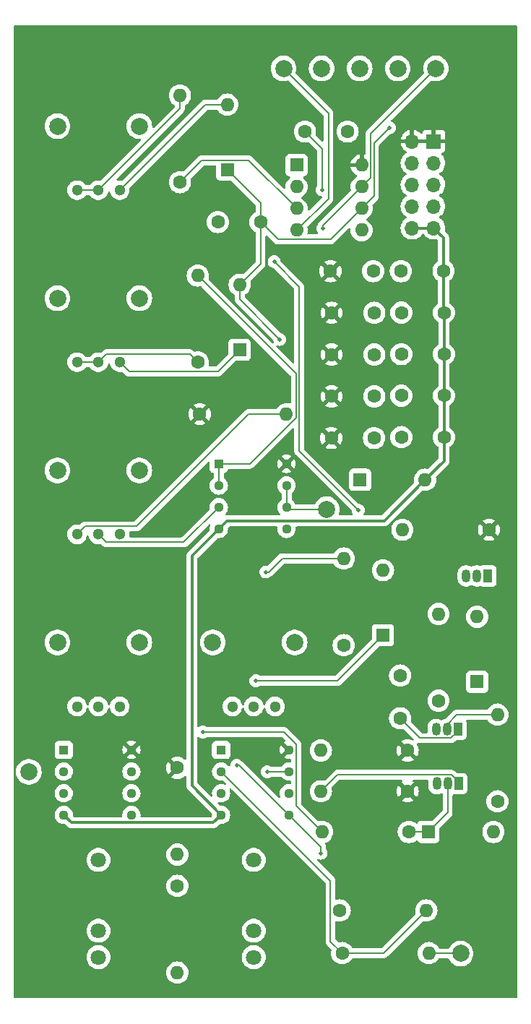
<source format=gbr>
%TF.GenerationSoftware,KiCad,Pcbnew,8.0.4*%
%TF.CreationDate,2024-08-28T23:32:37-04:00*%
%TF.ProjectId,adsr,61647372-2e6b-4696-9361-645f70636258,rev?*%
%TF.SameCoordinates,Original*%
%TF.FileFunction,Copper,L2,Bot*%
%TF.FilePolarity,Positive*%
%FSLAX46Y46*%
G04 Gerber Fmt 4.6, Leading zero omitted, Abs format (unit mm)*
G04 Created by KiCad (PCBNEW 8.0.4) date 2024-08-28 23:32:37*
%MOMM*%
%LPD*%
G01*
G04 APERTURE LIST*
%TA.AperFunction,ComponentPad*%
%ADD10C,1.600000*%
%TD*%
%TA.AperFunction,ComponentPad*%
%ADD11C,2.000000*%
%TD*%
%TA.AperFunction,ComponentPad*%
%ADD12C,1.300000*%
%TD*%
%TA.AperFunction,ComponentPad*%
%ADD13O,1.600000X1.600000*%
%TD*%
%TA.AperFunction,ComponentPad*%
%ADD14R,1.130000X1.130000*%
%TD*%
%TA.AperFunction,ComponentPad*%
%ADD15C,1.130000*%
%TD*%
%TA.AperFunction,ComponentPad*%
%ADD16R,1.600000X1.600000*%
%TD*%
%TA.AperFunction,ComponentPad*%
%ADD17O,1.050000X1.500000*%
%TD*%
%TA.AperFunction,ComponentPad*%
%ADD18R,1.050000X1.500000*%
%TD*%
%TA.AperFunction,ComponentPad*%
%ADD19C,1.800000*%
%TD*%
%TA.AperFunction,ComponentPad*%
%ADD20R,1.700000X1.700000*%
%TD*%
%TA.AperFunction,ComponentPad*%
%ADD21O,1.700000X1.700000*%
%TD*%
%TA.AperFunction,ViaPad*%
%ADD22C,0.500000*%
%TD*%
%TA.AperFunction,Conductor*%
%ADD23C,0.160000*%
%TD*%
%TA.AperFunction,Conductor*%
%ADD24C,0.300000*%
%TD*%
G04 APERTURE END LIST*
D10*
%TO.P,C4,1*%
%TO.N,+12V*%
X88100000Y-84800000D03*
%TO.P,C4,2*%
%TO.N,GND*%
X93100000Y-84800000D03*
%TD*%
D11*
%TO.P,Release,*%
%TO.N,*%
X56100000Y-128300000D03*
X65700000Y-128300000D03*
D12*
%TO.P,Release,1,1*%
%TO.N,Net-(R7-Pad2)*%
X58400000Y-135800000D03*
%TO.P,Release,2,2*%
X60900000Y-135800000D03*
%TO.P,Release,3,3*%
%TO.N,Net-(D3-K)*%
X63400000Y-135800000D03*
%TD*%
D10*
%TO.P,R1,1*%
%TO.N,+12V*%
X97130000Y-145740000D03*
D13*
%TO.P,R1,2*%
%TO.N,Net-(Q1-C)*%
X86970000Y-145740000D03*
%TD*%
D14*
%TO.P,U2,1*%
%TO.N,Net-(U2A--)*%
X75010000Y-107380000D03*
D15*
%TO.P,U2,2,-*%
X75010000Y-109920000D03*
%TO.P,U2,3,+*%
%TO.N,Net-(U2A-+)*%
X75010000Y-112460000D03*
%TO.P,U2,4,V-*%
%TO.N,-12V*%
X75010000Y-115000000D03*
%TO.P,U2,5,+*%
%TO.N,THRESHOLD*%
X82950000Y-115000000D03*
%TO.P,U2,6,-*%
%TO.N,Net-(U2B--)*%
X82950000Y-112460000D03*
%TO.P,U2,7*%
X82950000Y-109920000D03*
%TO.P,U2,8,V+*%
%TO.N,+12V*%
X82950000Y-107380000D03*
%TD*%
D16*
%TO.P,U1,1,GND*%
%TO.N,GND*%
X84130000Y-72380000D03*
D13*
%TO.P,U1,2,TR*%
%TO.N,TRIGGER*%
X84130000Y-74920000D03*
%TO.P,U1,3,Q*%
%TO.N,OUT*%
X84130000Y-77460000D03*
%TO.P,U1,4,R*%
%TO.N,RESET*%
X84130000Y-80000000D03*
%TO.P,U1,5,CV*%
%TO.N,Net-(U1-CV)*%
X91750000Y-80000000D03*
%TO.P,U1,6,THR*%
%TO.N,THRESHOLD*%
X91750000Y-77460000D03*
%TO.P,U1,7,DIS*%
%TO.N,DISCHARGE*%
X91750000Y-74920000D03*
%TO.P,U1,8,VCC*%
%TO.N,+12V*%
X91750000Y-72380000D03*
%TD*%
D10*
%TO.P,R8,1*%
%TO.N,Net-(D1-K)*%
X97280000Y-150500000D03*
D13*
%TO.P,R8,2*%
%TO.N,Net-(R8-Pad2)*%
X87120000Y-150500000D03*
%TD*%
D10*
%TO.P,R7,1*%
%TO.N,RESET*%
X89650000Y-128630000D03*
D13*
%TO.P,R7,2*%
%TO.N,Net-(R7-Pad2)*%
X89650000Y-118470000D03*
%TD*%
D10*
%TO.P,C13,1*%
%TO.N,GND*%
X96400000Y-104250000D03*
%TO.P,C13,2*%
%TO.N,-12V*%
X101400000Y-104250000D03*
%TD*%
D17*
%TO.P,Q3,3,E*%
%TO.N,GND*%
X103990000Y-120500000D03*
%TO.P,Q3,2,B*%
%TO.N,Net-(Q3-B)*%
X105260000Y-120500000D03*
D18*
%TO.P,Q3,1,C*%
%TO.N,TRIG*%
X106530000Y-120500000D03*
%TD*%
D10*
%TO.P,C5,1*%
%TO.N,+12V*%
X88230000Y-89687500D03*
%TO.P,C5,2*%
%TO.N,GND*%
X93230000Y-89687500D03*
%TD*%
%TO.P,C1,2*%
%TO.N,RESET*%
X96260000Y-137190000D03*
%TO.P,C1,1*%
%TO.N,Net-(D2-K)*%
X96260000Y-132190000D03*
%TD*%
D12*
%TO.P,Attack,3,3*%
%TO.N,Net-(D4-A)*%
X63400000Y-75312500D03*
%TO.P,Attack,2,2*%
%TO.N,Net-(AttackPotentiometer1-Pad1)*%
X60900000Y-75312500D03*
%TO.P,Attack,1,1*%
X58400000Y-75312500D03*
D11*
%TO.P,Attack,*%
%TO.N,*%
X65700000Y-67812500D03*
X56100000Y-67812500D03*
%TD*%
D10*
%TO.P,C2,1*%
%TO.N,GND*%
X74900000Y-79050000D03*
%TO.P,C2,2*%
%TO.N,THRESHOLD*%
X79900000Y-79050000D03*
%TD*%
D13*
%TO.P,R10,2*%
%TO.N,Net-(Q3-B)*%
X100760000Y-124960000D03*
D10*
%TO.P,R10,1*%
%TO.N,Net-(D2-K)*%
X100760000Y-135120000D03*
%TD*%
%TO.P,C3,1*%
%TO.N,Net-(U1-CV)*%
X85100000Y-68450000D03*
%TO.P,C3,2*%
%TO.N,GND*%
X90100000Y-68450000D03*
%TD*%
D12*
%TO.P,Decay,3,3*%
%TO.N,Net-(D5-K)*%
X63400000Y-95475000D03*
%TO.P,Decay,2,2*%
%TO.N,Net-(DecayPotentiometer1-Pad1)*%
X60900000Y-95475000D03*
%TO.P,Decay,1,1*%
X58400000Y-95475000D03*
D11*
%TO.P,Decay,*%
%TO.N,*%
X65700000Y-87975000D03*
X56100000Y-87975000D03*
%TD*%
%TO.P,TP4,1,1*%
%TO.N,OUT*%
X91525000Y-61050000D03*
%TD*%
D19*
%TO.P,Output,1*%
%TO.N,GND*%
X79100000Y-165180000D03*
%TO.P,Output,2*%
X79100000Y-162080000D03*
%TO.P,Output,3*%
%TO.N,Net-(U3B--)*%
X79100000Y-153780000D03*
%TD*%
D10*
%TO.P,C6,1*%
%TO.N,+12V*%
X88230000Y-94575000D03*
%TO.P,C6,2*%
%TO.N,GND*%
X93230000Y-94575000D03*
%TD*%
%TO.P,R12,1*%
%TO.N,Net-(U2B--)*%
X89170000Y-159700000D03*
D13*
%TO.P,R12,2*%
%TO.N,Net-(U3A--)*%
X99330000Y-159700000D03*
%TD*%
D11*
%TO.P,TP3,1,1*%
%TO.N,TRIGGER*%
X87062500Y-61050000D03*
%TD*%
D13*
%TO.P,R3,2*%
%TO.N,TRIG*%
X96520000Y-115100000D03*
D10*
%TO.P,R3,1*%
%TO.N,+12V*%
X106680000Y-115100000D03*
%TD*%
D12*
%TO.P,Sustain,3,3*%
%TO.N,DISCHARGE*%
X63400000Y-115637500D03*
%TO.P,Sustain,2,2*%
%TO.N,Net-(U2A-+)*%
X60900000Y-115637500D03*
%TO.P,Sustain,1,1*%
%TO.N,Net-(R4-Pad2)*%
X58400000Y-115637500D03*
D11*
%TO.P,Sustain,*%
%TO.N,*%
X65700000Y-108137500D03*
X56100000Y-108137500D03*
%TD*%
D10*
%TO.P,C9,2*%
%TO.N,-12V*%
X101350000Y-84800000D03*
%TO.P,C9,1*%
%TO.N,GND*%
X96350000Y-84800000D03*
%TD*%
%TO.P,C7,1*%
%TO.N,+12V*%
X88230000Y-99462500D03*
%TO.P,C7,2*%
%TO.N,GND*%
X93230000Y-99462500D03*
%TD*%
D16*
%TO.P,D4,1,K*%
%TO.N,THRESHOLD*%
X76000000Y-72910000D03*
D13*
%TO.P,D4,2,A*%
%TO.N,Net-(D4-A)*%
X76000000Y-65290000D03*
%TD*%
D16*
%TO.P,D5,1,K*%
%TO.N,Net-(D5-K)*%
X77450000Y-94010000D03*
D13*
%TO.P,D5,2,A*%
%TO.N,THRESHOLD*%
X77450000Y-86390000D03*
%TD*%
D20*
%TO.P,Power1,1,+12V*%
%TO.N,+12V*%
X100200000Y-69590000D03*
D21*
%TO.P,Power1,2,+12V*%
X97660000Y-69590000D03*
%TO.P,Power1,3,GND*%
%TO.N,GND*%
X100200000Y-72130000D03*
%TO.P,Power1,4,GND*%
X97660000Y-72130000D03*
%TO.P,Power1,5,GND*%
X100200000Y-74670000D03*
%TO.P,Power1,6,GND*%
X97660000Y-74670000D03*
%TO.P,Power1,7,GND*%
X100200000Y-77210000D03*
%TO.P,Power1,8,GND*%
X97660000Y-77210000D03*
%TO.P,Power1,9,-12V*%
%TO.N,-12V*%
X100200000Y-79750000D03*
%TO.P,Power1,10,-12V*%
X97660000Y-79750000D03*
%TD*%
D14*
%TO.P,U3,1*%
%TO.N,Net-(U3B-+)*%
X75280000Y-140890000D03*
D15*
%TO.P,U3,2,-*%
%TO.N,Net-(U3A--)*%
X75280000Y-143430000D03*
%TO.P,U3,3,+*%
%TO.N,Net-(U3A-+)*%
X75280000Y-145970000D03*
%TO.P,U3,4,V-*%
%TO.N,-12V*%
X75280000Y-148510000D03*
%TO.P,U3,5,+*%
%TO.N,Net-(U3B-+)*%
X83220000Y-148510000D03*
%TO.P,U3,6,-*%
%TO.N,Net-(U3B--)*%
X83220000Y-145970000D03*
%TO.P,U3,7*%
X83220000Y-143430000D03*
%TO.P,U3,8,V+*%
%TO.N,+12V*%
X83220000Y-140890000D03*
%TD*%
D11*
%TO.P,TP1,1,1*%
%TO.N,Net-(U4A--)*%
X52750000Y-143450000D03*
%TD*%
D10*
%TO.P,R2,1*%
%TO.N,+12V*%
X97130000Y-140950000D03*
D13*
%TO.P,R2,2*%
%TO.N,RESET*%
X86970000Y-140950000D03*
%TD*%
D10*
%TO.P,C11,1*%
%TO.N,GND*%
X96400000Y-94525000D03*
%TO.P,C11,2*%
%TO.N,-12V*%
X101400000Y-94525000D03*
%TD*%
%TO.P,C8,1*%
%TO.N,+12V*%
X88200000Y-104350000D03*
%TO.P,C8,2*%
%TO.N,GND*%
X93200000Y-104350000D03*
%TD*%
D13*
%TO.P,D1,2,A*%
%TO.N,GND*%
X107190000Y-150500000D03*
D16*
%TO.P,D1,1,K*%
%TO.N,Net-(D1-K)*%
X99570000Y-150500000D03*
%TD*%
D11*
%TO.P,TP2,1,1*%
%TO.N,RESET*%
X82600000Y-61050000D03*
%TD*%
%TO.P,TP6,1,1*%
%TO.N,DISCHARGE*%
X100450000Y-61050000D03*
%TD*%
D10*
%TO.P,R6,1*%
%TO.N,OUT*%
X70450000Y-74380000D03*
D13*
%TO.P,R6,2*%
%TO.N,Net-(AttackPotentiometer1-Pad1)*%
X70450000Y-64220000D03*
%TD*%
D14*
%TO.P,U4,1*%
%TO.N,Net-(R8-Pad2)*%
X56830000Y-140890000D03*
D15*
%TO.P,U4,2,-*%
%TO.N,Net-(U4A--)*%
X56830000Y-143430000D03*
%TO.P,U4,3,+*%
%TO.N,IN*%
X56830000Y-145970000D03*
%TO.P,U4,4,V-*%
%TO.N,-12V*%
X56830000Y-148510000D03*
%TO.P,U4,5,+*%
%TO.N,unconnected-(U4B-+-Pad5)*%
X64770000Y-148510000D03*
%TO.P,U4,6,-*%
%TO.N,unconnected-(U4B---Pad6)*%
X64770000Y-145970000D03*
%TO.P,U4,7*%
%TO.N,unconnected-(U4-Pad7)*%
X64770000Y-143430000D03*
%TO.P,U4,8,V+*%
%TO.N,+12V*%
X64770000Y-140890000D03*
%TD*%
D17*
%TO.P,Q1,3,E*%
%TO.N,GND*%
X100560000Y-144840000D03*
%TO.P,Q1,2,B*%
%TO.N,Net-(D1-K)*%
X101830000Y-144840000D03*
D18*
%TO.P,Q1,1,C*%
%TO.N,Net-(Q1-C)*%
X103100000Y-144840000D03*
%TD*%
D11*
%TO.P,TP7,1,1*%
%TO.N,Net-(U2B--)*%
X87650000Y-112700000D03*
%TD*%
D16*
%TO.P,D6,1,K*%
%TO.N,GND*%
X91560000Y-109240000D03*
D13*
%TO.P,D6,2,A*%
%TO.N,-12V*%
X99180000Y-109240000D03*
%TD*%
D10*
%TO.P,R9,1*%
%TO.N,Net-(Q1-C)*%
X107660000Y-146920000D03*
D13*
%TO.P,R9,2*%
%TO.N,Net-(Q2-B)*%
X107660000Y-136760000D03*
%TD*%
D10*
%TO.P,R14,1*%
%TO.N,Net-(U4A--)*%
X70150000Y-156820000D03*
D13*
%TO.P,R14,2*%
%TO.N,GND*%
X70150000Y-166980000D03*
%TD*%
D12*
%TO.P,Attenuvert,3,3*%
%TO.N,Net-(U2B--)*%
X81600000Y-135800000D03*
%TO.P,Attenuvert,2,2*%
%TO.N,Net-(U3A-+)*%
X79100000Y-135800000D03*
%TO.P,Attenuvert,1,1*%
%TO.N,GND*%
X76600000Y-135800000D03*
D11*
%TO.P,Attenuvert,*%
%TO.N,*%
X83900000Y-128300000D03*
X74300000Y-128300000D03*
%TD*%
D10*
%TO.P,C12,1*%
%TO.N,GND*%
X96400000Y-99387500D03*
%TO.P,C12,2*%
%TO.N,-12V*%
X101400000Y-99387500D03*
%TD*%
%TO.P,C10,2*%
%TO.N,-12V*%
X101400000Y-89662500D03*
%TO.P,C10,1*%
%TO.N,GND*%
X96400000Y-89662500D03*
%TD*%
D17*
%TO.P,Q2,3,E*%
%TO.N,GND*%
X100480000Y-138490000D03*
%TO.P,Q2,2,B*%
%TO.N,Net-(Q2-B)*%
X101750000Y-138490000D03*
D18*
%TO.P,Q2,1,C*%
%TO.N,RESET*%
X103020000Y-138490000D03*
%TD*%
D10*
%TO.P,R13,1*%
%TO.N,+12V*%
X70150000Y-142990000D03*
D13*
%TO.P,R13,2*%
%TO.N,Net-(U4A--)*%
X70150000Y-153150000D03*
%TD*%
D19*
%TO.P,Input,1*%
%TO.N,GND*%
X60900000Y-165180000D03*
%TO.P,Input,2*%
X60900000Y-162080000D03*
%TO.P,Input,3*%
%TO.N,IN*%
X60900000Y-153780000D03*
%TD*%
D10*
%TO.P,R11,1*%
%TO.N,Net-(U3A--)*%
X89470000Y-164700000D03*
D13*
%TO.P,R11,2*%
%TO.N,Net-(U3B-+)*%
X99630000Y-164700000D03*
%TD*%
D10*
%TO.P,R4,1*%
%TO.N,+12V*%
X72770000Y-101550000D03*
D13*
%TO.P,R4,2*%
%TO.N,Net-(R4-Pad2)*%
X82930000Y-101550000D03*
%TD*%
%TO.P,D2,2,A*%
%TO.N,GND*%
X105280000Y-125290000D03*
D16*
%TO.P,D2,1,K*%
%TO.N,Net-(D2-K)*%
X105280000Y-132910000D03*
%TD*%
D11*
%TO.P,TP5,1,1*%
%TO.N,THRESHOLD*%
X95987500Y-61050000D03*
%TD*%
D16*
%TO.P,D3,1,K*%
%TO.N,Net-(D3-K)*%
X94250000Y-127460000D03*
D13*
%TO.P,D3,2,A*%
%TO.N,THRESHOLD*%
X94250000Y-119840000D03*
%TD*%
D10*
%TO.P,R5,1*%
%TO.N,Net-(DecayPotentiometer1-Pad1)*%
X72550000Y-95480000D03*
D13*
%TO.P,R5,2*%
%TO.N,Net-(U2A--)*%
X72550000Y-85320000D03*
%TD*%
D11*
%TO.P,TP8,1,1*%
%TO.N,Net-(U3B-+)*%
X103350000Y-164750000D03*
%TD*%
D22*
%TO.N,+12V*%
X85000000Y-109000000D03*
%TO.N,THRESHOLD*%
X82150000Y-92800000D03*
%TO.N,RESET*%
X91350000Y-112800000D03*
X81500000Y-83700000D03*
%TO.N,Net-(R7-Pad2)*%
X80500000Y-120050000D03*
%TO.N,Net-(D3-K)*%
X79350000Y-132800000D03*
%TO.N,Net-(U3B--)*%
X80700000Y-143450000D03*
%TO.N,Net-(R8-Pad2)*%
X73150000Y-138800000D03*
%TO.N,Net-(U3B-+)*%
X77100000Y-142700000D03*
X87000000Y-153000000D03*
%TO.N,THRESHOLD*%
X95000000Y-68000000D03*
%TO.N,DISCHARGE*%
X87200000Y-79800000D03*
%TO.N,Net-(U1-CV)*%
X87130122Y-75280122D03*
%TD*%
D23*
%TO.N,Net-(U1-CV)*%
X87130122Y-70480122D02*
X87130122Y-75280122D01*
X85100000Y-68450000D02*
X87130122Y-70480122D01*
D24*
%TO.N,+12V*%
X84570000Y-109000000D02*
X82950000Y-107380000D01*
X85000000Y-109000000D02*
X84570000Y-109000000D01*
D23*
%TO.N,THRESHOLD*%
X77450000Y-88100000D02*
X82150000Y-92800000D01*
X77450000Y-86390000D02*
X77450000Y-88100000D01*
%TO.N,RESET*%
X84410000Y-105860000D02*
X91350000Y-112800000D01*
X81500000Y-83700000D02*
X84410000Y-86610000D01*
X84410000Y-86610000D02*
X84410000Y-105860000D01*
%TO.N,Net-(U2A--)*%
X84050000Y-96820000D02*
X72550000Y-85320000D01*
X78627351Y-107380000D02*
X84050000Y-101957351D01*
X84050000Y-101957351D02*
X84050000Y-96820000D01*
X75010000Y-107380000D02*
X78627351Y-107380000D01*
X75010000Y-109920000D02*
X75010000Y-107380000D01*
%TO.N,Net-(U2A-+)*%
X70902500Y-116567500D02*
X75010000Y-112460000D01*
X61830000Y-116567500D02*
X70902500Y-116567500D01*
X60900000Y-115637500D02*
X61830000Y-116567500D01*
%TO.N,Net-(R4-Pad2)*%
X78500000Y-101550000D02*
X82930000Y-101550000D01*
X65342500Y-114707500D02*
X78500000Y-101550000D01*
X58400000Y-115637500D02*
X59330000Y-114707500D01*
X59330000Y-114707500D02*
X65342500Y-114707500D01*
%TO.N,Net-(R7-Pad2)*%
X82430000Y-118470000D02*
X89650000Y-118470000D01*
X80850000Y-120050000D02*
X82430000Y-118470000D01*
X80500000Y-120050000D02*
X80850000Y-120050000D01*
%TO.N,Net-(D3-K)*%
X88910000Y-132800000D02*
X94250000Y-127460000D01*
X79350000Y-132800000D02*
X88910000Y-132800000D01*
%TO.N,Net-(U3B--)*%
X80720000Y-143430000D02*
X83220000Y-143430000D01*
X80700000Y-143450000D02*
X80720000Y-143430000D01*
%TO.N,RESET*%
X98590000Y-139520000D02*
X96260000Y-137190000D01*
X102215000Y-139520000D02*
X98590000Y-139520000D01*
X103020000Y-138490000D02*
X103020000Y-138715000D01*
X103020000Y-138715000D02*
X102215000Y-139520000D01*
%TO.N,Net-(Q2-B)*%
X102915000Y-136760000D02*
X107660000Y-136760000D01*
X101750000Y-137925000D02*
X102915000Y-136760000D01*
X101750000Y-138490000D02*
X101750000Y-137925000D01*
%TO.N,Net-(D1-K)*%
X101830000Y-148240000D02*
X101830000Y-144840000D01*
X99570000Y-150500000D02*
X101830000Y-148240000D01*
X97280000Y-150500000D02*
X99570000Y-150500000D01*
%TO.N,Net-(R8-Pad2)*%
X84065000Y-140215000D02*
X82650000Y-138800000D01*
X84065000Y-147445000D02*
X84065000Y-140215000D01*
X87120000Y-150500000D02*
X84065000Y-147445000D01*
X82650000Y-138800000D02*
X73150000Y-138800000D01*
%TO.N,Net-(Q1-C)*%
X103100000Y-144615000D02*
X103100000Y-144840000D01*
X102295000Y-143810000D02*
X103100000Y-144615000D01*
X88900000Y-143810000D02*
X102295000Y-143810000D01*
X86970000Y-145740000D02*
X88900000Y-143810000D01*
%TO.N,Net-(U3B-+)*%
X83220000Y-148510000D02*
X77410000Y-142700000D01*
X77410000Y-142700000D02*
X77100000Y-142700000D01*
X87000000Y-153000000D02*
X87000000Y-152290000D01*
X87000000Y-152290000D02*
X83220000Y-148510000D01*
X99680000Y-164750000D02*
X99630000Y-164700000D01*
X103350000Y-164750000D02*
X99680000Y-164750000D01*
%TO.N,Net-(U3A--)*%
X94330000Y-164700000D02*
X99330000Y-159700000D01*
X89470000Y-164700000D02*
X94330000Y-164700000D01*
X88090000Y-163320000D02*
X89470000Y-164700000D01*
X88090000Y-156240000D02*
X88090000Y-163320000D01*
X75280000Y-143430000D02*
X88090000Y-156240000D01*
%TO.N,Net-(U2B--)*%
X82950000Y-112460000D02*
X82950000Y-109920000D01*
X83190000Y-112700000D02*
X82950000Y-112460000D01*
X87650000Y-112700000D02*
X83190000Y-112700000D01*
%TO.N,THRESHOLD*%
X93190000Y-69810000D02*
X95000000Y-68000000D01*
X91750000Y-77460000D02*
X93190000Y-76020000D01*
X93190000Y-76020000D02*
X93190000Y-69810000D01*
%TO.N,DISCHARGE*%
X87200000Y-79470000D02*
X87200000Y-79800000D01*
X91750000Y-74920000D02*
X87200000Y-79470000D01*
X92830000Y-68670000D02*
X100450000Y-61050000D01*
X92830000Y-73840000D02*
X92830000Y-68670000D01*
X91750000Y-74920000D02*
X92830000Y-73840000D01*
%TO.N,Net-(D4-A)*%
X73422500Y-65290000D02*
X63400000Y-75312500D01*
X76000000Y-65290000D02*
X73422500Y-65290000D01*
%TO.N,Net-(D5-K)*%
X64485000Y-96560000D02*
X74900000Y-96560000D01*
X74900000Y-96560000D02*
X77450000Y-94010000D01*
X63400000Y-95475000D02*
X64485000Y-96560000D01*
%TO.N,Net-(DecayPotentiometer1-Pad1)*%
X60900000Y-95475000D02*
X61830000Y-94545000D01*
X61830000Y-94545000D02*
X71615000Y-94545000D01*
X71615000Y-94545000D02*
X72550000Y-95480000D01*
X60900000Y-95475000D02*
X58400000Y-95475000D01*
%TO.N,Net-(AttackPotentiometer1-Pad1)*%
X60900000Y-75312500D02*
X58400000Y-75312500D01*
X70450000Y-65762500D02*
X60900000Y-75312500D01*
X70450000Y-64220000D02*
X70450000Y-65762500D01*
%TO.N,OUT*%
X73000000Y-71830000D02*
X70450000Y-74380000D01*
X78500000Y-71830000D02*
X73000000Y-71830000D01*
X84130000Y-77460000D02*
X78500000Y-71830000D01*
%TO.N,RESET*%
X87850000Y-66300000D02*
X82600000Y-61050000D01*
X87850000Y-76280000D02*
X87850000Y-66300000D01*
X84130000Y-80000000D02*
X87850000Y-76280000D01*
%TO.N,THRESHOLD*%
X88130000Y-81080000D02*
X91750000Y-77460000D01*
X81930000Y-81080000D02*
X88130000Y-81080000D01*
X79900000Y-79050000D02*
X81930000Y-81080000D01*
X79900000Y-83940000D02*
X77450000Y-86390000D01*
X79900000Y-79050000D02*
X79900000Y-83940000D01*
X79900000Y-76810000D02*
X76000000Y-72910000D01*
X79900000Y-79050000D02*
X79900000Y-76810000D01*
D24*
%TO.N,-12V*%
X57745000Y-149425000D02*
X56830000Y-148510000D01*
X74365000Y-149425000D02*
X57745000Y-149425000D01*
X75280000Y-148510000D02*
X74365000Y-149425000D01*
X71850000Y-145080000D02*
X75280000Y-148510000D01*
X71850000Y-118160000D02*
X71850000Y-145080000D01*
X75010000Y-115000000D02*
X71850000Y-118160000D01*
X94370000Y-114050000D02*
X75960000Y-114050000D01*
X75960000Y-114050000D02*
X75010000Y-115000000D01*
X99180000Y-109240000D02*
X94370000Y-114050000D01*
X101400000Y-107020000D02*
X99180000Y-109240000D01*
X101400000Y-104250000D02*
X101400000Y-107020000D01*
X101400000Y-99387500D02*
X101400000Y-104250000D01*
X101400000Y-94525000D02*
X101400000Y-99387500D01*
X101400000Y-89662500D02*
X101400000Y-94525000D01*
X101350000Y-89612500D02*
X101400000Y-89662500D01*
X101350000Y-84800000D02*
X101350000Y-89612500D01*
X101350000Y-80900000D02*
X101350000Y-84800000D01*
X100200000Y-79750000D02*
X101350000Y-80900000D01*
X97660000Y-79750000D02*
X100200000Y-79750000D01*
%TD*%
%TA.AperFunction,Conductor*%
%TO.N,+12V*%
G36*
X72690473Y-139397617D02*
G01*
X72822307Y-139480454D01*
X72822305Y-139480454D01*
X72822309Y-139480455D01*
X72822310Y-139480456D01*
X72885623Y-139502610D01*
X72981943Y-139536314D01*
X73149997Y-139555249D01*
X73150000Y-139555249D01*
X73150003Y-139555249D01*
X73318056Y-139536314D01*
X73318059Y-139536313D01*
X73477690Y-139480456D01*
X73606519Y-139399507D01*
X73672492Y-139380500D01*
X82358187Y-139380500D01*
X82425226Y-139400185D01*
X82445868Y-139416819D01*
X82770372Y-139741323D01*
X82803857Y-139802646D01*
X82798873Y-139872338D01*
X82757001Y-139928271D01*
X82741144Y-139938362D01*
X82663446Y-139979892D01*
X82663446Y-139979893D01*
X83183553Y-140500000D01*
X83168656Y-140500000D01*
X83069466Y-140526578D01*
X82980535Y-140577923D01*
X82907923Y-140650535D01*
X82856578Y-140739466D01*
X82830000Y-140838656D01*
X82830000Y-140853553D01*
X82309893Y-140333446D01*
X82231307Y-140480471D01*
X82170409Y-140681225D01*
X82149847Y-140890000D01*
X82170409Y-141098774D01*
X82231309Y-141299534D01*
X82309892Y-141446552D01*
X82309893Y-141446552D01*
X82830000Y-140926446D01*
X82830000Y-140941344D01*
X82856578Y-141040534D01*
X82907923Y-141129465D01*
X82980535Y-141202077D01*
X83069466Y-141253422D01*
X83168656Y-141280000D01*
X83183552Y-141280000D01*
X82663445Y-141800106D01*
X82810465Y-141878690D01*
X83011227Y-141939590D01*
X83011223Y-141939590D01*
X83219999Y-141960152D01*
X83348345Y-141947511D01*
X83416991Y-141960529D01*
X83467702Y-142008594D01*
X83484500Y-142070914D01*
X83484500Y-142248582D01*
X83464815Y-142315621D01*
X83412011Y-142361376D01*
X83348347Y-142371985D01*
X83220001Y-142359345D01*
X83220000Y-142359345D01*
X83011123Y-142379917D01*
X82810276Y-142440844D01*
X82625181Y-142539779D01*
X82625174Y-142539783D01*
X82462932Y-142672932D01*
X82355233Y-142804165D01*
X82297487Y-142843499D01*
X82259380Y-142849500D01*
X81190663Y-142849500D01*
X81124691Y-142830494D01*
X81027692Y-142769545D01*
X81027691Y-142769544D01*
X81027690Y-142769544D01*
X80989370Y-142756135D01*
X80868056Y-142713685D01*
X80700003Y-142694751D01*
X80699997Y-142694751D01*
X80531943Y-142713685D01*
X80372305Y-142769545D01*
X80372302Y-142769547D01*
X80229115Y-142859518D01*
X80229109Y-142859523D01*
X80109523Y-142979109D01*
X80109518Y-142979115D01*
X80019547Y-143122302D01*
X80019545Y-143122305D01*
X79963685Y-143281943D01*
X79944751Y-143449997D01*
X79944751Y-143450002D01*
X79963685Y-143618056D01*
X80019545Y-143777694D01*
X80019547Y-143777697D01*
X80109518Y-143920884D01*
X80109523Y-143920890D01*
X80229109Y-144040476D01*
X80229115Y-144040481D01*
X80372302Y-144130452D01*
X80372305Y-144130454D01*
X80372309Y-144130455D01*
X80372310Y-144130456D01*
X80444913Y-144155860D01*
X80531943Y-144186314D01*
X80699997Y-144205249D01*
X80700000Y-144205249D01*
X80700003Y-144205249D01*
X80868056Y-144186314D01*
X80868059Y-144186313D01*
X81027690Y-144130456D01*
X81027692Y-144130454D01*
X81027694Y-144130454D01*
X81027697Y-144130452D01*
X81170884Y-144040481D01*
X81170885Y-144040479D01*
X81170890Y-144040477D01*
X81170893Y-144040473D01*
X81174555Y-144037554D01*
X81239241Y-144011145D01*
X81251869Y-144010500D01*
X82259380Y-144010500D01*
X82326419Y-144030185D01*
X82355233Y-144055835D01*
X82462932Y-144187067D01*
X82625174Y-144320216D01*
X82625181Y-144320220D01*
X82793494Y-144410185D01*
X82810278Y-144419156D01*
X83011126Y-144480083D01*
X83220000Y-144500655D01*
X83348346Y-144488014D01*
X83416992Y-144501033D01*
X83467702Y-144549098D01*
X83484500Y-144611417D01*
X83484500Y-144788582D01*
X83464815Y-144855621D01*
X83412011Y-144901376D01*
X83348347Y-144911985D01*
X83220001Y-144899345D01*
X83220000Y-144899345D01*
X83011123Y-144919917D01*
X82810276Y-144980844D01*
X82625181Y-145079779D01*
X82625174Y-145079783D01*
X82462932Y-145212932D01*
X82329783Y-145375174D01*
X82329779Y-145375181D01*
X82230844Y-145560276D01*
X82169917Y-145761123D01*
X82149345Y-145970000D01*
X82169916Y-146178872D01*
X82226556Y-146365587D01*
X82227179Y-146435454D01*
X82189931Y-146494566D01*
X82126637Y-146524157D01*
X82057392Y-146514832D01*
X82020214Y-146489263D01*
X77766437Y-142235486D01*
X77766431Y-142235481D01*
X77634064Y-142159058D01*
X77633567Y-142158853D01*
X77632674Y-142158256D01*
X77627027Y-142154996D01*
X77627240Y-142154625D01*
X77593341Y-142131974D01*
X77570890Y-142109523D01*
X77570884Y-142109518D01*
X77427697Y-142019547D01*
X77427694Y-142019545D01*
X77268056Y-141963685D01*
X77100003Y-141944751D01*
X77099997Y-141944751D01*
X76931943Y-141963685D01*
X76772305Y-142019545D01*
X76772302Y-142019547D01*
X76629115Y-142109518D01*
X76629109Y-142109523D01*
X76509523Y-142229109D01*
X76509518Y-142229115D01*
X76419547Y-142372302D01*
X76419545Y-142372305D01*
X76363685Y-142531943D01*
X76344751Y-142699997D01*
X76344751Y-142701289D01*
X76344514Y-142702093D01*
X76343971Y-142706920D01*
X76343125Y-142706824D01*
X76325066Y-142768328D01*
X76272262Y-142814083D01*
X76203104Y-142824027D01*
X76139548Y-142795002D01*
X76124898Y-142779954D01*
X76037067Y-142672932D01*
X75874825Y-142539783D01*
X75874818Y-142539779D01*
X75689723Y-142440844D01*
X75488876Y-142379917D01*
X75280000Y-142359345D01*
X75071123Y-142379917D01*
X74870276Y-142440844D01*
X74685181Y-142539779D01*
X74685174Y-142539783D01*
X74522932Y-142672932D01*
X74389783Y-142835174D01*
X74389779Y-142835181D01*
X74290844Y-143020276D01*
X74229917Y-143221123D01*
X74209345Y-143430000D01*
X74229917Y-143638876D01*
X74290844Y-143839723D01*
X74389779Y-144024818D01*
X74389783Y-144024825D01*
X74522932Y-144187067D01*
X74685174Y-144320216D01*
X74685181Y-144320220D01*
X74853494Y-144410185D01*
X74870278Y-144419156D01*
X75071126Y-144480083D01*
X75280000Y-144500655D01*
X75448951Y-144484015D01*
X75517597Y-144497034D01*
X75548786Y-144519737D01*
X75799263Y-144770214D01*
X75832748Y-144831537D01*
X75827764Y-144901229D01*
X75785892Y-144957162D01*
X75720428Y-144981579D01*
X75675587Y-144976556D01*
X75488872Y-144919916D01*
X75280000Y-144899345D01*
X75071123Y-144919917D01*
X74870276Y-144980844D01*
X74685181Y-145079779D01*
X74685174Y-145079783D01*
X74522932Y-145212932D01*
X74389783Y-145375174D01*
X74389779Y-145375181D01*
X74290844Y-145560276D01*
X74229917Y-145761123D01*
X74209345Y-145970000D01*
X74229916Y-146178872D01*
X74243450Y-146223486D01*
X74244073Y-146293353D01*
X74206825Y-146352466D01*
X74143531Y-146382057D01*
X74074286Y-146372731D01*
X74037108Y-146347162D01*
X72536819Y-144846873D01*
X72503334Y-144785550D01*
X72500500Y-144759192D01*
X72500500Y-140277135D01*
X74214500Y-140277135D01*
X74214500Y-141502870D01*
X74214501Y-141502876D01*
X74220908Y-141562483D01*
X74271202Y-141697328D01*
X74271206Y-141697335D01*
X74357452Y-141812544D01*
X74357455Y-141812547D01*
X74472664Y-141898793D01*
X74472671Y-141898797D01*
X74607517Y-141949091D01*
X74607516Y-141949091D01*
X74611321Y-141949500D01*
X74667127Y-141955500D01*
X75892872Y-141955499D01*
X75952483Y-141949091D01*
X76087331Y-141898796D01*
X76202546Y-141812546D01*
X76288796Y-141697331D01*
X76339091Y-141562483D01*
X76345500Y-141502873D01*
X76345499Y-140277128D01*
X76339091Y-140217517D01*
X76288796Y-140082669D01*
X76288795Y-140082668D01*
X76288793Y-140082664D01*
X76202547Y-139967455D01*
X76202544Y-139967452D01*
X76087335Y-139881206D01*
X76087328Y-139881202D01*
X75952482Y-139830908D01*
X75952483Y-139830908D01*
X75892883Y-139824501D01*
X75892881Y-139824500D01*
X75892873Y-139824500D01*
X75892864Y-139824500D01*
X74667129Y-139824500D01*
X74667123Y-139824501D01*
X74607516Y-139830908D01*
X74472671Y-139881202D01*
X74472664Y-139881206D01*
X74357455Y-139967452D01*
X74357452Y-139967455D01*
X74271206Y-140082664D01*
X74271202Y-140082671D01*
X74220908Y-140217517D01*
X74214501Y-140277116D01*
X74214501Y-140277123D01*
X74214500Y-140277135D01*
X72500500Y-140277135D01*
X72500500Y-139502610D01*
X72520185Y-139435571D01*
X72572989Y-139389816D01*
X72642147Y-139379872D01*
X72690473Y-139397617D01*
G37*
%TD.AperFunction*%
%TA.AperFunction,Conductor*%
G36*
X83748834Y-103181982D02*
G01*
X83804767Y-103223854D01*
X83829184Y-103289318D01*
X83829500Y-103298164D01*
X83829500Y-105936424D01*
X83869060Y-106084065D01*
X83945484Y-106216435D01*
X83945485Y-106216436D01*
X83945486Y-106216437D01*
X90572412Y-112843363D01*
X90605897Y-112904686D01*
X90607951Y-112917158D01*
X90613687Y-112968059D01*
X90641615Y-113047874D01*
X90669544Y-113127692D01*
X90720966Y-113209527D01*
X90739967Y-113276764D01*
X90719600Y-113343599D01*
X90666332Y-113388813D01*
X90615973Y-113399500D01*
X89171473Y-113399500D01*
X89104434Y-113379815D01*
X89058679Y-113327011D01*
X89048735Y-113257853D01*
X89057916Y-113225692D01*
X89074063Y-113188881D01*
X89135108Y-112947821D01*
X89137649Y-112917158D01*
X89155643Y-112700005D01*
X89155643Y-112699994D01*
X89135109Y-112452187D01*
X89135107Y-112452175D01*
X89074063Y-112211118D01*
X88974173Y-111983393D01*
X88838166Y-111775217D01*
X88816557Y-111751744D01*
X88669744Y-111592262D01*
X88473509Y-111439526D01*
X88473507Y-111439525D01*
X88473506Y-111439524D01*
X88254811Y-111321172D01*
X88254802Y-111321169D01*
X88019616Y-111240429D01*
X87774335Y-111199500D01*
X87525665Y-111199500D01*
X87280383Y-111240429D01*
X87045197Y-111321169D01*
X87045188Y-111321172D01*
X86826493Y-111439524D01*
X86630257Y-111592261D01*
X86461833Y-111775217D01*
X86325825Y-111983395D01*
X86298668Y-112045309D01*
X86253713Y-112098795D01*
X86186977Y-112119486D01*
X86185112Y-112119500D01*
X84050479Y-112119500D01*
X83983440Y-112099815D01*
X83941121Y-112053953D01*
X83840220Y-111865181D01*
X83840216Y-111865174D01*
X83707067Y-111702932D01*
X83575835Y-111595232D01*
X83536501Y-111537486D01*
X83530500Y-111499379D01*
X83530500Y-110880620D01*
X83550185Y-110813581D01*
X83575835Y-110784767D01*
X83707067Y-110677067D01*
X83824405Y-110534091D01*
X83840217Y-110514824D01*
X83939156Y-110329722D01*
X84000083Y-110128874D01*
X84020655Y-109920000D01*
X84000083Y-109711126D01*
X83939156Y-109510278D01*
X83937491Y-109507163D01*
X83840220Y-109325181D01*
X83840216Y-109325174D01*
X83707067Y-109162932D01*
X83544825Y-109029783D01*
X83544818Y-109029779D01*
X83359723Y-108930844D01*
X83158876Y-108869917D01*
X82950000Y-108849345D01*
X82741123Y-108869917D01*
X82540276Y-108930844D01*
X82355181Y-109029779D01*
X82355174Y-109029783D01*
X82192932Y-109162932D01*
X82059783Y-109325174D01*
X82059779Y-109325181D01*
X81960844Y-109510276D01*
X81899917Y-109711123D01*
X81879345Y-109920000D01*
X81899917Y-110128876D01*
X81960844Y-110329723D01*
X82059779Y-110514818D01*
X82059783Y-110514825D01*
X82192932Y-110677067D01*
X82324165Y-110784767D01*
X82363499Y-110842513D01*
X82369500Y-110880620D01*
X82369500Y-111499379D01*
X82349815Y-111566418D01*
X82324165Y-111595232D01*
X82192932Y-111702932D01*
X82059783Y-111865174D01*
X82059779Y-111865181D01*
X81960844Y-112050276D01*
X81899917Y-112251123D01*
X81879345Y-112460000D01*
X81899917Y-112668876D01*
X81960844Y-112869723D01*
X82059779Y-113054818D01*
X82059783Y-113054825D01*
X82176328Y-113196835D01*
X82203641Y-113261145D01*
X82191850Y-113330013D01*
X82144698Y-113381573D01*
X82080475Y-113399500D01*
X75895927Y-113399500D01*
X75890768Y-113400008D01*
X75822122Y-113386988D01*
X75771413Y-113338922D01*
X75754741Y-113271070D01*
X75777398Y-113204976D01*
X75782764Y-113197940D01*
X75840415Y-113127693D01*
X75900217Y-113054824D01*
X75999156Y-112869722D01*
X76060083Y-112668874D01*
X76080655Y-112460000D01*
X76060083Y-112251126D01*
X75999156Y-112050278D01*
X75900217Y-111865176D01*
X75900216Y-111865174D01*
X75767067Y-111702932D01*
X75604825Y-111569783D01*
X75604818Y-111569779D01*
X75419723Y-111470844D01*
X75218876Y-111409917D01*
X75010000Y-111389345D01*
X74801123Y-111409917D01*
X74600276Y-111470844D01*
X74415181Y-111569779D01*
X74415174Y-111569783D01*
X74252932Y-111702932D01*
X74119783Y-111865174D01*
X74119779Y-111865181D01*
X74020844Y-112050276D01*
X73959917Y-112251123D01*
X73939345Y-112460000D01*
X73955984Y-112628951D01*
X73942965Y-112697597D01*
X73920262Y-112728785D01*
X70698368Y-115950681D01*
X70637045Y-115984166D01*
X70610687Y-115987000D01*
X64659065Y-115987000D01*
X64592026Y-115967315D01*
X64546271Y-115914511D01*
X64535594Y-115851559D01*
X64555429Y-115637500D01*
X64555429Y-115637499D01*
X64535594Y-115423441D01*
X64549009Y-115354871D01*
X64597366Y-115304440D01*
X64659065Y-115288000D01*
X65418923Y-115288000D01*
X65418925Y-115288000D01*
X65524359Y-115259749D01*
X65566565Y-115248440D01*
X65698935Y-115172016D01*
X65807016Y-115063935D01*
X73732821Y-107138128D01*
X73794142Y-107104645D01*
X73863834Y-107109629D01*
X73919767Y-107151501D01*
X73944184Y-107216965D01*
X73944500Y-107225811D01*
X73944500Y-107992870D01*
X73944501Y-107992876D01*
X73950908Y-108052483D01*
X74001202Y-108187328D01*
X74001206Y-108187335D01*
X74087452Y-108302544D01*
X74087455Y-108302547D01*
X74202664Y-108388793D01*
X74202671Y-108388797D01*
X74344785Y-108441802D01*
X74343986Y-108443944D01*
X74394721Y-108472826D01*
X74427114Y-108534733D01*
X74429500Y-108558940D01*
X74429500Y-108959379D01*
X74409815Y-109026418D01*
X74384165Y-109055232D01*
X74252932Y-109162932D01*
X74119783Y-109325174D01*
X74119779Y-109325181D01*
X74020844Y-109510276D01*
X73959917Y-109711123D01*
X73939345Y-109920000D01*
X73959917Y-110128876D01*
X74020844Y-110329723D01*
X74119779Y-110514818D01*
X74119783Y-110514825D01*
X74252932Y-110677067D01*
X74415174Y-110810216D01*
X74415181Y-110810220D01*
X74546891Y-110880620D01*
X74600278Y-110909156D01*
X74801126Y-110970083D01*
X75010000Y-110990655D01*
X75218874Y-110970083D01*
X75419722Y-110909156D01*
X75604824Y-110810217D01*
X75767067Y-110677067D01*
X75900217Y-110514824D01*
X75999156Y-110329722D01*
X76060083Y-110128874D01*
X76080655Y-109920000D01*
X76060083Y-109711126D01*
X75999156Y-109510278D01*
X75997491Y-109507163D01*
X75900220Y-109325181D01*
X75900216Y-109325174D01*
X75767067Y-109162932D01*
X75635835Y-109055232D01*
X75596501Y-108997486D01*
X75590500Y-108959379D01*
X75590500Y-108558940D01*
X75610185Y-108491901D01*
X75662989Y-108446146D01*
X75675265Y-108441938D01*
X75675215Y-108441802D01*
X75784991Y-108400858D01*
X75817331Y-108388796D01*
X75932546Y-108302546D01*
X76018796Y-108187331D01*
X76069091Y-108052483D01*
X76069090Y-108052483D01*
X76071802Y-108045215D01*
X76073944Y-108046013D01*
X76102826Y-107995279D01*
X76164733Y-107962886D01*
X76188940Y-107960500D01*
X78703774Y-107960500D01*
X78703776Y-107960500D01*
X78782149Y-107939500D01*
X78851416Y-107920940D01*
X78983786Y-107844516D01*
X79091867Y-107736435D01*
X79448302Y-107380000D01*
X81879847Y-107380000D01*
X81900409Y-107588774D01*
X81961309Y-107789534D01*
X82039892Y-107936552D01*
X82039893Y-107936552D01*
X82560000Y-107416446D01*
X82560000Y-107431344D01*
X82586578Y-107530534D01*
X82637923Y-107619465D01*
X82710535Y-107692077D01*
X82799466Y-107743422D01*
X82898656Y-107770000D01*
X82913553Y-107770000D01*
X82393445Y-108290106D01*
X82540465Y-108368690D01*
X82741227Y-108429590D01*
X82741223Y-108429590D01*
X82950000Y-108450152D01*
X83158774Y-108429590D01*
X83359532Y-108368690D01*
X83506553Y-108290105D01*
X82986448Y-107770000D01*
X83001344Y-107770000D01*
X83100534Y-107743422D01*
X83189465Y-107692077D01*
X83262077Y-107619465D01*
X83313422Y-107530534D01*
X83340000Y-107431344D01*
X83340000Y-107416447D01*
X83860105Y-107936552D01*
X83938690Y-107789532D01*
X83999590Y-107588774D01*
X84020152Y-107380000D01*
X83999590Y-107171225D01*
X83938690Y-106970465D01*
X83860106Y-106823445D01*
X83340000Y-107343551D01*
X83340000Y-107328656D01*
X83313422Y-107229466D01*
X83262077Y-107140535D01*
X83189465Y-107067923D01*
X83100534Y-107016578D01*
X83001344Y-106990000D01*
X82986448Y-106990000D01*
X83506552Y-106469893D01*
X83506552Y-106469892D01*
X83359534Y-106391309D01*
X83158772Y-106330409D01*
X83158776Y-106330409D01*
X82950000Y-106309847D01*
X82741225Y-106330409D01*
X82540471Y-106391307D01*
X82393446Y-106469893D01*
X82913553Y-106990000D01*
X82898656Y-106990000D01*
X82799466Y-107016578D01*
X82710535Y-107067923D01*
X82637923Y-107140535D01*
X82586578Y-107229466D01*
X82560000Y-107328656D01*
X82560000Y-107343553D01*
X82039893Y-106823446D01*
X81961307Y-106970471D01*
X81900409Y-107171225D01*
X81879847Y-107380000D01*
X79448302Y-107380000D01*
X83617819Y-103210483D01*
X83679142Y-103176998D01*
X83748834Y-103181982D01*
G37*
%TD.AperFunction*%
%TA.AperFunction,Conductor*%
G36*
X99734075Y-69397007D02*
G01*
X99700000Y-69524174D01*
X99700000Y-69655826D01*
X99734075Y-69782993D01*
X99766988Y-69840000D01*
X98093012Y-69840000D01*
X98125925Y-69782993D01*
X98160000Y-69655826D01*
X98160000Y-69524174D01*
X98125925Y-69397007D01*
X98093012Y-69340000D01*
X99766988Y-69340000D01*
X99734075Y-69397007D01*
G37*
%TD.AperFunction*%
%TA.AperFunction,Conductor*%
G36*
X109943039Y-56019685D02*
G01*
X109988794Y-56072489D01*
X110000000Y-56124000D01*
X110000000Y-169876000D01*
X109980315Y-169943039D01*
X109927511Y-169988794D01*
X109876000Y-170000000D01*
X51124000Y-170000000D01*
X51056961Y-169980315D01*
X51011206Y-169927511D01*
X51000000Y-169876000D01*
X51000000Y-166979998D01*
X68844532Y-166979998D01*
X68844532Y-166980001D01*
X68864364Y-167206686D01*
X68864366Y-167206697D01*
X68923258Y-167426488D01*
X68923261Y-167426497D01*
X69019431Y-167632732D01*
X69019432Y-167632734D01*
X69149954Y-167819141D01*
X69310858Y-167980045D01*
X69310861Y-167980047D01*
X69497266Y-168110568D01*
X69703504Y-168206739D01*
X69923308Y-168265635D01*
X70085230Y-168279801D01*
X70149998Y-168285468D01*
X70150000Y-168285468D01*
X70150002Y-168285468D01*
X70206673Y-168280509D01*
X70376692Y-168265635D01*
X70596496Y-168206739D01*
X70802734Y-168110568D01*
X70989139Y-167980047D01*
X71150047Y-167819139D01*
X71280568Y-167632734D01*
X71376739Y-167426496D01*
X71435635Y-167206692D01*
X71455468Y-166980000D01*
X71435635Y-166753308D01*
X71376739Y-166533504D01*
X71280568Y-166327266D01*
X71150047Y-166140861D01*
X71150045Y-166140858D01*
X70989141Y-165979954D01*
X70802734Y-165849432D01*
X70802732Y-165849431D01*
X70596497Y-165753261D01*
X70596488Y-165753258D01*
X70376697Y-165694366D01*
X70376693Y-165694365D01*
X70376692Y-165694365D01*
X70376691Y-165694364D01*
X70376686Y-165694364D01*
X70150002Y-165674532D01*
X70149998Y-165674532D01*
X69923313Y-165694364D01*
X69923302Y-165694366D01*
X69703511Y-165753258D01*
X69703502Y-165753261D01*
X69497267Y-165849431D01*
X69497265Y-165849432D01*
X69310858Y-165979954D01*
X69149954Y-166140858D01*
X69019432Y-166327265D01*
X69019431Y-166327267D01*
X68923261Y-166533502D01*
X68923258Y-166533511D01*
X68864366Y-166753302D01*
X68864364Y-166753313D01*
X68844532Y-166979998D01*
X51000000Y-166979998D01*
X51000000Y-165179993D01*
X59494700Y-165179993D01*
X59494700Y-165180006D01*
X59513864Y-165411297D01*
X59513866Y-165411308D01*
X59570842Y-165636300D01*
X59664075Y-165848848D01*
X59791016Y-166043147D01*
X59791019Y-166043151D01*
X59791021Y-166043153D01*
X59948216Y-166213913D01*
X59948219Y-166213915D01*
X59948222Y-166213918D01*
X60131365Y-166356464D01*
X60131371Y-166356468D01*
X60131374Y-166356470D01*
X60335497Y-166466936D01*
X60449487Y-166506068D01*
X60555015Y-166542297D01*
X60555017Y-166542297D01*
X60555019Y-166542298D01*
X60783951Y-166580500D01*
X60783952Y-166580500D01*
X61016048Y-166580500D01*
X61016049Y-166580500D01*
X61244981Y-166542298D01*
X61464503Y-166466936D01*
X61668626Y-166356470D01*
X61706148Y-166327266D01*
X61730129Y-166308600D01*
X61851784Y-166213913D01*
X62008979Y-166043153D01*
X62135924Y-165848849D01*
X62229157Y-165636300D01*
X62286134Y-165411305D01*
X62288448Y-165383377D01*
X62305300Y-165180006D01*
X62305300Y-165179993D01*
X77694700Y-165179993D01*
X77694700Y-165180006D01*
X77713864Y-165411297D01*
X77713866Y-165411308D01*
X77770842Y-165636300D01*
X77864075Y-165848848D01*
X77991016Y-166043147D01*
X77991019Y-166043151D01*
X77991021Y-166043153D01*
X78148216Y-166213913D01*
X78148219Y-166213915D01*
X78148222Y-166213918D01*
X78331365Y-166356464D01*
X78331371Y-166356468D01*
X78331374Y-166356470D01*
X78535497Y-166466936D01*
X78649487Y-166506068D01*
X78755015Y-166542297D01*
X78755017Y-166542297D01*
X78755019Y-166542298D01*
X78983951Y-166580500D01*
X78983952Y-166580500D01*
X79216048Y-166580500D01*
X79216049Y-166580500D01*
X79444981Y-166542298D01*
X79664503Y-166466936D01*
X79868626Y-166356470D01*
X79906148Y-166327266D01*
X79930129Y-166308600D01*
X80051784Y-166213913D01*
X80208979Y-166043153D01*
X80335924Y-165848849D01*
X80429157Y-165636300D01*
X80486134Y-165411305D01*
X80488448Y-165383377D01*
X80505300Y-165180006D01*
X80505300Y-165179993D01*
X80486135Y-164948702D01*
X80486133Y-164948691D01*
X80429157Y-164723699D01*
X80335924Y-164511151D01*
X80208983Y-164316852D01*
X80208980Y-164316849D01*
X80208979Y-164316847D01*
X80051784Y-164146087D01*
X80051779Y-164146083D01*
X80051777Y-164146081D01*
X79868634Y-164003535D01*
X79868628Y-164003531D01*
X79664504Y-163893064D01*
X79664495Y-163893061D01*
X79444984Y-163817702D01*
X79273282Y-163789050D01*
X79216049Y-163779500D01*
X78983951Y-163779500D01*
X78938164Y-163787140D01*
X78755015Y-163817702D01*
X78535504Y-163893061D01*
X78535495Y-163893064D01*
X78331371Y-164003531D01*
X78331365Y-164003535D01*
X78148222Y-164146081D01*
X78148219Y-164146084D01*
X77991016Y-164316852D01*
X77864075Y-164511151D01*
X77770842Y-164723699D01*
X77713866Y-164948691D01*
X77713864Y-164948702D01*
X77694700Y-165179993D01*
X62305300Y-165179993D01*
X62286135Y-164948702D01*
X62286133Y-164948691D01*
X62229157Y-164723699D01*
X62135924Y-164511151D01*
X62008983Y-164316852D01*
X62008980Y-164316849D01*
X62008979Y-164316847D01*
X61851784Y-164146087D01*
X61851779Y-164146083D01*
X61851777Y-164146081D01*
X61668634Y-164003535D01*
X61668628Y-164003531D01*
X61464504Y-163893064D01*
X61464495Y-163893061D01*
X61244984Y-163817702D01*
X61073282Y-163789050D01*
X61016049Y-163779500D01*
X60783951Y-163779500D01*
X60738164Y-163787140D01*
X60555015Y-163817702D01*
X60335504Y-163893061D01*
X60335495Y-163893064D01*
X60131371Y-164003531D01*
X60131365Y-164003535D01*
X59948222Y-164146081D01*
X59948219Y-164146084D01*
X59791016Y-164316852D01*
X59664075Y-164511151D01*
X59570842Y-164723699D01*
X59513866Y-164948691D01*
X59513864Y-164948702D01*
X59494700Y-165179993D01*
X51000000Y-165179993D01*
X51000000Y-162079993D01*
X59494700Y-162079993D01*
X59494700Y-162080006D01*
X59513864Y-162311297D01*
X59513866Y-162311308D01*
X59570842Y-162536300D01*
X59664075Y-162748848D01*
X59791016Y-162943147D01*
X59791019Y-162943151D01*
X59791021Y-162943153D01*
X59948216Y-163113913D01*
X59948219Y-163113915D01*
X59948222Y-163113918D01*
X60131365Y-163256464D01*
X60131371Y-163256468D01*
X60131374Y-163256470D01*
X60335497Y-163366936D01*
X60421390Y-163396423D01*
X60555015Y-163442297D01*
X60555017Y-163442297D01*
X60555019Y-163442298D01*
X60783951Y-163480500D01*
X60783952Y-163480500D01*
X61016048Y-163480500D01*
X61016049Y-163480500D01*
X61244981Y-163442298D01*
X61464503Y-163366936D01*
X61668626Y-163256470D01*
X61851784Y-163113913D01*
X62008979Y-162943153D01*
X62135924Y-162748849D01*
X62229157Y-162536300D01*
X62286134Y-162311305D01*
X62305300Y-162080000D01*
X62305300Y-162079993D01*
X77694700Y-162079993D01*
X77694700Y-162080006D01*
X77713864Y-162311297D01*
X77713866Y-162311308D01*
X77770842Y-162536300D01*
X77864075Y-162748848D01*
X77991016Y-162943147D01*
X77991019Y-162943151D01*
X77991021Y-162943153D01*
X78148216Y-163113913D01*
X78148219Y-163113915D01*
X78148222Y-163113918D01*
X78331365Y-163256464D01*
X78331371Y-163256468D01*
X78331374Y-163256470D01*
X78535497Y-163366936D01*
X78621390Y-163396423D01*
X78755015Y-163442297D01*
X78755017Y-163442297D01*
X78755019Y-163442298D01*
X78983951Y-163480500D01*
X78983952Y-163480500D01*
X79216048Y-163480500D01*
X79216049Y-163480500D01*
X79444981Y-163442298D01*
X79664503Y-163366936D01*
X79868626Y-163256470D01*
X80051784Y-163113913D01*
X80208979Y-162943153D01*
X80335924Y-162748849D01*
X80429157Y-162536300D01*
X80486134Y-162311305D01*
X80505300Y-162080000D01*
X80505300Y-162079993D01*
X80486135Y-161848702D01*
X80486133Y-161848691D01*
X80429157Y-161623699D01*
X80335924Y-161411151D01*
X80208983Y-161216852D01*
X80208980Y-161216849D01*
X80208979Y-161216847D01*
X80051784Y-161046087D01*
X80051779Y-161046083D01*
X80051777Y-161046081D01*
X79868634Y-160903535D01*
X79868628Y-160903531D01*
X79664504Y-160793064D01*
X79664495Y-160793061D01*
X79444984Y-160717702D01*
X79273282Y-160689050D01*
X79216049Y-160679500D01*
X78983951Y-160679500D01*
X78938164Y-160687140D01*
X78755015Y-160717702D01*
X78535504Y-160793061D01*
X78535495Y-160793064D01*
X78331371Y-160903531D01*
X78331365Y-160903535D01*
X78148222Y-161046081D01*
X78148219Y-161046084D01*
X77991016Y-161216852D01*
X77864075Y-161411151D01*
X77770842Y-161623699D01*
X77713866Y-161848691D01*
X77713864Y-161848702D01*
X77694700Y-162079993D01*
X62305300Y-162079993D01*
X62286135Y-161848702D01*
X62286133Y-161848691D01*
X62229157Y-161623699D01*
X62135924Y-161411151D01*
X62008983Y-161216852D01*
X62008980Y-161216849D01*
X62008979Y-161216847D01*
X61851784Y-161046087D01*
X61851779Y-161046083D01*
X61851777Y-161046081D01*
X61668634Y-160903535D01*
X61668628Y-160903531D01*
X61464504Y-160793064D01*
X61464495Y-160793061D01*
X61244984Y-160717702D01*
X61073282Y-160689050D01*
X61016049Y-160679500D01*
X60783951Y-160679500D01*
X60738164Y-160687140D01*
X60555015Y-160717702D01*
X60335504Y-160793061D01*
X60335495Y-160793064D01*
X60131371Y-160903531D01*
X60131365Y-160903535D01*
X59948222Y-161046081D01*
X59948219Y-161046084D01*
X59791016Y-161216852D01*
X59664075Y-161411151D01*
X59570842Y-161623699D01*
X59513866Y-161848691D01*
X59513864Y-161848702D01*
X59494700Y-162079993D01*
X51000000Y-162079993D01*
X51000000Y-156819998D01*
X68844532Y-156819998D01*
X68844532Y-156820001D01*
X68864364Y-157046686D01*
X68864366Y-157046697D01*
X68923258Y-157266488D01*
X68923261Y-157266497D01*
X69019431Y-157472732D01*
X69019432Y-157472734D01*
X69149954Y-157659141D01*
X69310858Y-157820045D01*
X69310861Y-157820047D01*
X69497266Y-157950568D01*
X69703504Y-158046739D01*
X69923308Y-158105635D01*
X70085230Y-158119801D01*
X70149998Y-158125468D01*
X70150000Y-158125468D01*
X70150002Y-158125468D01*
X70206673Y-158120509D01*
X70376692Y-158105635D01*
X70596496Y-158046739D01*
X70802734Y-157950568D01*
X70989139Y-157820047D01*
X71150047Y-157659139D01*
X71280568Y-157472734D01*
X71376739Y-157266496D01*
X71435635Y-157046692D01*
X71455468Y-156820000D01*
X71435635Y-156593308D01*
X71376739Y-156373504D01*
X71280568Y-156167266D01*
X71150047Y-155980861D01*
X71150045Y-155980858D01*
X70989141Y-155819954D01*
X70802734Y-155689432D01*
X70802732Y-155689431D01*
X70596497Y-155593261D01*
X70596488Y-155593258D01*
X70376697Y-155534366D01*
X70376693Y-155534365D01*
X70376692Y-155534365D01*
X70376691Y-155534364D01*
X70376686Y-155534364D01*
X70150002Y-155514532D01*
X70149998Y-155514532D01*
X69923313Y-155534364D01*
X69923302Y-155534366D01*
X69703511Y-155593258D01*
X69703502Y-155593261D01*
X69497267Y-155689431D01*
X69497265Y-155689432D01*
X69310858Y-155819954D01*
X69149954Y-155980858D01*
X69019432Y-156167265D01*
X69019431Y-156167267D01*
X68923261Y-156373502D01*
X68923258Y-156373511D01*
X68864366Y-156593302D01*
X68864364Y-156593313D01*
X68844532Y-156819998D01*
X51000000Y-156819998D01*
X51000000Y-153779993D01*
X59494700Y-153779993D01*
X59494700Y-153780006D01*
X59513864Y-154011297D01*
X59513866Y-154011308D01*
X59570842Y-154236300D01*
X59664075Y-154448848D01*
X59791016Y-154643147D01*
X59791019Y-154643151D01*
X59791021Y-154643153D01*
X59948216Y-154813913D01*
X59948219Y-154813915D01*
X59948222Y-154813918D01*
X60131365Y-154956464D01*
X60131371Y-154956468D01*
X60131374Y-154956470D01*
X60335497Y-155066936D01*
X60449487Y-155106068D01*
X60555015Y-155142297D01*
X60555017Y-155142297D01*
X60555019Y-155142298D01*
X60783951Y-155180500D01*
X60783952Y-155180500D01*
X61016048Y-155180500D01*
X61016049Y-155180500D01*
X61244981Y-155142298D01*
X61464503Y-155066936D01*
X61668626Y-154956470D01*
X61851784Y-154813913D01*
X62008979Y-154643153D01*
X62135924Y-154448849D01*
X62229157Y-154236300D01*
X62286134Y-154011305D01*
X62287971Y-153989139D01*
X62305300Y-153780006D01*
X62305300Y-153779993D01*
X62286135Y-153548702D01*
X62286133Y-153548691D01*
X62229157Y-153323699D01*
X62152964Y-153149998D01*
X68844532Y-153149998D01*
X68844532Y-153150001D01*
X68864364Y-153376686D01*
X68864366Y-153376697D01*
X68923258Y-153596488D01*
X68923261Y-153596497D01*
X69019431Y-153802732D01*
X69019432Y-153802734D01*
X69149954Y-153989141D01*
X69310858Y-154150045D01*
X69310861Y-154150047D01*
X69497266Y-154280568D01*
X69703504Y-154376739D01*
X69923308Y-154435635D01*
X70074333Y-154448848D01*
X70149998Y-154455468D01*
X70150000Y-154455468D01*
X70150002Y-154455468D01*
X70225655Y-154448849D01*
X70376692Y-154435635D01*
X70596496Y-154376739D01*
X70802734Y-154280568D01*
X70989139Y-154150047D01*
X71150047Y-153989139D01*
X71280568Y-153802734D01*
X71291172Y-153779993D01*
X77694700Y-153779993D01*
X77694700Y-153780006D01*
X77713864Y-154011297D01*
X77713866Y-154011308D01*
X77770842Y-154236300D01*
X77864075Y-154448848D01*
X77991016Y-154643147D01*
X77991019Y-154643151D01*
X77991021Y-154643153D01*
X78148216Y-154813913D01*
X78148219Y-154813915D01*
X78148222Y-154813918D01*
X78331365Y-154956464D01*
X78331371Y-154956468D01*
X78331374Y-154956470D01*
X78535497Y-155066936D01*
X78649487Y-155106068D01*
X78755015Y-155142297D01*
X78755017Y-155142297D01*
X78755019Y-155142298D01*
X78983951Y-155180500D01*
X78983952Y-155180500D01*
X79216048Y-155180500D01*
X79216049Y-155180500D01*
X79444981Y-155142298D01*
X79664503Y-155066936D01*
X79868626Y-154956470D01*
X80051784Y-154813913D01*
X80208979Y-154643153D01*
X80335924Y-154448849D01*
X80429157Y-154236300D01*
X80486134Y-154011305D01*
X80487971Y-153989139D01*
X80505300Y-153780006D01*
X80505300Y-153779993D01*
X80486135Y-153548702D01*
X80486133Y-153548691D01*
X80429157Y-153323699D01*
X80335924Y-153111151D01*
X80208983Y-152916852D01*
X80208980Y-152916849D01*
X80208979Y-152916847D01*
X80051784Y-152746087D01*
X80051779Y-152746083D01*
X80051777Y-152746081D01*
X79868634Y-152603535D01*
X79868628Y-152603531D01*
X79664504Y-152493064D01*
X79664495Y-152493061D01*
X79444984Y-152417702D01*
X79273282Y-152389050D01*
X79216049Y-152379500D01*
X78983951Y-152379500D01*
X78938164Y-152387140D01*
X78755015Y-152417702D01*
X78535504Y-152493061D01*
X78535495Y-152493064D01*
X78331371Y-152603531D01*
X78331365Y-152603535D01*
X78148222Y-152746081D01*
X78148219Y-152746084D01*
X77991016Y-152916852D01*
X77864075Y-153111151D01*
X77770842Y-153323699D01*
X77713866Y-153548691D01*
X77713864Y-153548702D01*
X77694700Y-153779993D01*
X71291172Y-153779993D01*
X71376739Y-153596496D01*
X71435635Y-153376692D01*
X71455468Y-153150000D01*
X71435635Y-152923308D01*
X71376739Y-152703504D01*
X71280568Y-152497266D01*
X71150047Y-152310861D01*
X71150045Y-152310858D01*
X70989140Y-152149953D01*
X70802734Y-152019432D01*
X70802732Y-152019431D01*
X70596497Y-151923261D01*
X70596488Y-151923258D01*
X70376697Y-151864366D01*
X70376693Y-151864365D01*
X70376692Y-151864365D01*
X70376691Y-151864364D01*
X70376686Y-151864364D01*
X70150002Y-151844532D01*
X70149998Y-151844532D01*
X69923313Y-151864364D01*
X69923302Y-151864366D01*
X69703511Y-151923258D01*
X69703502Y-151923261D01*
X69497267Y-152019431D01*
X69497265Y-152019432D01*
X69310860Y-152149953D01*
X69149954Y-152310858D01*
X69019432Y-152497265D01*
X69019431Y-152497267D01*
X68923261Y-152703502D01*
X68923258Y-152703511D01*
X68864366Y-152923302D01*
X68864364Y-152923313D01*
X68844532Y-153149998D01*
X62152964Y-153149998D01*
X62135924Y-153111151D01*
X62008983Y-152916852D01*
X62008980Y-152916849D01*
X62008979Y-152916847D01*
X61851784Y-152746087D01*
X61851779Y-152746083D01*
X61851777Y-152746081D01*
X61668634Y-152603535D01*
X61668628Y-152603531D01*
X61464504Y-152493064D01*
X61464495Y-152493061D01*
X61244984Y-152417702D01*
X61073282Y-152389050D01*
X61016049Y-152379500D01*
X60783951Y-152379500D01*
X60738164Y-152387140D01*
X60555015Y-152417702D01*
X60335504Y-152493061D01*
X60335495Y-152493064D01*
X60131371Y-152603531D01*
X60131365Y-152603535D01*
X59948222Y-152746081D01*
X59948219Y-152746084D01*
X59791016Y-152916852D01*
X59664075Y-153111151D01*
X59570842Y-153323699D01*
X59513866Y-153548691D01*
X59513864Y-153548702D01*
X59494700Y-153779993D01*
X51000000Y-153779993D01*
X51000000Y-148510000D01*
X55759345Y-148510000D01*
X55779917Y-148718876D01*
X55840844Y-148919723D01*
X55939779Y-149104818D01*
X55939783Y-149104825D01*
X56072932Y-149267067D01*
X56235174Y-149400216D01*
X56235181Y-149400220D01*
X56345557Y-149459217D01*
X56420278Y-149499156D01*
X56621126Y-149560083D01*
X56830000Y-149580655D01*
X56908832Y-149572890D01*
X56977476Y-149585908D01*
X57008666Y-149608612D01*
X57330324Y-149930271D01*
X57330327Y-149930274D01*
X57330330Y-149930276D01*
X57373409Y-149959060D01*
X57436873Y-150001465D01*
X57555256Y-150050501D01*
X57555260Y-150050501D01*
X57555261Y-150050502D01*
X57680928Y-150075500D01*
X57680931Y-150075500D01*
X74429071Y-150075500D01*
X74539657Y-150053502D01*
X74554744Y-150050501D01*
X74673127Y-150001465D01*
X74779669Y-149930277D01*
X75101335Y-149608609D01*
X75162654Y-149575127D01*
X75201164Y-149572890D01*
X75280000Y-149580655D01*
X75488874Y-149560083D01*
X75689722Y-149499156D01*
X75874824Y-149400217D01*
X76037067Y-149267067D01*
X76170217Y-149104824D01*
X76269156Y-148919722D01*
X76330083Y-148718874D01*
X76350655Y-148510000D01*
X76330083Y-148301126D01*
X76269156Y-148100278D01*
X76269155Y-148100276D01*
X76170220Y-147915181D01*
X76170216Y-147915174D01*
X76037067Y-147752932D01*
X75874825Y-147619783D01*
X75874818Y-147619779D01*
X75689723Y-147520844D01*
X75488876Y-147459917D01*
X75280000Y-147439345D01*
X75279998Y-147439345D01*
X75201165Y-147447108D01*
X75132519Y-147434088D01*
X75101332Y-147411386D01*
X74902837Y-147212891D01*
X74869352Y-147151568D01*
X74874336Y-147081876D01*
X74916208Y-147025943D01*
X74981672Y-147001526D01*
X75026513Y-147006549D01*
X75048940Y-147013352D01*
X75071125Y-147020083D01*
X75089852Y-147021927D01*
X75280000Y-147040655D01*
X75488874Y-147020083D01*
X75689722Y-146959156D01*
X75874824Y-146860217D01*
X76037067Y-146727067D01*
X76170217Y-146564824D01*
X76269156Y-146379722D01*
X76330083Y-146178874D01*
X76350655Y-145970000D01*
X76330083Y-145761126D01*
X76273444Y-145574413D01*
X76272820Y-145504546D01*
X76310068Y-145445433D01*
X76373362Y-145415842D01*
X76442606Y-145425167D01*
X76479785Y-145450736D01*
X87473181Y-156444132D01*
X87506666Y-156505455D01*
X87509500Y-156531813D01*
X87509500Y-163396424D01*
X87549060Y-163544065D01*
X87625484Y-163676435D01*
X87625485Y-163676436D01*
X87625486Y-163676437D01*
X88184035Y-164234986D01*
X88217520Y-164296309D01*
X88216129Y-164354760D01*
X88184366Y-164473302D01*
X88184364Y-164473313D01*
X88164532Y-164699998D01*
X88164532Y-164700001D01*
X88184364Y-164926686D01*
X88184366Y-164926697D01*
X88243258Y-165146488D01*
X88243261Y-165146497D01*
X88339431Y-165352732D01*
X88339432Y-165352734D01*
X88469954Y-165539141D01*
X88630858Y-165700045D01*
X88630861Y-165700047D01*
X88817266Y-165830568D01*
X89023504Y-165926739D01*
X89243308Y-165985635D01*
X89405230Y-165999801D01*
X89469998Y-166005468D01*
X89470000Y-166005468D01*
X89470002Y-166005468D01*
X89526673Y-166000509D01*
X89696692Y-165985635D01*
X89916496Y-165926739D01*
X90122734Y-165830568D01*
X90309139Y-165700047D01*
X90470047Y-165539139D01*
X90600568Y-165352734D01*
X90600868Y-165352089D01*
X90601075Y-165351854D01*
X90603276Y-165348043D01*
X90604042Y-165348485D01*
X90647043Y-165299653D01*
X90713248Y-165280500D01*
X94406423Y-165280500D01*
X94406425Y-165280500D01*
X94480244Y-165260720D01*
X94554065Y-165240940D01*
X94686435Y-165164516D01*
X94794516Y-165056435D01*
X95150953Y-164699998D01*
X98324532Y-164699998D01*
X98324532Y-164700001D01*
X98344364Y-164926686D01*
X98344366Y-164926697D01*
X98403258Y-165146488D01*
X98403261Y-165146497D01*
X98499431Y-165352732D01*
X98499432Y-165352734D01*
X98629954Y-165539141D01*
X98790858Y-165700045D01*
X98790861Y-165700047D01*
X98977266Y-165830568D01*
X99183504Y-165926739D01*
X99403308Y-165985635D01*
X99565230Y-165999801D01*
X99629998Y-166005468D01*
X99630000Y-166005468D01*
X99630002Y-166005468D01*
X99686673Y-166000509D01*
X99856692Y-165985635D01*
X100076496Y-165926739D01*
X100282734Y-165830568D01*
X100469139Y-165700047D01*
X100630047Y-165539139D01*
X100739112Y-165383375D01*
X100793687Y-165339752D01*
X100840686Y-165330500D01*
X101885112Y-165330500D01*
X101952151Y-165350185D01*
X101997906Y-165402989D01*
X101998668Y-165404691D01*
X102025825Y-165466604D01*
X102161833Y-165674782D01*
X102185089Y-165700045D01*
X102330256Y-165857738D01*
X102526491Y-166010474D01*
X102745190Y-166128828D01*
X102980386Y-166209571D01*
X103225665Y-166250500D01*
X103474335Y-166250500D01*
X103719614Y-166209571D01*
X103954810Y-166128828D01*
X104173509Y-166010474D01*
X104369744Y-165857738D01*
X104538164Y-165674785D01*
X104674173Y-165466607D01*
X104774063Y-165238881D01*
X104835108Y-164997821D01*
X104839179Y-164948691D01*
X104855643Y-164750005D01*
X104855643Y-164749994D01*
X104835109Y-164502187D01*
X104835107Y-164502175D01*
X104774063Y-164261118D01*
X104674173Y-164033393D01*
X104538166Y-163825217D01*
X104422852Y-163699953D01*
X104369744Y-163642262D01*
X104173509Y-163489526D01*
X104173507Y-163489525D01*
X104173506Y-163489524D01*
X103954811Y-163371172D01*
X103954802Y-163371169D01*
X103719616Y-163290429D01*
X103474335Y-163249500D01*
X103225665Y-163249500D01*
X102980383Y-163290429D01*
X102745197Y-163371169D01*
X102745188Y-163371172D01*
X102526493Y-163489524D01*
X102330257Y-163642261D01*
X102161833Y-163825217D01*
X102025825Y-164033395D01*
X101998668Y-164095309D01*
X101953713Y-164148795D01*
X101886977Y-164169486D01*
X101885112Y-164169500D01*
X100896563Y-164169500D01*
X100829524Y-164149815D01*
X100784181Y-164097905D01*
X100782970Y-164095309D01*
X100760568Y-164047266D01*
X100652596Y-163893064D01*
X100630045Y-163860858D01*
X100469141Y-163699954D01*
X100282734Y-163569432D01*
X100282732Y-163569431D01*
X100076497Y-163473261D01*
X100076488Y-163473258D01*
X99856697Y-163414366D01*
X99856693Y-163414365D01*
X99856692Y-163414365D01*
X99856691Y-163414364D01*
X99856686Y-163414364D01*
X99630002Y-163394532D01*
X99629998Y-163394532D01*
X99403313Y-163414364D01*
X99403302Y-163414366D01*
X99183511Y-163473258D01*
X99183502Y-163473261D01*
X98977267Y-163569431D01*
X98977265Y-163569432D01*
X98790858Y-163699954D01*
X98629954Y-163860858D01*
X98499432Y-164047265D01*
X98499431Y-164047267D01*
X98403261Y-164253502D01*
X98403258Y-164253511D01*
X98344366Y-164473302D01*
X98344364Y-164473313D01*
X98324532Y-164699998D01*
X95150953Y-164699998D01*
X98864987Y-160985962D01*
X98926308Y-160952479D01*
X98984759Y-160953870D01*
X99029519Y-160965863D01*
X99103308Y-160985635D01*
X99265230Y-160999801D01*
X99329998Y-161005468D01*
X99330000Y-161005468D01*
X99330002Y-161005468D01*
X99386673Y-161000509D01*
X99556692Y-160985635D01*
X99776496Y-160926739D01*
X99982734Y-160830568D01*
X100169139Y-160700047D01*
X100330047Y-160539139D01*
X100460568Y-160352734D01*
X100556739Y-160146496D01*
X100615635Y-159926692D01*
X100635468Y-159700000D01*
X100615635Y-159473308D01*
X100556739Y-159253504D01*
X100460568Y-159047266D01*
X100330047Y-158860861D01*
X100330045Y-158860858D01*
X100169141Y-158699954D01*
X99982734Y-158569432D01*
X99982732Y-158569431D01*
X99776497Y-158473261D01*
X99776488Y-158473258D01*
X99556697Y-158414366D01*
X99556693Y-158414365D01*
X99556692Y-158414365D01*
X99556691Y-158414364D01*
X99556686Y-158414364D01*
X99330002Y-158394532D01*
X99329998Y-158394532D01*
X99103313Y-158414364D01*
X99103302Y-158414366D01*
X98883511Y-158473258D01*
X98883502Y-158473261D01*
X98677267Y-158569431D01*
X98677265Y-158569432D01*
X98490858Y-158699954D01*
X98329954Y-158860858D01*
X98199432Y-159047265D01*
X98199431Y-159047267D01*
X98103261Y-159253502D01*
X98103258Y-159253511D01*
X98044366Y-159473302D01*
X98044364Y-159473313D01*
X98024532Y-159699998D01*
X98024532Y-159700001D01*
X98044364Y-159926686D01*
X98044366Y-159926697D01*
X98076129Y-160045238D01*
X98074466Y-160115088D01*
X98044035Y-160165012D01*
X94125868Y-164083181D01*
X94064545Y-164116666D01*
X94038187Y-164119500D01*
X90713248Y-164119500D01*
X90646209Y-164099815D01*
X90604025Y-164051524D01*
X90603276Y-164051957D01*
X90601078Y-164048151D01*
X90600868Y-164047910D01*
X90600568Y-164047266D01*
X90600567Y-164047265D01*
X90590855Y-164033395D01*
X90492596Y-163893064D01*
X90470045Y-163860858D01*
X90309141Y-163699954D01*
X90122734Y-163569432D01*
X90122732Y-163569431D01*
X89916497Y-163473261D01*
X89916488Y-163473258D01*
X89696697Y-163414366D01*
X89696693Y-163414365D01*
X89696692Y-163414365D01*
X89696691Y-163414364D01*
X89696686Y-163414364D01*
X89470002Y-163394532D01*
X89469998Y-163394532D01*
X89243313Y-163414364D01*
X89243302Y-163414366D01*
X89124760Y-163446129D01*
X89054910Y-163444466D01*
X89004986Y-163414035D01*
X88706819Y-163115868D01*
X88673334Y-163054545D01*
X88670500Y-163028187D01*
X88670500Y-161074136D01*
X88690185Y-161007097D01*
X88742989Y-160961342D01*
X88812147Y-160951398D01*
X88826582Y-160954358D01*
X88943308Y-160985635D01*
X89105230Y-160999801D01*
X89169998Y-161005468D01*
X89170000Y-161005468D01*
X89170002Y-161005468D01*
X89226673Y-161000509D01*
X89396692Y-160985635D01*
X89616496Y-160926739D01*
X89822734Y-160830568D01*
X90009139Y-160700047D01*
X90170047Y-160539139D01*
X90300568Y-160352734D01*
X90396739Y-160146496D01*
X90455635Y-159926692D01*
X90475468Y-159700000D01*
X90455635Y-159473308D01*
X90396739Y-159253504D01*
X90300568Y-159047266D01*
X90170047Y-158860861D01*
X90170045Y-158860858D01*
X90009141Y-158699954D01*
X89822734Y-158569432D01*
X89822732Y-158569431D01*
X89616497Y-158473261D01*
X89616488Y-158473258D01*
X89396697Y-158414366D01*
X89396693Y-158414365D01*
X89396692Y-158414365D01*
X89396691Y-158414364D01*
X89396686Y-158414364D01*
X89170002Y-158394532D01*
X89169998Y-158394532D01*
X88943313Y-158414364D01*
X88943302Y-158414366D01*
X88826593Y-158445638D01*
X88756743Y-158443975D01*
X88698881Y-158404812D01*
X88671377Y-158340583D01*
X88670500Y-158325863D01*
X88670500Y-156163578D01*
X88670500Y-156163576D01*
X88630940Y-156015935D01*
X88554516Y-155883565D01*
X88446435Y-155775484D01*
X86562834Y-153891883D01*
X86529349Y-153830560D01*
X86534333Y-153760868D01*
X86576205Y-153704935D01*
X86641669Y-153680518D01*
X86691468Y-153687159D01*
X86765831Y-153713180D01*
X86831943Y-153736314D01*
X86999997Y-153755249D01*
X87000000Y-153755249D01*
X87000003Y-153755249D01*
X87168056Y-153736314D01*
X87168059Y-153736313D01*
X87327690Y-153680456D01*
X87327692Y-153680454D01*
X87327694Y-153680454D01*
X87327697Y-153680452D01*
X87470884Y-153590481D01*
X87470885Y-153590480D01*
X87470890Y-153590477D01*
X87590477Y-153470890D01*
X87680452Y-153327697D01*
X87680454Y-153327694D01*
X87680454Y-153327692D01*
X87680456Y-153327690D01*
X87736313Y-153168059D01*
X87736313Y-153168058D01*
X87736314Y-153168056D01*
X87755249Y-153000002D01*
X87755249Y-152999997D01*
X87736314Y-152831943D01*
X87722904Y-152793621D01*
X87680456Y-152672310D01*
X87637239Y-152603531D01*
X87599506Y-152543479D01*
X87580500Y-152477507D01*
X87580500Y-152213578D01*
X87580500Y-152213576D01*
X87563452Y-152149953D01*
X87540940Y-152065935D01*
X87464515Y-151933564D01*
X87464508Y-151933557D01*
X87463247Y-151931913D01*
X87462609Y-151930265D01*
X87460451Y-151926526D01*
X87461033Y-151926189D01*
X87438049Y-151866745D01*
X87452083Y-151798299D01*
X87500893Y-151748307D01*
X87529526Y-151736645D01*
X87566486Y-151726742D01*
X87566489Y-151726740D01*
X87566496Y-151726739D01*
X87772734Y-151630568D01*
X87959139Y-151500047D01*
X88120047Y-151339139D01*
X88250568Y-151152734D01*
X88346739Y-150946496D01*
X88405635Y-150726692D01*
X88425468Y-150500000D01*
X88405635Y-150273308D01*
X88360916Y-150106415D01*
X88346741Y-150053511D01*
X88346738Y-150053502D01*
X88324015Y-150004773D01*
X88250568Y-149847266D01*
X88120047Y-149660861D01*
X88120045Y-149660858D01*
X87959141Y-149499954D01*
X87772734Y-149369432D01*
X87772732Y-149369431D01*
X87566497Y-149273261D01*
X87566488Y-149273258D01*
X87346697Y-149214366D01*
X87346693Y-149214365D01*
X87346692Y-149214365D01*
X87346691Y-149214364D01*
X87346686Y-149214364D01*
X87120002Y-149194532D01*
X87119998Y-149194532D01*
X86893313Y-149214364D01*
X86893302Y-149214366D01*
X86774760Y-149246129D01*
X86704910Y-149244466D01*
X86654986Y-149214035D01*
X84681819Y-147240868D01*
X84648334Y-147179545D01*
X84645500Y-147153187D01*
X84645500Y-145739998D01*
X85664532Y-145739998D01*
X85664532Y-145740001D01*
X85684364Y-145966686D01*
X85684366Y-145966697D01*
X85743258Y-146186488D01*
X85743261Y-146186497D01*
X85839431Y-146392732D01*
X85839432Y-146392734D01*
X85969954Y-146579141D01*
X86130858Y-146740045D01*
X86130861Y-146740047D01*
X86317266Y-146870568D01*
X86523504Y-146966739D01*
X86743308Y-147025635D01*
X86893442Y-147038770D01*
X86969998Y-147045468D01*
X86970000Y-147045468D01*
X86970002Y-147045468D01*
X87046558Y-147038770D01*
X87196692Y-147025635D01*
X87416496Y-146966739D01*
X87622734Y-146870568D01*
X87809139Y-146740047D01*
X87970047Y-146579139D01*
X88100568Y-146392734D01*
X88196739Y-146186496D01*
X88255635Y-145966692D01*
X88275468Y-145740000D01*
X88255635Y-145513308D01*
X88223870Y-145394759D01*
X88225533Y-145324909D01*
X88255962Y-145274987D01*
X89104132Y-144426819D01*
X89165455Y-144393334D01*
X89191813Y-144390500D01*
X96397526Y-144390500D01*
X96464565Y-144410185D01*
X96510320Y-144462989D01*
X96520264Y-144532147D01*
X96491239Y-144595703D01*
X96468649Y-144616075D01*
X96404526Y-144660973D01*
X96404526Y-144660974D01*
X97083553Y-145340000D01*
X97077339Y-145340000D01*
X96975606Y-145367259D01*
X96884394Y-145419920D01*
X96809920Y-145494394D01*
X96757259Y-145585606D01*
X96730000Y-145687339D01*
X96730000Y-145693552D01*
X96050974Y-145014526D01*
X96050973Y-145014526D01*
X95999868Y-145087512D01*
X95999866Y-145087516D01*
X95903734Y-145293673D01*
X95903730Y-145293682D01*
X95844860Y-145513389D01*
X95844858Y-145513400D01*
X95825034Y-145739997D01*
X95825034Y-145740002D01*
X95844858Y-145966599D01*
X95844860Y-145966610D01*
X95903730Y-146186317D01*
X95903735Y-146186331D01*
X95999863Y-146392478D01*
X96050974Y-146465472D01*
X96730000Y-145786446D01*
X96730000Y-145792661D01*
X96757259Y-145894394D01*
X96809920Y-145985606D01*
X96884394Y-146060080D01*
X96975606Y-146112741D01*
X97077339Y-146140000D01*
X97083553Y-146140000D01*
X96404526Y-146819025D01*
X96477513Y-146870132D01*
X96477521Y-146870136D01*
X96683668Y-146966264D01*
X96683682Y-146966269D01*
X96903389Y-147025139D01*
X96903400Y-147025141D01*
X97129998Y-147044966D01*
X97130002Y-147044966D01*
X97356599Y-147025141D01*
X97356610Y-147025139D01*
X97576317Y-146966269D01*
X97576331Y-146966264D01*
X97782478Y-146870136D01*
X97855471Y-146819024D01*
X97176447Y-146140000D01*
X97182661Y-146140000D01*
X97284394Y-146112741D01*
X97375606Y-146060080D01*
X97450080Y-145985606D01*
X97502741Y-145894394D01*
X97530000Y-145792661D01*
X97530000Y-145786447D01*
X98209024Y-146465471D01*
X98260136Y-146392478D01*
X98356264Y-146186331D01*
X98356269Y-146186317D01*
X98415139Y-145966610D01*
X98415141Y-145966599D01*
X98434966Y-145740002D01*
X98434966Y-145739997D01*
X98415141Y-145513400D01*
X98415139Y-145513389D01*
X98356269Y-145293682D01*
X98356264Y-145293668D01*
X98260136Y-145087521D01*
X98260132Y-145087513D01*
X98209025Y-145014526D01*
X97530000Y-145693551D01*
X97530000Y-145687339D01*
X97502741Y-145585606D01*
X97450080Y-145494394D01*
X97375606Y-145419920D01*
X97284394Y-145367259D01*
X97182661Y-145340000D01*
X97176448Y-145340000D01*
X97855472Y-144660974D01*
X97855472Y-144660973D01*
X97791350Y-144616074D01*
X97747725Y-144561497D01*
X97740533Y-144491999D01*
X97772055Y-144429644D01*
X97832286Y-144394231D01*
X97862474Y-144390500D01*
X99410500Y-144390500D01*
X99477539Y-144410185D01*
X99523294Y-144462989D01*
X99534500Y-144514500D01*
X99534500Y-145166007D01*
X99573907Y-145364119D01*
X99573909Y-145364127D01*
X99651212Y-145550752D01*
X99651217Y-145550762D01*
X99763441Y-145718718D01*
X99906281Y-145861558D01*
X100074237Y-145973782D01*
X100074241Y-145973784D01*
X100074244Y-145973786D01*
X100260873Y-146051091D01*
X100426777Y-146084091D01*
X100458992Y-146090499D01*
X100458996Y-146090500D01*
X100458997Y-146090500D01*
X100661004Y-146090500D01*
X100661005Y-146090499D01*
X100859127Y-146051091D01*
X101045756Y-145973786D01*
X101056607Y-145966535D01*
X101123282Y-145945655D01*
X101190663Y-145964137D01*
X101237355Y-146016114D01*
X101249500Y-146069635D01*
X101249500Y-147948186D01*
X101229815Y-148015225D01*
X101213181Y-148035867D01*
X100085866Y-149163181D01*
X100024543Y-149196666D01*
X99998185Y-149199500D01*
X98722129Y-149199500D01*
X98722123Y-149199501D01*
X98662516Y-149205908D01*
X98527671Y-149256202D01*
X98527664Y-149256206D01*
X98412455Y-149342452D01*
X98412452Y-149342455D01*
X98326206Y-149457664D01*
X98326198Y-149457678D01*
X98325889Y-149458509D01*
X98325358Y-149459217D01*
X98321953Y-149465454D01*
X98321055Y-149464964D01*
X98284012Y-149514438D01*
X98218545Y-149538848D01*
X98150274Y-149523989D01*
X98122031Y-149502844D01*
X98119141Y-149499954D01*
X97932734Y-149369432D01*
X97932732Y-149369431D01*
X97726497Y-149273261D01*
X97726488Y-149273258D01*
X97506697Y-149214366D01*
X97506693Y-149214365D01*
X97506692Y-149214365D01*
X97506691Y-149214364D01*
X97506686Y-149214364D01*
X97280002Y-149194532D01*
X97279998Y-149194532D01*
X97053313Y-149214364D01*
X97053302Y-149214366D01*
X96833511Y-149273258D01*
X96833502Y-149273261D01*
X96627267Y-149369431D01*
X96627265Y-149369432D01*
X96440858Y-149499954D01*
X96279954Y-149660858D01*
X96149432Y-149847265D01*
X96149431Y-149847267D01*
X96053261Y-150053502D01*
X96053258Y-150053511D01*
X95994366Y-150273302D01*
X95994364Y-150273313D01*
X95974532Y-150499998D01*
X95974532Y-150500001D01*
X95994364Y-150726686D01*
X95994366Y-150726697D01*
X96053258Y-150946488D01*
X96053261Y-150946497D01*
X96149431Y-151152732D01*
X96149432Y-151152734D01*
X96279954Y-151339141D01*
X96440858Y-151500045D01*
X96440861Y-151500047D01*
X96627266Y-151630568D01*
X96833504Y-151726739D01*
X97053308Y-151785635D01*
X97215230Y-151799801D01*
X97279998Y-151805468D01*
X97280000Y-151805468D01*
X97280002Y-151805468D01*
X97336807Y-151800498D01*
X97506692Y-151785635D01*
X97726496Y-151726739D01*
X97932734Y-151630568D01*
X98119139Y-151500047D01*
X98122028Y-151497157D01*
X98183345Y-151463671D01*
X98253037Y-151468650D01*
X98308974Y-151510517D01*
X98325892Y-151541498D01*
X98326199Y-151542323D01*
X98326206Y-151542335D01*
X98412452Y-151657544D01*
X98412455Y-151657547D01*
X98527664Y-151743793D01*
X98527671Y-151743797D01*
X98662517Y-151794091D01*
X98662516Y-151794091D01*
X98669444Y-151794835D01*
X98722127Y-151800500D01*
X100417872Y-151800499D01*
X100477483Y-151794091D01*
X100612331Y-151743796D01*
X100727546Y-151657546D01*
X100813796Y-151542331D01*
X100864091Y-151407483D01*
X100870500Y-151347873D01*
X100870499Y-150499998D01*
X105884532Y-150499998D01*
X105884532Y-150500001D01*
X105904364Y-150726686D01*
X105904366Y-150726697D01*
X105963258Y-150946488D01*
X105963261Y-150946497D01*
X106059431Y-151152732D01*
X106059432Y-151152734D01*
X106189954Y-151339141D01*
X106350858Y-151500045D01*
X106350861Y-151500047D01*
X106537266Y-151630568D01*
X106743504Y-151726739D01*
X106963308Y-151785635D01*
X107125230Y-151799801D01*
X107189998Y-151805468D01*
X107190000Y-151805468D01*
X107190002Y-151805468D01*
X107246807Y-151800498D01*
X107416692Y-151785635D01*
X107636496Y-151726739D01*
X107842734Y-151630568D01*
X108029139Y-151500047D01*
X108190047Y-151339139D01*
X108320568Y-151152734D01*
X108416739Y-150946496D01*
X108475635Y-150726692D01*
X108495468Y-150500000D01*
X108475635Y-150273308D01*
X108430916Y-150106415D01*
X108416741Y-150053511D01*
X108416738Y-150053502D01*
X108394015Y-150004773D01*
X108320568Y-149847266D01*
X108190047Y-149660861D01*
X108190045Y-149660858D01*
X108029141Y-149499954D01*
X107842734Y-149369432D01*
X107842732Y-149369431D01*
X107636497Y-149273261D01*
X107636488Y-149273258D01*
X107416697Y-149214366D01*
X107416693Y-149214365D01*
X107416692Y-149214365D01*
X107416691Y-149214364D01*
X107416686Y-149214364D01*
X107190002Y-149194532D01*
X107189998Y-149194532D01*
X106963313Y-149214364D01*
X106963302Y-149214366D01*
X106743511Y-149273258D01*
X106743502Y-149273261D01*
X106537267Y-149369431D01*
X106537265Y-149369432D01*
X106350858Y-149499954D01*
X106189954Y-149660858D01*
X106059432Y-149847265D01*
X106059431Y-149847267D01*
X105963261Y-150053502D01*
X105963258Y-150053511D01*
X105904366Y-150273302D01*
X105904364Y-150273313D01*
X105884532Y-150499998D01*
X100870499Y-150499998D01*
X100870499Y-150071811D01*
X100890184Y-150004773D01*
X100906813Y-149984136D01*
X102294516Y-148596435D01*
X102344419Y-148510000D01*
X102370940Y-148464065D01*
X102410500Y-148316424D01*
X102410500Y-146919998D01*
X106354532Y-146919998D01*
X106354532Y-146920001D01*
X106374364Y-147146686D01*
X106374366Y-147146697D01*
X106433258Y-147366488D01*
X106433261Y-147366497D01*
X106529431Y-147572732D01*
X106529432Y-147572734D01*
X106659954Y-147759141D01*
X106820858Y-147920045D01*
X106820861Y-147920047D01*
X107007266Y-148050568D01*
X107213504Y-148146739D01*
X107433308Y-148205635D01*
X107595230Y-148219801D01*
X107659998Y-148225468D01*
X107660000Y-148225468D01*
X107660002Y-148225468D01*
X107716673Y-148220509D01*
X107886692Y-148205635D01*
X108106496Y-148146739D01*
X108312734Y-148050568D01*
X108499139Y-147920047D01*
X108660047Y-147759139D01*
X108790568Y-147572734D01*
X108886739Y-147366496D01*
X108945635Y-147146692D01*
X108965468Y-146920000D01*
X108961105Y-146870136D01*
X108949724Y-146740045D01*
X108945635Y-146693308D01*
X108886739Y-146473504D01*
X108790568Y-146267266D01*
X108660047Y-146080861D01*
X108660045Y-146080858D01*
X108499141Y-145919954D01*
X108312734Y-145789432D01*
X108312732Y-145789431D01*
X108106497Y-145693261D01*
X108106488Y-145693258D01*
X107886697Y-145634366D01*
X107886693Y-145634365D01*
X107886692Y-145634365D01*
X107886691Y-145634364D01*
X107886686Y-145634364D01*
X107660002Y-145614532D01*
X107659998Y-145614532D01*
X107433313Y-145634364D01*
X107433302Y-145634366D01*
X107213511Y-145693258D01*
X107213502Y-145693261D01*
X107007267Y-145789431D01*
X107007265Y-145789432D01*
X106820858Y-145919954D01*
X106659954Y-146080858D01*
X106529432Y-146267265D01*
X106529431Y-146267267D01*
X106433261Y-146473502D01*
X106433258Y-146473511D01*
X106374366Y-146693302D01*
X106374364Y-146693313D01*
X106354532Y-146919998D01*
X102410500Y-146919998D01*
X102410500Y-146214499D01*
X102430185Y-146147460D01*
X102482989Y-146101705D01*
X102534495Y-146090499D01*
X103672872Y-146090499D01*
X103732483Y-146084091D01*
X103867331Y-146033796D01*
X103982546Y-145947546D01*
X104068796Y-145832331D01*
X104119091Y-145697483D01*
X104125500Y-145637873D01*
X104125499Y-144042128D01*
X104119091Y-143982517D01*
X104096103Y-143920884D01*
X104068797Y-143847671D01*
X104068793Y-143847664D01*
X103982547Y-143732455D01*
X103982544Y-143732452D01*
X103867335Y-143646206D01*
X103867328Y-143646202D01*
X103732482Y-143595908D01*
X103732483Y-143595908D01*
X103672883Y-143589501D01*
X103672881Y-143589500D01*
X103672873Y-143589500D01*
X103672865Y-143589500D01*
X102946813Y-143589500D01*
X102879774Y-143569815D01*
X102859132Y-143553181D01*
X102651437Y-143345486D01*
X102651436Y-143345485D01*
X102651435Y-143345484D01*
X102519067Y-143269061D01*
X102519066Y-143269060D01*
X102463500Y-143254171D01*
X102407935Y-143239283D01*
X102407932Y-143239282D01*
X102371425Y-143229500D01*
X102371424Y-143229500D01*
X88976425Y-143229500D01*
X88823575Y-143229500D01*
X88693374Y-143264387D01*
X88675931Y-143269061D01*
X88543568Y-143345481D01*
X88543562Y-143345486D01*
X87435012Y-144454035D01*
X87373689Y-144487520D01*
X87315238Y-144486129D01*
X87196697Y-144454366D01*
X87196693Y-144454365D01*
X87196692Y-144454365D01*
X87196691Y-144454364D01*
X87196686Y-144454364D01*
X86970002Y-144434532D01*
X86969998Y-144434532D01*
X86743313Y-144454364D01*
X86743302Y-144454366D01*
X86523511Y-144513258D01*
X86523502Y-144513261D01*
X86317267Y-144609431D01*
X86317265Y-144609432D01*
X86130858Y-144739954D01*
X85969954Y-144900858D01*
X85839432Y-145087265D01*
X85839431Y-145087267D01*
X85743261Y-145293502D01*
X85743258Y-145293511D01*
X85684366Y-145513302D01*
X85684364Y-145513313D01*
X85664532Y-145739998D01*
X84645500Y-145739998D01*
X84645500Y-140949998D01*
X85664532Y-140949998D01*
X85664532Y-140950001D01*
X85684364Y-141176686D01*
X85684366Y-141176697D01*
X85743258Y-141396488D01*
X85743261Y-141396497D01*
X85839431Y-141602732D01*
X85839432Y-141602734D01*
X85969954Y-141789141D01*
X86130858Y-141950045D01*
X86145831Y-141960529D01*
X86317266Y-142080568D01*
X86523504Y-142176739D01*
X86523509Y-142176740D01*
X86523511Y-142176741D01*
X86571226Y-142189526D01*
X86743308Y-142235635D01*
X86891293Y-142248582D01*
X86969998Y-142255468D01*
X86970000Y-142255468D01*
X86970002Y-142255468D01*
X87026673Y-142250509D01*
X87196692Y-142235635D01*
X87416496Y-142176739D01*
X87622734Y-142080568D01*
X87809139Y-141950047D01*
X87970047Y-141789139D01*
X88100568Y-141602734D01*
X88196739Y-141396496D01*
X88255635Y-141176692D01*
X88275468Y-140950000D01*
X88255635Y-140723308D01*
X88196739Y-140503504D01*
X88100568Y-140297266D01*
X88002839Y-140157693D01*
X87970045Y-140110858D01*
X87809141Y-139949954D01*
X87622734Y-139819432D01*
X87622732Y-139819431D01*
X87416497Y-139723261D01*
X87416488Y-139723258D01*
X87196697Y-139664366D01*
X87196693Y-139664365D01*
X87196692Y-139664365D01*
X87196691Y-139664364D01*
X87196686Y-139664364D01*
X86970002Y-139644532D01*
X86969998Y-139644532D01*
X86743313Y-139664364D01*
X86743302Y-139664366D01*
X86523511Y-139723258D01*
X86523502Y-139723261D01*
X86317267Y-139819431D01*
X86317265Y-139819432D01*
X86130858Y-139949954D01*
X85969954Y-140110858D01*
X85839432Y-140297265D01*
X85839431Y-140297267D01*
X85743261Y-140503502D01*
X85743258Y-140503511D01*
X85684366Y-140723302D01*
X85684364Y-140723313D01*
X85664532Y-140949998D01*
X84645500Y-140949998D01*
X84645500Y-140138578D01*
X84645500Y-140138576D01*
X84605940Y-139990935D01*
X84529516Y-139858565D01*
X84421435Y-139750484D01*
X83006436Y-138335485D01*
X83006435Y-138335484D01*
X82874067Y-138259061D01*
X82874066Y-138259060D01*
X82837154Y-138249170D01*
X82800244Y-138239280D01*
X82800241Y-138239279D01*
X82733452Y-138221383D01*
X82726425Y-138219500D01*
X82726424Y-138219500D01*
X73672492Y-138219500D01*
X73606519Y-138200493D01*
X73477692Y-138119545D01*
X73477694Y-138119545D01*
X73318056Y-138063685D01*
X73150003Y-138044751D01*
X73149997Y-138044751D01*
X72981943Y-138063685D01*
X72822307Y-138119545D01*
X72690472Y-138202383D01*
X72623235Y-138221383D01*
X72556400Y-138201015D01*
X72511186Y-138147747D01*
X72500500Y-138097389D01*
X72500500Y-137189998D01*
X94954532Y-137189998D01*
X94954532Y-137190001D01*
X94974364Y-137416686D01*
X94974366Y-137416697D01*
X95033258Y-137636488D01*
X95033261Y-137636497D01*
X95129431Y-137842732D01*
X95129432Y-137842734D01*
X95259954Y-138029141D01*
X95420858Y-138190045D01*
X95436525Y-138201015D01*
X95607266Y-138320568D01*
X95813504Y-138416739D01*
X95813509Y-138416740D01*
X95813511Y-138416741D01*
X95845607Y-138425341D01*
X96033308Y-138475635D01*
X96195230Y-138489801D01*
X96259998Y-138495468D01*
X96260000Y-138495468D01*
X96260002Y-138495468D01*
X96316673Y-138490509D01*
X96486692Y-138475635D01*
X96605239Y-138443870D01*
X96675088Y-138445533D01*
X96725013Y-138475964D01*
X97821917Y-139572868D01*
X97855402Y-139634191D01*
X97850418Y-139703883D01*
X97808546Y-139759816D01*
X97743082Y-139784233D01*
X97681832Y-139772931D01*
X97576331Y-139723735D01*
X97576317Y-139723730D01*
X97356610Y-139664860D01*
X97356599Y-139664858D01*
X97130002Y-139645034D01*
X97129998Y-139645034D01*
X96903400Y-139664858D01*
X96903389Y-139664860D01*
X96683682Y-139723730D01*
X96683673Y-139723734D01*
X96477516Y-139819866D01*
X96477512Y-139819868D01*
X96404526Y-139870973D01*
X96404526Y-139870974D01*
X97083553Y-140550000D01*
X97077339Y-140550000D01*
X96975606Y-140577259D01*
X96884394Y-140629920D01*
X96809920Y-140704394D01*
X96757259Y-140795606D01*
X96730000Y-140897339D01*
X96730000Y-140903552D01*
X96050974Y-140224526D01*
X96050973Y-140224526D01*
X95999868Y-140297512D01*
X95999866Y-140297516D01*
X95903734Y-140503673D01*
X95903730Y-140503682D01*
X95844860Y-140723389D01*
X95844858Y-140723400D01*
X95825034Y-140949997D01*
X95825034Y-140950002D01*
X95844858Y-141176599D01*
X95844860Y-141176610D01*
X95903730Y-141396317D01*
X95903735Y-141396331D01*
X95999863Y-141602478D01*
X96050974Y-141675472D01*
X96730000Y-140996446D01*
X96730000Y-141002661D01*
X96757259Y-141104394D01*
X96809920Y-141195606D01*
X96884394Y-141270080D01*
X96975606Y-141322741D01*
X97077339Y-141350000D01*
X97083553Y-141350000D01*
X96404526Y-142029025D01*
X96477513Y-142080132D01*
X96477521Y-142080136D01*
X96683668Y-142176264D01*
X96683682Y-142176269D01*
X96903389Y-142235139D01*
X96903400Y-142235141D01*
X97129998Y-142254966D01*
X97130002Y-142254966D01*
X97356599Y-142235141D01*
X97356610Y-142235139D01*
X97576317Y-142176269D01*
X97576331Y-142176264D01*
X97782478Y-142080136D01*
X97855471Y-142029024D01*
X97176447Y-141350000D01*
X97182661Y-141350000D01*
X97284394Y-141322741D01*
X97375606Y-141270080D01*
X97450080Y-141195606D01*
X97502741Y-141104394D01*
X97530000Y-141002661D01*
X97530000Y-140996447D01*
X98209024Y-141675471D01*
X98260136Y-141602478D01*
X98356264Y-141396331D01*
X98356269Y-141396317D01*
X98415139Y-141176610D01*
X98415141Y-141176599D01*
X98434966Y-140950002D01*
X98434966Y-140949997D01*
X98415141Y-140723400D01*
X98415139Y-140723389D01*
X98356269Y-140503682D01*
X98356265Y-140503673D01*
X98260133Y-140297516D01*
X98260130Y-140297510D01*
X98227199Y-140250481D01*
X98204871Y-140184275D01*
X98221881Y-140116508D01*
X98272828Y-140068695D01*
X98341538Y-140056016D01*
X98360866Y-140059582D01*
X98365934Y-140060939D01*
X98365936Y-140060941D01*
X98513575Y-140100500D01*
X98513576Y-140100500D01*
X98513577Y-140100500D01*
X102291423Y-140100500D01*
X102291425Y-140100500D01*
X102365244Y-140080720D01*
X102439065Y-140060940D01*
X102571435Y-139984516D01*
X102679516Y-139876435D01*
X102679516Y-139876434D01*
X102779134Y-139776815D01*
X102840456Y-139743333D01*
X102866813Y-139740499D01*
X103592871Y-139740499D01*
X103592872Y-139740499D01*
X103652483Y-139734091D01*
X103787331Y-139683796D01*
X103902546Y-139597546D01*
X103988796Y-139482331D01*
X104039091Y-139347483D01*
X104045500Y-139287873D01*
X104045499Y-137692128D01*
X104039091Y-137632517D01*
X104031170Y-137611281D01*
X103992587Y-137507833D01*
X103987603Y-137438141D01*
X104021088Y-137376818D01*
X104082411Y-137343334D01*
X104108769Y-137340500D01*
X106416752Y-137340500D01*
X106483791Y-137360185D01*
X106525974Y-137408475D01*
X106526724Y-137408043D01*
X106528921Y-137411848D01*
X106529132Y-137412090D01*
X106529431Y-137412733D01*
X106529432Y-137412734D01*
X106659954Y-137599141D01*
X106820858Y-137760045D01*
X106820861Y-137760047D01*
X107007266Y-137890568D01*
X107213504Y-137986739D01*
X107433308Y-138045635D01*
X107595230Y-138059801D01*
X107659998Y-138065468D01*
X107660000Y-138065468D01*
X107660002Y-138065468D01*
X107716673Y-138060509D01*
X107886692Y-138045635D01*
X108106496Y-137986739D01*
X108312734Y-137890568D01*
X108499139Y-137760047D01*
X108660047Y-137599139D01*
X108790568Y-137412734D01*
X108886739Y-137206496D01*
X108945635Y-136986692D01*
X108965468Y-136760000D01*
X108964025Y-136743511D01*
X108959801Y-136695230D01*
X108945635Y-136533308D01*
X108886739Y-136313504D01*
X108790568Y-136107266D01*
X108660047Y-135920861D01*
X108660045Y-135920858D01*
X108499141Y-135759954D01*
X108312734Y-135629432D01*
X108312732Y-135629431D01*
X108106497Y-135533261D01*
X108106488Y-135533258D01*
X107886697Y-135474366D01*
X107886693Y-135474365D01*
X107886692Y-135474365D01*
X107886691Y-135474364D01*
X107886686Y-135474364D01*
X107660002Y-135454532D01*
X107659998Y-135454532D01*
X107433313Y-135474364D01*
X107433302Y-135474366D01*
X107213511Y-135533258D01*
X107213502Y-135533261D01*
X107007267Y-135629431D01*
X107007265Y-135629432D01*
X106820858Y-135759954D01*
X106659954Y-135920858D01*
X106529432Y-136107265D01*
X106529431Y-136107266D01*
X106529132Y-136107910D01*
X106528924Y-136108145D01*
X106526724Y-136111957D01*
X106525957Y-136111514D01*
X106482957Y-136160347D01*
X106416752Y-136179500D01*
X102838575Y-136179500D01*
X102764754Y-136199279D01*
X102764755Y-136199280D01*
X102690933Y-136219060D01*
X102616268Y-136262168D01*
X102568930Y-136289500D01*
X102562178Y-136293397D01*
X102558561Y-136295486D01*
X101632592Y-137221455D01*
X101571269Y-137254940D01*
X101569102Y-137255391D01*
X101450880Y-137278907D01*
X101450872Y-137278909D01*
X101264244Y-137356213D01*
X101196906Y-137401207D01*
X101186030Y-137408475D01*
X101183891Y-137409904D01*
X101117213Y-137430782D01*
X101049833Y-137412297D01*
X101046109Y-137409904D01*
X101043970Y-137408475D01*
X100971699Y-137360185D01*
X100965755Y-137356213D01*
X100779127Y-137278909D01*
X100779119Y-137278907D01*
X100581007Y-137239500D01*
X100581003Y-137239500D01*
X100378997Y-137239500D01*
X100378992Y-137239500D01*
X100180880Y-137278907D01*
X100180872Y-137278909D01*
X99994247Y-137356212D01*
X99994237Y-137356217D01*
X99826281Y-137468441D01*
X99683441Y-137611281D01*
X99571217Y-137779237D01*
X99571212Y-137779247D01*
X99493909Y-137965872D01*
X99493907Y-137965880D01*
X99454500Y-138163992D01*
X99454500Y-138815500D01*
X99434815Y-138882539D01*
X99382011Y-138928294D01*
X99330500Y-138939500D01*
X98881813Y-138939500D01*
X98814774Y-138919815D01*
X98794132Y-138903181D01*
X97545964Y-137655013D01*
X97512479Y-137593690D01*
X97513870Y-137535238D01*
X97545635Y-137416692D01*
X97564025Y-137206496D01*
X97565468Y-137190001D01*
X97565468Y-137189998D01*
X97547681Y-136986697D01*
X97545635Y-136963308D01*
X97486739Y-136743504D01*
X97390568Y-136537266D01*
X97260047Y-136350861D01*
X97260045Y-136350858D01*
X97099141Y-136189954D01*
X96912734Y-136059432D01*
X96912732Y-136059431D01*
X96706497Y-135963261D01*
X96706488Y-135963258D01*
X96486697Y-135904366D01*
X96486693Y-135904365D01*
X96486692Y-135904365D01*
X96486691Y-135904364D01*
X96486686Y-135904364D01*
X96260002Y-135884532D01*
X96259998Y-135884532D01*
X96033313Y-135904364D01*
X96033302Y-135904366D01*
X95813511Y-135963258D01*
X95813502Y-135963261D01*
X95607267Y-136059431D01*
X95607265Y-136059432D01*
X95420858Y-136189954D01*
X95259954Y-136350858D01*
X95129432Y-136537265D01*
X95129431Y-136537267D01*
X95033261Y-136743502D01*
X95033258Y-136743511D01*
X94974366Y-136963302D01*
X94974364Y-136963313D01*
X94954532Y-137189998D01*
X72500500Y-137189998D01*
X72500500Y-135800000D01*
X75444571Y-135800000D01*
X75464244Y-136012310D01*
X75517442Y-136199280D01*
X75522596Y-136217392D01*
X75522596Y-136217394D01*
X75617632Y-136408253D01*
X75715059Y-136537266D01*
X75746128Y-136578407D01*
X75903698Y-136722052D01*
X76084981Y-136834298D01*
X76283802Y-136911321D01*
X76493390Y-136950500D01*
X76493392Y-136950500D01*
X76706608Y-136950500D01*
X76706610Y-136950500D01*
X76916198Y-136911321D01*
X77115019Y-136834298D01*
X77296302Y-136722052D01*
X77453872Y-136578407D01*
X77582366Y-136408255D01*
X77612998Y-136346738D01*
X77677403Y-136217394D01*
X77677403Y-136217393D01*
X77677405Y-136217389D01*
X77730734Y-136029959D01*
X77768014Y-135970867D01*
X77831323Y-135941310D01*
X77900563Y-135950672D01*
X77953749Y-135995982D01*
X77969265Y-136029959D01*
X78017442Y-136199280D01*
X78022596Y-136217392D01*
X78022596Y-136217394D01*
X78117632Y-136408253D01*
X78215059Y-136537266D01*
X78246128Y-136578407D01*
X78403698Y-136722052D01*
X78584981Y-136834298D01*
X78783802Y-136911321D01*
X78993390Y-136950500D01*
X78993392Y-136950500D01*
X79206608Y-136950500D01*
X79206610Y-136950500D01*
X79416198Y-136911321D01*
X79615019Y-136834298D01*
X79796302Y-136722052D01*
X79953872Y-136578407D01*
X80082366Y-136408255D01*
X80112998Y-136346738D01*
X80177403Y-136217394D01*
X80177403Y-136217393D01*
X80177405Y-136217389D01*
X80230734Y-136029959D01*
X80268014Y-135970867D01*
X80331323Y-135941310D01*
X80400563Y-135950672D01*
X80453749Y-135995982D01*
X80469265Y-136029959D01*
X80517442Y-136199280D01*
X80522596Y-136217392D01*
X80522596Y-136217394D01*
X80617632Y-136408253D01*
X80715059Y-136537266D01*
X80746128Y-136578407D01*
X80903698Y-136722052D01*
X81084981Y-136834298D01*
X81283802Y-136911321D01*
X81493390Y-136950500D01*
X81493392Y-136950500D01*
X81706608Y-136950500D01*
X81706610Y-136950500D01*
X81916198Y-136911321D01*
X82115019Y-136834298D01*
X82296302Y-136722052D01*
X82453872Y-136578407D01*
X82582366Y-136408255D01*
X82612998Y-136346738D01*
X82677403Y-136217394D01*
X82677403Y-136217393D01*
X82677405Y-136217389D01*
X82735756Y-136012310D01*
X82755429Y-135800000D01*
X82735756Y-135587690D01*
X82677405Y-135382611D01*
X82677403Y-135382606D01*
X82677403Y-135382605D01*
X82582367Y-135191746D01*
X82528185Y-135119998D01*
X99454532Y-135119998D01*
X99454532Y-135120001D01*
X99474364Y-135346686D01*
X99474366Y-135346697D01*
X99533258Y-135566488D01*
X99533261Y-135566497D01*
X99629431Y-135772732D01*
X99629432Y-135772734D01*
X99759954Y-135959141D01*
X99920858Y-136120045D01*
X99920861Y-136120047D01*
X100107266Y-136250568D01*
X100313504Y-136346739D01*
X100313509Y-136346740D01*
X100313511Y-136346741D01*
X100366415Y-136360916D01*
X100533308Y-136405635D01*
X100695230Y-136419801D01*
X100759998Y-136425468D01*
X100760000Y-136425468D01*
X100760002Y-136425468D01*
X100816673Y-136420509D01*
X100986692Y-136405635D01*
X101206496Y-136346739D01*
X101412734Y-136250568D01*
X101599139Y-136120047D01*
X101760047Y-135959139D01*
X101890568Y-135772734D01*
X101986739Y-135566496D01*
X102045635Y-135346692D01*
X102065468Y-135120000D01*
X102045635Y-134893308D01*
X101986739Y-134673504D01*
X101890568Y-134467266D01*
X101760047Y-134280861D01*
X101760045Y-134280858D01*
X101599141Y-134119954D01*
X101412734Y-133989432D01*
X101412732Y-133989431D01*
X101206497Y-133893261D01*
X101206488Y-133893258D01*
X100986697Y-133834366D01*
X100986693Y-133834365D01*
X100986692Y-133834365D01*
X100986691Y-133834364D01*
X100986686Y-133834364D01*
X100760002Y-133814532D01*
X100759998Y-133814532D01*
X100533313Y-133834364D01*
X100533302Y-133834366D01*
X100313511Y-133893258D01*
X100313502Y-133893261D01*
X100107267Y-133989431D01*
X100107265Y-133989432D01*
X99920858Y-134119954D01*
X99759954Y-134280858D01*
X99629432Y-134467265D01*
X99629431Y-134467267D01*
X99533261Y-134673502D01*
X99533258Y-134673511D01*
X99474366Y-134893302D01*
X99474364Y-134893313D01*
X99454532Y-135119998D01*
X82528185Y-135119998D01*
X82453872Y-135021593D01*
X82313156Y-134893313D01*
X82296302Y-134877948D01*
X82115019Y-134765702D01*
X82115017Y-134765701D01*
X82015608Y-134727190D01*
X81916198Y-134688679D01*
X81706610Y-134649500D01*
X81493390Y-134649500D01*
X81283802Y-134688679D01*
X81283799Y-134688679D01*
X81283799Y-134688680D01*
X81084982Y-134765701D01*
X81084980Y-134765702D01*
X80903699Y-134877947D01*
X80746127Y-135021593D01*
X80617632Y-135191746D01*
X80522596Y-135382605D01*
X80522596Y-135382607D01*
X80469266Y-135570039D01*
X80431986Y-135629132D01*
X80368676Y-135658689D01*
X80299437Y-135649327D01*
X80246251Y-135604017D01*
X80230734Y-135570039D01*
X80203512Y-135474366D01*
X80177405Y-135382611D01*
X80177403Y-135382606D01*
X80177403Y-135382605D01*
X80082367Y-135191746D01*
X79953872Y-135021593D01*
X79813156Y-134893313D01*
X79796302Y-134877948D01*
X79615019Y-134765702D01*
X79615017Y-134765701D01*
X79515608Y-134727190D01*
X79416198Y-134688679D01*
X79206610Y-134649500D01*
X78993390Y-134649500D01*
X78783802Y-134688679D01*
X78783799Y-134688679D01*
X78783799Y-134688680D01*
X78584982Y-134765701D01*
X78584980Y-134765702D01*
X78403699Y-134877947D01*
X78246127Y-135021593D01*
X78117632Y-135191746D01*
X78022596Y-135382605D01*
X78022596Y-135382607D01*
X77969266Y-135570039D01*
X77931986Y-135629132D01*
X77868676Y-135658689D01*
X77799437Y-135649327D01*
X77746251Y-135604017D01*
X77730734Y-135570039D01*
X77703512Y-135474366D01*
X77677405Y-135382611D01*
X77677403Y-135382606D01*
X77677403Y-135382605D01*
X77582367Y-135191746D01*
X77453872Y-135021593D01*
X77313156Y-134893313D01*
X77296302Y-134877948D01*
X77115019Y-134765702D01*
X77115017Y-134765701D01*
X77015608Y-134727190D01*
X76916198Y-134688679D01*
X76706610Y-134649500D01*
X76493390Y-134649500D01*
X76283802Y-134688679D01*
X76283799Y-134688679D01*
X76283799Y-134688680D01*
X76084982Y-134765701D01*
X76084980Y-134765702D01*
X75903699Y-134877947D01*
X75746127Y-135021593D01*
X75617632Y-135191746D01*
X75522596Y-135382605D01*
X75522596Y-135382607D01*
X75464244Y-135587689D01*
X75447098Y-135772734D01*
X75444571Y-135800000D01*
X72500500Y-135800000D01*
X72500500Y-132799997D01*
X78594751Y-132799997D01*
X78594751Y-132800002D01*
X78613685Y-132968056D01*
X78669545Y-133127694D01*
X78669547Y-133127697D01*
X78759518Y-133270884D01*
X78759523Y-133270890D01*
X78879109Y-133390476D01*
X78879115Y-133390481D01*
X79022302Y-133480452D01*
X79022305Y-133480454D01*
X79022309Y-133480455D01*
X79022310Y-133480456D01*
X79065212Y-133495468D01*
X79181943Y-133536314D01*
X79349997Y-133555249D01*
X79350000Y-133555249D01*
X79350003Y-133555249D01*
X79518056Y-133536314D01*
X79518059Y-133536313D01*
X79677690Y-133480456D01*
X79779091Y-133416741D01*
X79806519Y-133399507D01*
X79872492Y-133380500D01*
X88986423Y-133380500D01*
X88986425Y-133380500D01*
X89060244Y-133360720D01*
X89134065Y-133340940D01*
X89266435Y-133264516D01*
X89374516Y-133156435D01*
X90340953Y-132189998D01*
X94954532Y-132189998D01*
X94954532Y-132190001D01*
X94974364Y-132416686D01*
X94974366Y-132416697D01*
X95033258Y-132636488D01*
X95033261Y-132636497D01*
X95129431Y-132842732D01*
X95129432Y-132842734D01*
X95259954Y-133029141D01*
X95420858Y-133190045D01*
X95420861Y-133190047D01*
X95607266Y-133320568D01*
X95813504Y-133416739D01*
X96033308Y-133475635D01*
X96195230Y-133489801D01*
X96259998Y-133495468D01*
X96260000Y-133495468D01*
X96260002Y-133495468D01*
X96316673Y-133490509D01*
X96486692Y-133475635D01*
X96706496Y-133416739D01*
X96912734Y-133320568D01*
X97099139Y-133190047D01*
X97260047Y-133029139D01*
X97390568Y-132842734D01*
X97486739Y-132636496D01*
X97545635Y-132416692D01*
X97565468Y-132190000D01*
X97564871Y-132183181D01*
X97554282Y-132062135D01*
X103979500Y-132062135D01*
X103979500Y-133757870D01*
X103979501Y-133757876D01*
X103985908Y-133817483D01*
X104036202Y-133952328D01*
X104036206Y-133952335D01*
X104122452Y-134067544D01*
X104122455Y-134067547D01*
X104237664Y-134153793D01*
X104237671Y-134153797D01*
X104372517Y-134204091D01*
X104372516Y-134204091D01*
X104379444Y-134204835D01*
X104432127Y-134210500D01*
X106127872Y-134210499D01*
X106187483Y-134204091D01*
X106322331Y-134153796D01*
X106437546Y-134067546D01*
X106523796Y-133952331D01*
X106574091Y-133817483D01*
X106580500Y-133757873D01*
X106580499Y-132062128D01*
X106574091Y-132002517D01*
X106523796Y-131867669D01*
X106523795Y-131867668D01*
X106523793Y-131867664D01*
X106437547Y-131752455D01*
X106437544Y-131752452D01*
X106322335Y-131666206D01*
X106322328Y-131666202D01*
X106187482Y-131615908D01*
X106187483Y-131615908D01*
X106127883Y-131609501D01*
X106127881Y-131609500D01*
X106127873Y-131609500D01*
X106127864Y-131609500D01*
X104432129Y-131609500D01*
X104432123Y-131609501D01*
X104372516Y-131615908D01*
X104237671Y-131666202D01*
X104237664Y-131666206D01*
X104122455Y-131752452D01*
X104122452Y-131752455D01*
X104036206Y-131867664D01*
X104036202Y-131867671D01*
X103985908Y-132002517D01*
X103981368Y-132044751D01*
X103979501Y-132062123D01*
X103979500Y-132062135D01*
X97554282Y-132062135D01*
X97554281Y-132062129D01*
X97545635Y-131963308D01*
X97500916Y-131796415D01*
X97486741Y-131743511D01*
X97486738Y-131743502D01*
X97427240Y-131615909D01*
X97390568Y-131537266D01*
X97260047Y-131350861D01*
X97260045Y-131350858D01*
X97099141Y-131189954D01*
X96912734Y-131059432D01*
X96912732Y-131059431D01*
X96706497Y-130963261D01*
X96706488Y-130963258D01*
X96486697Y-130904366D01*
X96486693Y-130904365D01*
X96486692Y-130904365D01*
X96486691Y-130904364D01*
X96486686Y-130904364D01*
X96260002Y-130884532D01*
X96259998Y-130884532D01*
X96033313Y-130904364D01*
X96033302Y-130904366D01*
X95813511Y-130963258D01*
X95813502Y-130963261D01*
X95607267Y-131059431D01*
X95607265Y-131059432D01*
X95420858Y-131189954D01*
X95259954Y-131350858D01*
X95129432Y-131537265D01*
X95129431Y-131537267D01*
X95033261Y-131743502D01*
X95033258Y-131743511D01*
X94974366Y-131963302D01*
X94974364Y-131963313D01*
X94954532Y-132189998D01*
X90340953Y-132189998D01*
X93734132Y-128796817D01*
X93795455Y-128763333D01*
X93821813Y-128760499D01*
X95097871Y-128760499D01*
X95097872Y-128760499D01*
X95157483Y-128754091D01*
X95292331Y-128703796D01*
X95407546Y-128617546D01*
X95493796Y-128502331D01*
X95544091Y-128367483D01*
X95550500Y-128307873D01*
X95550499Y-126612128D01*
X95544091Y-126552517D01*
X95530747Y-126516741D01*
X95493797Y-126417671D01*
X95493793Y-126417664D01*
X95407547Y-126302455D01*
X95407544Y-126302452D01*
X95292335Y-126216206D01*
X95292328Y-126216202D01*
X95157482Y-126165908D01*
X95157483Y-126165908D01*
X95097883Y-126159501D01*
X95097881Y-126159500D01*
X95097873Y-126159500D01*
X95097864Y-126159500D01*
X93402129Y-126159500D01*
X93402123Y-126159501D01*
X93342516Y-126165908D01*
X93207671Y-126216202D01*
X93207664Y-126216206D01*
X93092455Y-126302452D01*
X93092452Y-126302455D01*
X93006206Y-126417664D01*
X93006202Y-126417671D01*
X92955908Y-126552517D01*
X92953423Y-126575635D01*
X92949501Y-126612123D01*
X92949500Y-126612135D01*
X92949500Y-127888186D01*
X92929815Y-127955225D01*
X92913181Y-127975867D01*
X88705868Y-132183181D01*
X88644545Y-132216666D01*
X88618187Y-132219500D01*
X79872492Y-132219500D01*
X79806519Y-132200493D01*
X79677692Y-132119545D01*
X79677694Y-132119545D01*
X79518056Y-132063685D01*
X79350003Y-132044751D01*
X79349997Y-132044751D01*
X79181943Y-132063685D01*
X79022305Y-132119545D01*
X79022302Y-132119547D01*
X78879115Y-132209518D01*
X78879109Y-132209523D01*
X78759523Y-132329109D01*
X78759518Y-132329115D01*
X78669547Y-132472302D01*
X78669545Y-132472305D01*
X78613685Y-132631943D01*
X78594751Y-132799997D01*
X72500500Y-132799997D01*
X72500500Y-128299994D01*
X72794357Y-128299994D01*
X72794357Y-128300005D01*
X72814890Y-128547812D01*
X72814892Y-128547824D01*
X72875936Y-128788881D01*
X72975826Y-129016606D01*
X73111833Y-129224782D01*
X73111836Y-129224785D01*
X73280256Y-129407738D01*
X73476491Y-129560474D01*
X73695190Y-129678828D01*
X73930386Y-129759571D01*
X74175665Y-129800500D01*
X74424335Y-129800500D01*
X74669614Y-129759571D01*
X74904810Y-129678828D01*
X75123509Y-129560474D01*
X75319744Y-129407738D01*
X75488164Y-129224785D01*
X75624173Y-129016607D01*
X75724063Y-128788881D01*
X75785108Y-128547821D01*
X75788877Y-128502335D01*
X75805643Y-128300005D01*
X75805643Y-128299994D01*
X82394357Y-128299994D01*
X82394357Y-128300005D01*
X82414890Y-128547812D01*
X82414892Y-128547824D01*
X82475936Y-128788881D01*
X82575826Y-129016606D01*
X82711833Y-129224782D01*
X82711836Y-129224785D01*
X82880256Y-129407738D01*
X83076491Y-129560474D01*
X83295190Y-129678828D01*
X83530386Y-129759571D01*
X83775665Y-129800500D01*
X84024335Y-129800500D01*
X84269614Y-129759571D01*
X84504810Y-129678828D01*
X84723509Y-129560474D01*
X84919744Y-129407738D01*
X85088164Y-129224785D01*
X85224173Y-129016607D01*
X85324063Y-128788881D01*
X85364298Y-128629998D01*
X88344532Y-128629998D01*
X88344532Y-128630001D01*
X88364364Y-128856686D01*
X88364366Y-128856697D01*
X88423258Y-129076488D01*
X88423261Y-129076497D01*
X88519431Y-129282732D01*
X88519432Y-129282734D01*
X88649954Y-129469141D01*
X88810858Y-129630045D01*
X88810861Y-129630047D01*
X88997266Y-129760568D01*
X89203504Y-129856739D01*
X89423308Y-129915635D01*
X89585230Y-129929801D01*
X89649998Y-129935468D01*
X89650000Y-129935468D01*
X89650002Y-129935468D01*
X89706673Y-129930509D01*
X89876692Y-129915635D01*
X90096496Y-129856739D01*
X90302734Y-129760568D01*
X90489139Y-129630047D01*
X90650047Y-129469139D01*
X90780568Y-129282734D01*
X90876739Y-129076496D01*
X90935635Y-128856692D01*
X90955468Y-128630000D01*
X90954378Y-128617546D01*
X90949801Y-128565230D01*
X90935635Y-128403308D01*
X90876739Y-128183504D01*
X90780568Y-127977266D01*
X90650047Y-127790861D01*
X90650045Y-127790858D01*
X90489141Y-127629954D01*
X90302734Y-127499432D01*
X90302732Y-127499431D01*
X90096497Y-127403261D01*
X90096488Y-127403258D01*
X89876697Y-127344366D01*
X89876693Y-127344365D01*
X89876692Y-127344365D01*
X89876691Y-127344364D01*
X89876686Y-127344364D01*
X89650002Y-127324532D01*
X89649998Y-127324532D01*
X89423313Y-127344364D01*
X89423302Y-127344366D01*
X89203511Y-127403258D01*
X89203502Y-127403261D01*
X88997267Y-127499431D01*
X88997265Y-127499432D01*
X88810858Y-127629954D01*
X88649954Y-127790858D01*
X88519432Y-127977265D01*
X88519431Y-127977267D01*
X88423261Y-128183502D01*
X88423258Y-128183511D01*
X88364366Y-128403302D01*
X88364364Y-128403313D01*
X88344532Y-128629998D01*
X85364298Y-128629998D01*
X85385108Y-128547821D01*
X85388877Y-128502335D01*
X85405643Y-128300005D01*
X85405643Y-128299994D01*
X85385109Y-128052187D01*
X85385107Y-128052175D01*
X85324063Y-127811118D01*
X85224173Y-127583393D01*
X85088166Y-127375217D01*
X85066557Y-127351744D01*
X84919744Y-127192262D01*
X84723509Y-127039526D01*
X84723507Y-127039525D01*
X84723506Y-127039524D01*
X84504811Y-126921172D01*
X84504802Y-126921169D01*
X84269616Y-126840429D01*
X84024335Y-126799500D01*
X83775665Y-126799500D01*
X83530383Y-126840429D01*
X83295197Y-126921169D01*
X83295188Y-126921172D01*
X83076493Y-127039524D01*
X82880257Y-127192261D01*
X82711833Y-127375217D01*
X82575826Y-127583393D01*
X82475936Y-127811118D01*
X82414892Y-128052175D01*
X82414890Y-128052187D01*
X82394357Y-128299994D01*
X75805643Y-128299994D01*
X75785109Y-128052187D01*
X75785107Y-128052175D01*
X75724063Y-127811118D01*
X75624173Y-127583393D01*
X75488166Y-127375217D01*
X75466557Y-127351744D01*
X75319744Y-127192262D01*
X75123509Y-127039526D01*
X75123507Y-127039525D01*
X75123506Y-127039524D01*
X74904811Y-126921172D01*
X74904802Y-126921169D01*
X74669616Y-126840429D01*
X74424335Y-126799500D01*
X74175665Y-126799500D01*
X73930383Y-126840429D01*
X73695197Y-126921169D01*
X73695188Y-126921172D01*
X73476493Y-127039524D01*
X73280257Y-127192261D01*
X73111833Y-127375217D01*
X72975826Y-127583393D01*
X72875936Y-127811118D01*
X72814892Y-128052175D01*
X72814890Y-128052187D01*
X72794357Y-128299994D01*
X72500500Y-128299994D01*
X72500500Y-124959998D01*
X99454532Y-124959998D01*
X99454532Y-124960001D01*
X99474364Y-125186686D01*
X99474366Y-125186697D01*
X99533258Y-125406488D01*
X99533261Y-125406497D01*
X99629431Y-125612732D01*
X99629432Y-125612734D01*
X99759954Y-125799141D01*
X99920858Y-125960045D01*
X99920861Y-125960047D01*
X100107266Y-126090568D01*
X100313504Y-126186739D01*
X100533308Y-126245635D01*
X100695230Y-126259801D01*
X100759998Y-126265468D01*
X100760000Y-126265468D01*
X100760002Y-126265468D01*
X100816673Y-126260509D01*
X100986692Y-126245635D01*
X101206496Y-126186739D01*
X101412734Y-126090568D01*
X101599139Y-125960047D01*
X101760047Y-125799139D01*
X101890568Y-125612734D01*
X101986739Y-125406496D01*
X102017954Y-125289998D01*
X103974532Y-125289998D01*
X103974532Y-125290001D01*
X103994364Y-125516686D01*
X103994366Y-125516697D01*
X104053258Y-125736488D01*
X104053261Y-125736497D01*
X104149431Y-125942732D01*
X104149432Y-125942734D01*
X104279954Y-126129141D01*
X104440858Y-126290045D01*
X104440861Y-126290047D01*
X104627266Y-126420568D01*
X104833504Y-126516739D01*
X105053308Y-126575635D01*
X105215230Y-126589801D01*
X105279998Y-126595468D01*
X105280000Y-126595468D01*
X105280002Y-126595468D01*
X105336673Y-126590509D01*
X105506692Y-126575635D01*
X105726496Y-126516739D01*
X105932734Y-126420568D01*
X106119139Y-126290047D01*
X106280047Y-126129139D01*
X106410568Y-125942734D01*
X106506739Y-125736496D01*
X106565635Y-125516692D01*
X106585468Y-125290000D01*
X106565635Y-125063308D01*
X106506739Y-124843504D01*
X106410568Y-124637266D01*
X106280047Y-124450861D01*
X106280045Y-124450858D01*
X106119141Y-124289954D01*
X105932734Y-124159432D01*
X105932732Y-124159431D01*
X105726497Y-124063261D01*
X105726488Y-124063258D01*
X105506697Y-124004366D01*
X105506693Y-124004365D01*
X105506692Y-124004365D01*
X105506691Y-124004364D01*
X105506686Y-124004364D01*
X105280002Y-123984532D01*
X105279998Y-123984532D01*
X105053313Y-124004364D01*
X105053302Y-124004366D01*
X104833511Y-124063258D01*
X104833502Y-124063261D01*
X104627267Y-124159431D01*
X104627265Y-124159432D01*
X104440858Y-124289954D01*
X104279954Y-124450858D01*
X104149432Y-124637265D01*
X104149431Y-124637267D01*
X104053261Y-124843502D01*
X104053258Y-124843511D01*
X103994366Y-125063302D01*
X103994364Y-125063313D01*
X103974532Y-125289998D01*
X102017954Y-125289998D01*
X102045635Y-125186692D01*
X102065468Y-124960000D01*
X102045635Y-124733308D01*
X101986739Y-124513504D01*
X101890568Y-124307266D01*
X101760047Y-124120861D01*
X101760045Y-124120858D01*
X101599141Y-123959954D01*
X101412734Y-123829432D01*
X101412732Y-123829431D01*
X101206497Y-123733261D01*
X101206488Y-123733258D01*
X100986697Y-123674366D01*
X100986693Y-123674365D01*
X100986692Y-123674365D01*
X100986691Y-123674364D01*
X100986686Y-123674364D01*
X100760002Y-123654532D01*
X100759998Y-123654532D01*
X100533313Y-123674364D01*
X100533302Y-123674366D01*
X100313511Y-123733258D01*
X100313502Y-123733261D01*
X100107267Y-123829431D01*
X100107265Y-123829432D01*
X99920858Y-123959954D01*
X99759954Y-124120858D01*
X99629432Y-124307265D01*
X99629431Y-124307267D01*
X99533261Y-124513502D01*
X99533258Y-124513511D01*
X99474366Y-124733302D01*
X99474364Y-124733313D01*
X99454532Y-124959998D01*
X72500500Y-124959998D01*
X72500500Y-120049997D01*
X79744751Y-120049997D01*
X79744751Y-120050002D01*
X79763685Y-120218056D01*
X79819545Y-120377694D01*
X79819547Y-120377697D01*
X79909518Y-120520884D01*
X79909523Y-120520890D01*
X80029109Y-120640476D01*
X80029115Y-120640481D01*
X80172302Y-120730452D01*
X80172305Y-120730454D01*
X80172309Y-120730455D01*
X80172310Y-120730456D01*
X80244913Y-120755860D01*
X80331943Y-120786314D01*
X80499997Y-120805249D01*
X80500000Y-120805249D01*
X80500003Y-120805249D01*
X80668056Y-120786314D01*
X80668059Y-120786313D01*
X80827690Y-120730456D01*
X80970890Y-120640477D01*
X80977297Y-120634068D01*
X81032887Y-120601972D01*
X81074065Y-120590940D01*
X81206435Y-120514516D01*
X81314516Y-120406435D01*
X81880953Y-119839998D01*
X92944532Y-119839998D01*
X92944532Y-119840001D01*
X92964364Y-120066686D01*
X92964366Y-120066697D01*
X93023258Y-120286488D01*
X93023261Y-120286497D01*
X93119431Y-120492732D01*
X93119432Y-120492734D01*
X93249954Y-120679141D01*
X93410858Y-120840045D01*
X93410861Y-120840047D01*
X93597266Y-120970568D01*
X93803504Y-121066739D01*
X94023308Y-121125635D01*
X94185230Y-121139801D01*
X94249998Y-121145468D01*
X94250000Y-121145468D01*
X94250002Y-121145468D01*
X94306673Y-121140509D01*
X94476692Y-121125635D01*
X94696496Y-121066739D01*
X94902734Y-120970568D01*
X95089139Y-120840047D01*
X95250047Y-120679139D01*
X95380568Y-120492734D01*
X95476739Y-120286496D01*
X95506884Y-120173992D01*
X102964500Y-120173992D01*
X102964500Y-120826007D01*
X103003907Y-121024119D01*
X103003909Y-121024127D01*
X103081212Y-121210752D01*
X103081217Y-121210762D01*
X103193441Y-121378718D01*
X103336281Y-121521558D01*
X103504237Y-121633782D01*
X103504241Y-121633784D01*
X103504244Y-121633786D01*
X103690873Y-121711091D01*
X103856777Y-121744091D01*
X103888992Y-121750499D01*
X103888996Y-121750500D01*
X103888997Y-121750500D01*
X104091004Y-121750500D01*
X104091005Y-121750499D01*
X104289127Y-121711091D01*
X104475756Y-121633786D01*
X104556110Y-121580094D01*
X104622786Y-121559217D01*
X104690166Y-121577701D01*
X104693865Y-121580078D01*
X104774244Y-121633786D01*
X104960873Y-121711091D01*
X105126777Y-121744091D01*
X105158992Y-121750499D01*
X105158996Y-121750500D01*
X105158997Y-121750500D01*
X105361004Y-121750500D01*
X105361005Y-121750499D01*
X105559127Y-121711091D01*
X105639798Y-121677674D01*
X105709267Y-121670205D01*
X105754658Y-121689962D01*
X105754886Y-121689546D01*
X105759540Y-121692087D01*
X105761562Y-121692967D01*
X105762669Y-121693796D01*
X105762670Y-121693796D01*
X105762671Y-121693797D01*
X105897517Y-121744091D01*
X105897516Y-121744091D01*
X105904444Y-121744835D01*
X105957127Y-121750500D01*
X107102872Y-121750499D01*
X107162483Y-121744091D01*
X107297331Y-121693796D01*
X107412546Y-121607546D01*
X107498796Y-121492331D01*
X107549091Y-121357483D01*
X107555500Y-121297873D01*
X107555499Y-119702128D01*
X107549091Y-119642517D01*
X107541170Y-119621281D01*
X107498797Y-119507671D01*
X107498793Y-119507664D01*
X107412547Y-119392455D01*
X107412544Y-119392452D01*
X107297335Y-119306206D01*
X107297328Y-119306202D01*
X107162482Y-119255908D01*
X107162483Y-119255908D01*
X107102883Y-119249501D01*
X107102881Y-119249500D01*
X107102873Y-119249500D01*
X107102864Y-119249500D01*
X105957129Y-119249500D01*
X105957123Y-119249501D01*
X105897516Y-119255908D01*
X105762672Y-119306202D01*
X105762665Y-119306206D01*
X105761556Y-119307037D01*
X105760258Y-119307520D01*
X105754887Y-119310454D01*
X105754465Y-119309681D01*
X105696090Y-119331449D01*
X105639800Y-119322325D01*
X105559127Y-119288909D01*
X105559119Y-119288907D01*
X105361007Y-119249500D01*
X105361003Y-119249500D01*
X105158997Y-119249500D01*
X105158992Y-119249500D01*
X104960880Y-119288907D01*
X104960872Y-119288909D01*
X104774244Y-119366213D01*
X104693891Y-119419904D01*
X104627213Y-119440782D01*
X104559833Y-119422297D01*
X104556109Y-119419904D01*
X104475755Y-119366213D01*
X104289127Y-119288909D01*
X104289119Y-119288907D01*
X104091007Y-119249500D01*
X104091003Y-119249500D01*
X103888997Y-119249500D01*
X103888992Y-119249500D01*
X103690880Y-119288907D01*
X103690872Y-119288909D01*
X103504247Y-119366212D01*
X103504237Y-119366217D01*
X103336281Y-119478441D01*
X103193441Y-119621281D01*
X103081217Y-119789237D01*
X103081212Y-119789247D01*
X103003909Y-119975872D01*
X103003907Y-119975880D01*
X102964500Y-120173992D01*
X95506884Y-120173992D01*
X95535635Y-120066692D01*
X95555468Y-119840000D01*
X95535635Y-119613308D01*
X95476739Y-119393504D01*
X95380568Y-119187266D01*
X95250047Y-119000861D01*
X95250045Y-119000858D01*
X95089141Y-118839954D01*
X94902734Y-118709432D01*
X94902732Y-118709431D01*
X94696497Y-118613261D01*
X94696488Y-118613258D01*
X94476697Y-118554366D01*
X94476693Y-118554365D01*
X94476692Y-118554365D01*
X94476691Y-118554364D01*
X94476686Y-118554364D01*
X94250002Y-118534532D01*
X94249998Y-118534532D01*
X94023313Y-118554364D01*
X94023302Y-118554366D01*
X93803511Y-118613258D01*
X93803502Y-118613261D01*
X93597267Y-118709431D01*
X93597265Y-118709432D01*
X93410858Y-118839954D01*
X93249954Y-119000858D01*
X93119432Y-119187265D01*
X93119431Y-119187267D01*
X93023261Y-119393502D01*
X93023258Y-119393511D01*
X92964366Y-119613302D01*
X92964364Y-119613313D01*
X92944532Y-119839998D01*
X81880953Y-119839998D01*
X82634132Y-119086819D01*
X82695455Y-119053334D01*
X82721813Y-119050500D01*
X88406752Y-119050500D01*
X88473791Y-119070185D01*
X88515974Y-119118475D01*
X88516724Y-119118043D01*
X88518921Y-119121848D01*
X88519132Y-119122090D01*
X88519431Y-119122733D01*
X88519432Y-119122734D01*
X88649954Y-119309141D01*
X88810858Y-119470045D01*
X88810861Y-119470047D01*
X88997266Y-119600568D01*
X89203504Y-119696739D01*
X89423308Y-119755635D01*
X89585230Y-119769801D01*
X89649998Y-119775468D01*
X89650000Y-119775468D01*
X89650002Y-119775468D01*
X89706673Y-119770509D01*
X89876692Y-119755635D01*
X90096496Y-119696739D01*
X90302734Y-119600568D01*
X90489139Y-119470047D01*
X90650047Y-119309139D01*
X90780568Y-119122734D01*
X90876739Y-118916496D01*
X90935635Y-118696692D01*
X90955468Y-118470000D01*
X90935635Y-118243308D01*
X90876739Y-118023504D01*
X90780568Y-117817266D01*
X90650047Y-117630861D01*
X90650045Y-117630858D01*
X90489141Y-117469954D01*
X90302734Y-117339432D01*
X90302732Y-117339431D01*
X90096497Y-117243261D01*
X90096488Y-117243258D01*
X89876697Y-117184366D01*
X89876693Y-117184365D01*
X89876692Y-117184365D01*
X89876691Y-117184364D01*
X89876686Y-117184364D01*
X89650002Y-117164532D01*
X89649998Y-117164532D01*
X89423313Y-117184364D01*
X89423302Y-117184366D01*
X89203511Y-117243258D01*
X89203502Y-117243261D01*
X88997267Y-117339431D01*
X88997265Y-117339432D01*
X88810858Y-117469954D01*
X88649954Y-117630858D01*
X88519432Y-117817265D01*
X88519431Y-117817266D01*
X88519132Y-117817910D01*
X88518924Y-117818145D01*
X88516724Y-117821957D01*
X88515957Y-117821514D01*
X88472957Y-117870347D01*
X88406752Y-117889500D01*
X82506425Y-117889500D01*
X82353575Y-117889500D01*
X82223374Y-117924387D01*
X82205931Y-117929061D01*
X82073568Y-118005481D01*
X82073562Y-118005486D01*
X80795232Y-119283815D01*
X80733909Y-119317300D01*
X80675190Y-119313702D01*
X80674841Y-119315235D01*
X80668056Y-119313686D01*
X80500003Y-119294751D01*
X80499997Y-119294751D01*
X80331943Y-119313685D01*
X80172305Y-119369545D01*
X80172302Y-119369547D01*
X80029115Y-119459518D01*
X80029109Y-119459523D01*
X79909523Y-119579109D01*
X79909518Y-119579115D01*
X79819547Y-119722302D01*
X79819545Y-119722305D01*
X79763685Y-119881943D01*
X79744751Y-120049997D01*
X72500500Y-120049997D01*
X72500500Y-118480807D01*
X72520185Y-118413768D01*
X72536814Y-118393131D01*
X74831334Y-116098610D01*
X74892655Y-116065127D01*
X74931164Y-116062890D01*
X75010000Y-116070655D01*
X75218874Y-116050083D01*
X75419722Y-115989156D01*
X75604824Y-115890217D01*
X75767067Y-115757067D01*
X75900217Y-115594824D01*
X75999156Y-115409722D01*
X76060083Y-115208874D01*
X76080655Y-115000000D01*
X76072890Y-114921166D01*
X76085908Y-114852523D01*
X76108613Y-114821332D01*
X76193129Y-114736818D01*
X76254452Y-114703333D01*
X76280809Y-114700500D01*
X81772030Y-114700500D01*
X81839069Y-114720185D01*
X81884824Y-114772989D01*
X81895432Y-114836653D01*
X81891823Y-114873308D01*
X81879345Y-115000000D01*
X81899917Y-115208876D01*
X81960844Y-115409723D01*
X82059779Y-115594818D01*
X82059783Y-115594825D01*
X82192932Y-115757067D01*
X82355174Y-115890216D01*
X82355181Y-115890220D01*
X82446706Y-115939141D01*
X82540278Y-115989156D01*
X82741126Y-116050083D01*
X82950000Y-116070655D01*
X83158874Y-116050083D01*
X83359722Y-115989156D01*
X83544824Y-115890217D01*
X83707067Y-115757067D01*
X83840217Y-115594824D01*
X83939156Y-115409722D01*
X84000083Y-115208874D01*
X84010806Y-115099998D01*
X95214532Y-115099998D01*
X95214532Y-115100001D01*
X95234364Y-115326686D01*
X95234366Y-115326697D01*
X95293258Y-115546488D01*
X95293261Y-115546497D01*
X95389431Y-115752732D01*
X95389432Y-115752734D01*
X95519954Y-115939141D01*
X95680858Y-116100045D01*
X95680861Y-116100047D01*
X95867266Y-116230568D01*
X96073504Y-116326739D01*
X96293308Y-116385635D01*
X96455230Y-116399801D01*
X96519998Y-116405468D01*
X96520000Y-116405468D01*
X96520002Y-116405468D01*
X96576673Y-116400509D01*
X96746692Y-116385635D01*
X96966496Y-116326739D01*
X97172734Y-116230568D01*
X97359139Y-116100047D01*
X97520047Y-115939139D01*
X97650568Y-115752734D01*
X97746739Y-115546496D01*
X97805635Y-115326692D01*
X97825468Y-115100000D01*
X97825468Y-115099997D01*
X105375034Y-115099997D01*
X105375034Y-115100002D01*
X105394858Y-115326599D01*
X105394860Y-115326610D01*
X105453730Y-115546317D01*
X105453735Y-115546331D01*
X105549863Y-115752478D01*
X105600974Y-115825472D01*
X106280000Y-115146446D01*
X106280000Y-115152661D01*
X106307259Y-115254394D01*
X106359920Y-115345606D01*
X106434394Y-115420080D01*
X106525606Y-115472741D01*
X106627339Y-115500000D01*
X106633553Y-115500000D01*
X105954526Y-116179025D01*
X106027513Y-116230132D01*
X106027521Y-116230136D01*
X106233668Y-116326264D01*
X106233682Y-116326269D01*
X106453389Y-116385139D01*
X106453400Y-116385141D01*
X106679998Y-116404966D01*
X106680002Y-116404966D01*
X106906599Y-116385141D01*
X106906610Y-116385139D01*
X107126317Y-116326269D01*
X107126331Y-116326264D01*
X107332478Y-116230136D01*
X107405471Y-116179024D01*
X106726447Y-115500000D01*
X106732661Y-115500000D01*
X106834394Y-115472741D01*
X106925606Y-115420080D01*
X107000080Y-115345606D01*
X107052741Y-115254394D01*
X107080000Y-115152661D01*
X107080000Y-115146447D01*
X107759024Y-115825471D01*
X107810136Y-115752478D01*
X107906264Y-115546331D01*
X107906269Y-115546317D01*
X107965139Y-115326610D01*
X107965141Y-115326599D01*
X107984966Y-115100002D01*
X107984966Y-115099997D01*
X107965141Y-114873400D01*
X107965139Y-114873389D01*
X107906269Y-114653682D01*
X107906264Y-114653668D01*
X107810136Y-114447521D01*
X107810132Y-114447513D01*
X107759025Y-114374526D01*
X107080000Y-115053551D01*
X107080000Y-115047339D01*
X107052741Y-114945606D01*
X107000080Y-114854394D01*
X106925606Y-114779920D01*
X106834394Y-114727259D01*
X106732661Y-114700000D01*
X106726448Y-114700000D01*
X107405472Y-114020974D01*
X107332478Y-113969863D01*
X107126331Y-113873735D01*
X107126317Y-113873730D01*
X106906610Y-113814860D01*
X106906599Y-113814858D01*
X106680002Y-113795034D01*
X106679998Y-113795034D01*
X106453400Y-113814858D01*
X106453389Y-113814860D01*
X106233682Y-113873730D01*
X106233673Y-113873734D01*
X106027516Y-113969866D01*
X106027512Y-113969868D01*
X105954526Y-114020973D01*
X105954526Y-114020974D01*
X106633553Y-114700000D01*
X106627339Y-114700000D01*
X106525606Y-114727259D01*
X106434394Y-114779920D01*
X106359920Y-114854394D01*
X106307259Y-114945606D01*
X106280000Y-115047339D01*
X106280000Y-115053552D01*
X105600974Y-114374526D01*
X105600973Y-114374526D01*
X105549868Y-114447512D01*
X105549866Y-114447516D01*
X105453734Y-114653673D01*
X105453730Y-114653682D01*
X105394860Y-114873389D01*
X105394858Y-114873400D01*
X105375034Y-115099997D01*
X97825468Y-115099997D01*
X97805635Y-114873308D01*
X97746739Y-114653504D01*
X97650568Y-114447266D01*
X97520047Y-114260861D01*
X97520045Y-114260858D01*
X97359141Y-114099954D01*
X97172734Y-113969432D01*
X97172732Y-113969431D01*
X96966497Y-113873261D01*
X96966488Y-113873258D01*
X96746697Y-113814366D01*
X96746693Y-113814365D01*
X96746692Y-113814365D01*
X96746691Y-113814364D01*
X96746686Y-113814364D01*
X96520002Y-113794532D01*
X96519998Y-113794532D01*
X96293313Y-113814364D01*
X96293302Y-113814366D01*
X96073511Y-113873258D01*
X96073502Y-113873261D01*
X95867267Y-113969431D01*
X95867265Y-113969432D01*
X95680858Y-114099954D01*
X95519954Y-114260858D01*
X95389432Y-114447265D01*
X95389431Y-114447267D01*
X95293261Y-114653502D01*
X95293258Y-114653511D01*
X95234366Y-114873302D01*
X95234364Y-114873313D01*
X95214532Y-115099998D01*
X84010806Y-115099998D01*
X84020655Y-115000000D01*
X84004567Y-114836653D01*
X84017586Y-114768008D01*
X84065651Y-114717298D01*
X84127970Y-114700500D01*
X94434071Y-114700500D01*
X94518615Y-114683682D01*
X94559744Y-114675501D01*
X94678127Y-114626465D01*
X94712943Y-114603202D01*
X94784669Y-114555277D01*
X98793062Y-110546882D01*
X98854383Y-110513399D01*
X98912834Y-110514790D01*
X98953308Y-110525635D01*
X99115230Y-110539801D01*
X99179998Y-110545468D01*
X99180000Y-110545468D01*
X99180002Y-110545468D01*
X99236807Y-110540498D01*
X99406692Y-110525635D01*
X99626496Y-110466739D01*
X99832734Y-110370568D01*
X100019139Y-110240047D01*
X100180047Y-110079139D01*
X100310568Y-109892734D01*
X100406739Y-109686496D01*
X100465635Y-109466692D01*
X100485468Y-109240000D01*
X100465635Y-109013308D01*
X100454790Y-108972834D01*
X100456453Y-108902984D01*
X100486882Y-108853062D01*
X101905277Y-107434669D01*
X101976465Y-107328127D01*
X102025501Y-107209744D01*
X102036204Y-107155936D01*
X102050500Y-107084069D01*
X102050500Y-105446682D01*
X102070185Y-105379643D01*
X102103371Y-105345111D01*
X102239139Y-105250047D01*
X102400047Y-105089139D01*
X102530568Y-104902734D01*
X102626739Y-104696496D01*
X102685635Y-104476692D01*
X102705468Y-104250000D01*
X102685635Y-104023308D01*
X102626739Y-103803504D01*
X102530568Y-103597266D01*
X102400047Y-103410861D01*
X102400045Y-103410858D01*
X102239140Y-103249953D01*
X102103377Y-103154891D01*
X102059752Y-103100314D01*
X102050500Y-103053316D01*
X102050500Y-100584182D01*
X102070185Y-100517143D01*
X102103371Y-100482611D01*
X102239139Y-100387547D01*
X102400047Y-100226639D01*
X102530568Y-100040234D01*
X102626739Y-99833996D01*
X102685635Y-99614192D01*
X102705468Y-99387500D01*
X102685635Y-99160808D01*
X102626739Y-98941004D01*
X102530568Y-98734766D01*
X102400047Y-98548361D01*
X102400045Y-98548358D01*
X102239140Y-98387453D01*
X102103377Y-98292391D01*
X102059752Y-98237814D01*
X102050500Y-98190816D01*
X102050500Y-95721682D01*
X102070185Y-95654643D01*
X102103371Y-95620111D01*
X102239139Y-95525047D01*
X102400047Y-95364139D01*
X102530568Y-95177734D01*
X102626739Y-94971496D01*
X102685635Y-94751692D01*
X102705468Y-94525000D01*
X102685635Y-94298308D01*
X102626739Y-94078504D01*
X102530568Y-93872266D01*
X102400047Y-93685861D01*
X102400045Y-93685858D01*
X102239140Y-93524953D01*
X102103377Y-93429891D01*
X102059752Y-93375314D01*
X102050500Y-93328316D01*
X102050500Y-90859182D01*
X102070185Y-90792143D01*
X102103371Y-90757611D01*
X102239139Y-90662547D01*
X102400047Y-90501639D01*
X102530568Y-90315234D01*
X102626739Y-90108996D01*
X102685635Y-89889192D01*
X102705468Y-89662500D01*
X102685635Y-89435808D01*
X102626739Y-89216004D01*
X102530568Y-89009766D01*
X102400047Y-88823361D01*
X102400045Y-88823358D01*
X102239140Y-88662453D01*
X102053377Y-88532381D01*
X102009752Y-88477804D01*
X102000500Y-88430806D01*
X102000500Y-85996682D01*
X102020185Y-85929643D01*
X102053371Y-85895111D01*
X102189139Y-85800047D01*
X102350047Y-85639139D01*
X102480568Y-85452734D01*
X102576739Y-85246496D01*
X102635635Y-85026692D01*
X102655468Y-84800000D01*
X102635635Y-84573308D01*
X102576739Y-84353504D01*
X102480568Y-84147266D01*
X102350047Y-83960861D01*
X102350045Y-83960858D01*
X102189140Y-83799953D01*
X102053377Y-83704891D01*
X102009752Y-83650314D01*
X102000500Y-83603316D01*
X102000500Y-80835928D01*
X101975502Y-80710261D01*
X101975501Y-80710260D01*
X101975501Y-80710256D01*
X101936245Y-80615484D01*
X101926466Y-80591874D01*
X101926462Y-80591868D01*
X101855278Y-80485332D01*
X101855272Y-80485325D01*
X101547709Y-80177762D01*
X101514224Y-80116439D01*
X101515614Y-80057989D01*
X101535063Y-79985408D01*
X101555659Y-79750000D01*
X101535063Y-79514592D01*
X101473903Y-79286337D01*
X101374035Y-79072171D01*
X101358512Y-79050001D01*
X101238494Y-78878597D01*
X101071402Y-78711506D01*
X101071396Y-78711501D01*
X100885842Y-78581575D01*
X100842217Y-78526998D01*
X100835023Y-78457500D01*
X100866546Y-78395145D01*
X100885842Y-78378425D01*
X100999074Y-78299139D01*
X101071401Y-78248495D01*
X101238495Y-78081401D01*
X101374035Y-77887830D01*
X101473903Y-77673663D01*
X101535063Y-77445408D01*
X101555659Y-77210000D01*
X101535063Y-76974592D01*
X101473903Y-76746337D01*
X101374035Y-76532171D01*
X101368425Y-76524158D01*
X101238494Y-76338597D01*
X101071402Y-76171506D01*
X101071396Y-76171501D01*
X100885842Y-76041575D01*
X100842217Y-75986998D01*
X100835023Y-75917500D01*
X100866546Y-75855145D01*
X100885842Y-75838425D01*
X101040840Y-75729894D01*
X101071401Y-75708495D01*
X101238495Y-75541401D01*
X101374035Y-75347830D01*
X101473903Y-75133663D01*
X101535063Y-74905408D01*
X101555659Y-74670000D01*
X101535063Y-74434592D01*
X101480293Y-74230184D01*
X101473905Y-74206344D01*
X101473904Y-74206343D01*
X101473903Y-74206337D01*
X101374035Y-73992171D01*
X101368425Y-73984158D01*
X101238494Y-73798597D01*
X101071402Y-73631506D01*
X101071392Y-73631498D01*
X100885842Y-73501575D01*
X100842217Y-73446998D01*
X100835023Y-73377500D01*
X100866546Y-73315145D01*
X100885842Y-73298425D01*
X100955811Y-73249432D01*
X101071401Y-73168495D01*
X101238495Y-73001401D01*
X101374035Y-72807830D01*
X101473903Y-72593663D01*
X101535063Y-72365408D01*
X101555659Y-72130000D01*
X101535063Y-71894592D01*
X101473903Y-71666337D01*
X101374035Y-71452171D01*
X101368424Y-71444158D01*
X101238496Y-71258600D01*
X101202348Y-71222452D01*
X101116179Y-71136283D01*
X101082696Y-71074963D01*
X101087680Y-71005271D01*
X101129551Y-70949337D01*
X101160529Y-70932422D01*
X101292086Y-70883354D01*
X101292093Y-70883350D01*
X101407187Y-70797190D01*
X101407190Y-70797187D01*
X101493350Y-70682093D01*
X101493354Y-70682086D01*
X101543596Y-70547379D01*
X101543598Y-70547372D01*
X101549999Y-70487844D01*
X101550000Y-70487827D01*
X101550000Y-69840000D01*
X100633012Y-69840000D01*
X100665925Y-69782993D01*
X100700000Y-69655826D01*
X100700000Y-69524174D01*
X100665925Y-69397007D01*
X100633012Y-69340000D01*
X101550000Y-69340000D01*
X101550000Y-68692172D01*
X101549999Y-68692155D01*
X101543598Y-68632627D01*
X101543596Y-68632620D01*
X101493354Y-68497913D01*
X101493350Y-68497906D01*
X101407190Y-68382812D01*
X101407187Y-68382809D01*
X101292093Y-68296649D01*
X101292086Y-68296645D01*
X101157379Y-68246403D01*
X101157372Y-68246401D01*
X101097844Y-68240000D01*
X100450000Y-68240000D01*
X100450000Y-69156988D01*
X100392993Y-69124075D01*
X100265826Y-69090000D01*
X100134174Y-69090000D01*
X100007007Y-69124075D01*
X99950000Y-69156988D01*
X99950000Y-68240000D01*
X99302155Y-68240000D01*
X99242627Y-68246401D01*
X99242620Y-68246403D01*
X99107913Y-68296645D01*
X99107906Y-68296649D01*
X98992812Y-68382809D01*
X98992809Y-68382812D01*
X98906649Y-68497906D01*
X98906646Y-68497911D01*
X98857385Y-68629987D01*
X98815513Y-68685920D01*
X98750049Y-68710337D01*
X98681776Y-68695485D01*
X98653522Y-68674334D01*
X98531082Y-68551894D01*
X98337578Y-68416399D01*
X98123492Y-68316570D01*
X98123486Y-68316567D01*
X97910000Y-68259364D01*
X97910000Y-69156988D01*
X97852993Y-69124075D01*
X97725826Y-69090000D01*
X97594174Y-69090000D01*
X97467007Y-69124075D01*
X97410000Y-69156988D01*
X97410000Y-68259364D01*
X97409999Y-68259364D01*
X97196513Y-68316567D01*
X97196507Y-68316570D01*
X96982422Y-68416399D01*
X96982420Y-68416400D01*
X96788926Y-68551886D01*
X96788920Y-68551891D01*
X96621891Y-68718920D01*
X96621886Y-68718926D01*
X96486400Y-68912420D01*
X96486399Y-68912422D01*
X96386570Y-69126507D01*
X96386567Y-69126513D01*
X96329364Y-69339999D01*
X96329364Y-69340000D01*
X97226988Y-69340000D01*
X97194075Y-69397007D01*
X97160000Y-69524174D01*
X97160000Y-69655826D01*
X97194075Y-69782993D01*
X97226988Y-69840000D01*
X96329364Y-69840000D01*
X96386567Y-70053486D01*
X96386570Y-70053492D01*
X96486399Y-70267578D01*
X96621894Y-70461082D01*
X96788917Y-70628105D01*
X96974595Y-70758119D01*
X97018219Y-70812696D01*
X97025412Y-70882195D01*
X96993890Y-70944549D01*
X96974595Y-70961269D01*
X96788594Y-71091508D01*
X96621505Y-71258597D01*
X96485965Y-71452169D01*
X96485964Y-71452171D01*
X96386098Y-71666335D01*
X96386094Y-71666344D01*
X96324938Y-71894586D01*
X96324936Y-71894596D01*
X96304341Y-72129999D01*
X96304341Y-72130000D01*
X96324936Y-72365403D01*
X96324938Y-72365413D01*
X96386094Y-72593655D01*
X96386096Y-72593659D01*
X96386097Y-72593663D01*
X96435720Y-72700080D01*
X96485965Y-72807830D01*
X96485967Y-72807834D01*
X96594281Y-72962521D01*
X96621501Y-73001396D01*
X96621506Y-73001402D01*
X96788597Y-73168493D01*
X96788603Y-73168498D01*
X96974158Y-73298425D01*
X97017783Y-73353002D01*
X97024977Y-73422500D01*
X96993454Y-73484855D01*
X96974158Y-73501575D01*
X96788597Y-73631505D01*
X96621505Y-73798597D01*
X96485965Y-73992169D01*
X96485964Y-73992171D01*
X96386098Y-74206335D01*
X96386094Y-74206344D01*
X96324938Y-74434586D01*
X96324936Y-74434596D01*
X96304341Y-74669999D01*
X96304341Y-74670000D01*
X96324936Y-74905403D01*
X96324938Y-74905413D01*
X96386094Y-75133655D01*
X96386096Y-75133659D01*
X96386097Y-75133663D01*
X96425956Y-75219141D01*
X96485965Y-75347830D01*
X96485967Y-75347834D01*
X96559143Y-75452339D01*
X96621501Y-75541396D01*
X96621506Y-75541402D01*
X96788597Y-75708493D01*
X96788603Y-75708498D01*
X96974158Y-75838425D01*
X97017783Y-75893002D01*
X97024977Y-75962500D01*
X96993454Y-76024855D01*
X96974158Y-76041575D01*
X96788597Y-76171505D01*
X96621505Y-76338597D01*
X96485965Y-76532169D01*
X96485964Y-76532171D01*
X96386098Y-76746335D01*
X96386094Y-76746344D01*
X96324938Y-76974586D01*
X96324936Y-76974596D01*
X96304341Y-77209999D01*
X96304341Y-77210000D01*
X96324936Y-77445403D01*
X96324938Y-77445413D01*
X96386094Y-77673655D01*
X96386096Y-77673659D01*
X96386097Y-77673663D01*
X96455856Y-77823261D01*
X96485965Y-77887830D01*
X96485967Y-77887834D01*
X96512000Y-77925012D01*
X96621501Y-78081396D01*
X96621506Y-78081402D01*
X96788597Y-78248493D01*
X96788603Y-78248498D01*
X96974158Y-78378425D01*
X97017783Y-78433002D01*
X97024977Y-78502500D01*
X96993454Y-78564855D01*
X96974158Y-78581575D01*
X96788597Y-78711505D01*
X96621505Y-78878597D01*
X96485965Y-79072169D01*
X96485964Y-79072171D01*
X96386098Y-79286335D01*
X96386094Y-79286344D01*
X96324938Y-79514586D01*
X96324936Y-79514596D01*
X96304341Y-79749999D01*
X96304341Y-79750000D01*
X96324936Y-79985403D01*
X96324938Y-79985413D01*
X96386094Y-80213655D01*
X96386096Y-80213659D01*
X96386097Y-80213663D01*
X96481770Y-80418834D01*
X96485965Y-80427830D01*
X96485967Y-80427834D01*
X96594281Y-80582521D01*
X96621505Y-80621401D01*
X96788599Y-80788495D01*
X96856340Y-80835928D01*
X96982165Y-80924032D01*
X96982167Y-80924033D01*
X96982170Y-80924035D01*
X97196337Y-81023903D01*
X97424592Y-81085063D01*
X97612918Y-81101539D01*
X97659999Y-81105659D01*
X97660000Y-81105659D01*
X97660001Y-81105659D01*
X97699234Y-81102226D01*
X97895408Y-81085063D01*
X98123663Y-81023903D01*
X98337830Y-80924035D01*
X98531401Y-80788495D01*
X98698495Y-80621401D01*
X98816147Y-80453377D01*
X98870724Y-80409752D01*
X98917722Y-80400500D01*
X98942278Y-80400500D01*
X99009317Y-80420185D01*
X99043853Y-80453377D01*
X99161500Y-80621395D01*
X99161505Y-80621401D01*
X99328599Y-80788495D01*
X99396340Y-80835928D01*
X99522165Y-80924032D01*
X99522167Y-80924033D01*
X99522170Y-80924035D01*
X99736337Y-81023903D01*
X99964592Y-81085063D01*
X100152918Y-81101539D01*
X100199999Y-81105659D01*
X100200000Y-81105659D01*
X100200001Y-81105659D01*
X100239234Y-81102226D01*
X100435408Y-81085063D01*
X100507989Y-81065615D01*
X100577839Y-81067278D01*
X100627763Y-81097709D01*
X100663181Y-81133127D01*
X100696666Y-81194450D01*
X100699500Y-81220808D01*
X100699500Y-83603316D01*
X100679815Y-83670355D01*
X100646623Y-83704891D01*
X100510859Y-83799953D01*
X100349954Y-83960858D01*
X100219432Y-84147265D01*
X100219431Y-84147267D01*
X100123261Y-84353502D01*
X100123258Y-84353511D01*
X100064366Y-84573302D01*
X100064364Y-84573313D01*
X100044532Y-84799998D01*
X100044532Y-84800001D01*
X100064364Y-85026686D01*
X100064366Y-85026697D01*
X100123258Y-85246488D01*
X100123261Y-85246497D01*
X100219431Y-85452732D01*
X100219432Y-85452734D01*
X100349954Y-85639141D01*
X100510855Y-85800042D01*
X100510858Y-85800044D01*
X100510861Y-85800047D01*
X100646626Y-85895109D01*
X100690248Y-85949683D01*
X100699500Y-85996682D01*
X100699500Y-88500826D01*
X100679815Y-88567865D01*
X100646624Y-88602401D01*
X100560863Y-88662451D01*
X100399951Y-88823362D01*
X100269432Y-89009765D01*
X100269431Y-89009767D01*
X100173261Y-89216002D01*
X100173258Y-89216011D01*
X100114366Y-89435802D01*
X100114364Y-89435813D01*
X100094532Y-89662498D01*
X100094532Y-89662501D01*
X100114364Y-89889186D01*
X100114366Y-89889197D01*
X100173258Y-90108988D01*
X100173261Y-90108997D01*
X100269431Y-90315232D01*
X100269432Y-90315234D01*
X100399954Y-90501641D01*
X100560855Y-90662542D01*
X100560858Y-90662544D01*
X100560861Y-90662547D01*
X100696626Y-90757609D01*
X100740248Y-90812183D01*
X100749500Y-90859182D01*
X100749500Y-93328316D01*
X100729815Y-93395355D01*
X100696623Y-93429891D01*
X100560859Y-93524953D01*
X100399954Y-93685858D01*
X100269432Y-93872265D01*
X100269431Y-93872267D01*
X100173261Y-94078502D01*
X100173258Y-94078511D01*
X100114366Y-94298302D01*
X100114364Y-94298313D01*
X100094532Y-94524998D01*
X100094532Y-94525001D01*
X100114364Y-94751686D01*
X100114366Y-94751697D01*
X100173258Y-94971488D01*
X100173261Y-94971497D01*
X100269431Y-95177732D01*
X100269432Y-95177734D01*
X100399954Y-95364141D01*
X100560855Y-95525042D01*
X100560858Y-95525044D01*
X100560861Y-95525047D01*
X100696626Y-95620109D01*
X100740248Y-95674683D01*
X100749500Y-95721682D01*
X100749500Y-98190816D01*
X100729815Y-98257855D01*
X100696623Y-98292391D01*
X100560859Y-98387453D01*
X100399954Y-98548358D01*
X100269432Y-98734765D01*
X100269431Y-98734767D01*
X100173261Y-98941002D01*
X100173258Y-98941011D01*
X100114366Y-99160802D01*
X100114364Y-99160813D01*
X100094532Y-99387498D01*
X100094532Y-99387501D01*
X100114364Y-99614186D01*
X100114366Y-99614197D01*
X100173258Y-99833988D01*
X100173261Y-99833997D01*
X100269431Y-100040232D01*
X100269432Y-100040234D01*
X100399954Y-100226641D01*
X100560855Y-100387542D01*
X100560858Y-100387544D01*
X100560861Y-100387547D01*
X100696626Y-100482609D01*
X100740248Y-100537183D01*
X100749500Y-100584182D01*
X100749500Y-103053316D01*
X100729815Y-103120355D01*
X100696623Y-103154891D01*
X100560859Y-103249953D01*
X100399954Y-103410858D01*
X100269432Y-103597265D01*
X100269431Y-103597267D01*
X100173261Y-103803502D01*
X100173258Y-103803511D01*
X100114366Y-104023302D01*
X100114364Y-104023313D01*
X100094532Y-104249998D01*
X100094532Y-104250001D01*
X100114364Y-104476686D01*
X100114366Y-104476697D01*
X100173258Y-104696488D01*
X100173261Y-104696497D01*
X100269431Y-104902732D01*
X100269432Y-104902734D01*
X100399954Y-105089141D01*
X100560855Y-105250042D01*
X100560858Y-105250044D01*
X100560861Y-105250047D01*
X100696626Y-105345109D01*
X100740248Y-105399683D01*
X100749500Y-105446682D01*
X100749500Y-106699191D01*
X100729815Y-106766230D01*
X100713181Y-106786872D01*
X99566937Y-107933115D01*
X99505614Y-107966600D01*
X99447163Y-107965209D01*
X99406697Y-107954366D01*
X99406693Y-107954365D01*
X99406692Y-107954365D01*
X99406691Y-107954364D01*
X99406686Y-107954364D01*
X99180002Y-107934532D01*
X99179998Y-107934532D01*
X98953313Y-107954364D01*
X98953302Y-107954366D01*
X98733511Y-108013258D01*
X98733502Y-108013261D01*
X98527267Y-108109431D01*
X98527265Y-108109432D01*
X98340858Y-108239954D01*
X98179954Y-108400858D01*
X98049432Y-108587265D01*
X98049431Y-108587267D01*
X97953261Y-108793502D01*
X97953258Y-108793511D01*
X97894366Y-109013302D01*
X97894364Y-109013313D01*
X97874532Y-109239998D01*
X97874532Y-109240001D01*
X97894364Y-109466686D01*
X97894366Y-109466697D01*
X97905209Y-109507163D01*
X97903546Y-109577013D01*
X97873115Y-109626937D01*
X94136873Y-113363181D01*
X94075550Y-113396666D01*
X94049192Y-113399500D01*
X92084027Y-113399500D01*
X92016988Y-113379815D01*
X91971233Y-113327011D01*
X91961289Y-113257853D01*
X91979034Y-113209527D01*
X92030454Y-113127693D01*
X92030453Y-113127693D01*
X92030456Y-113127690D01*
X92086313Y-112968059D01*
X92086313Y-112968058D01*
X92086314Y-112968056D01*
X92105249Y-112800002D01*
X92105249Y-112799997D01*
X92086314Y-112631943D01*
X92030454Y-112472305D01*
X92030452Y-112472302D01*
X91940481Y-112329115D01*
X91940476Y-112329109D01*
X91820890Y-112209523D01*
X91820884Y-112209518D01*
X91677697Y-112119547D01*
X91677692Y-112119544D01*
X91597874Y-112091615D01*
X91518059Y-112063687D01*
X91494629Y-112061046D01*
X91467158Y-112057951D01*
X91402744Y-112030883D01*
X91393363Y-112022412D01*
X87763086Y-108392135D01*
X90259500Y-108392135D01*
X90259500Y-110087870D01*
X90259501Y-110087876D01*
X90265908Y-110147483D01*
X90316202Y-110282328D01*
X90316206Y-110282335D01*
X90402452Y-110397544D01*
X90402455Y-110397547D01*
X90517664Y-110483793D01*
X90517671Y-110483797D01*
X90652517Y-110534091D01*
X90652516Y-110534091D01*
X90659444Y-110534835D01*
X90712127Y-110540500D01*
X92407872Y-110540499D01*
X92467483Y-110534091D01*
X92602331Y-110483796D01*
X92717546Y-110397546D01*
X92803796Y-110282331D01*
X92854091Y-110147483D01*
X92860500Y-110087873D01*
X92860499Y-108392128D01*
X92854091Y-108332517D01*
X92838272Y-108290105D01*
X92803797Y-108197671D01*
X92803793Y-108197664D01*
X92717547Y-108082455D01*
X92717544Y-108082452D01*
X92602335Y-107996206D01*
X92602328Y-107996202D01*
X92467482Y-107945908D01*
X92467483Y-107945908D01*
X92407883Y-107939501D01*
X92407881Y-107939500D01*
X92407873Y-107939500D01*
X92407864Y-107939500D01*
X90712129Y-107939500D01*
X90712123Y-107939501D01*
X90652516Y-107945908D01*
X90517671Y-107996202D01*
X90517664Y-107996206D01*
X90402455Y-108082452D01*
X90402452Y-108082455D01*
X90316206Y-108197664D01*
X90316202Y-108197671D01*
X90265908Y-108332517D01*
X90260231Y-108385324D01*
X90259501Y-108392123D01*
X90259500Y-108392135D01*
X87763086Y-108392135D01*
X85026819Y-105655868D01*
X84993334Y-105594545D01*
X84990500Y-105568187D01*
X84990500Y-104349997D01*
X86895034Y-104349997D01*
X86895034Y-104350002D01*
X86914858Y-104576599D01*
X86914860Y-104576610D01*
X86973730Y-104796317D01*
X86973735Y-104796331D01*
X87069863Y-105002478D01*
X87120974Y-105075472D01*
X87800000Y-104396446D01*
X87800000Y-104402661D01*
X87827259Y-104504394D01*
X87879920Y-104595606D01*
X87954394Y-104670080D01*
X88045606Y-104722741D01*
X88147339Y-104750000D01*
X88153553Y-104750000D01*
X87474526Y-105429025D01*
X87547513Y-105480132D01*
X87547521Y-105480136D01*
X87753668Y-105576264D01*
X87753682Y-105576269D01*
X87973389Y-105635139D01*
X87973400Y-105635141D01*
X88199998Y-105654966D01*
X88200002Y-105654966D01*
X88426599Y-105635141D01*
X88426610Y-105635139D01*
X88646317Y-105576269D01*
X88646331Y-105576264D01*
X88852478Y-105480136D01*
X88925471Y-105429024D01*
X88246447Y-104750000D01*
X88252661Y-104750000D01*
X88354394Y-104722741D01*
X88445606Y-104670080D01*
X88520080Y-104595606D01*
X88572741Y-104504394D01*
X88600000Y-104402661D01*
X88600000Y-104396447D01*
X89279024Y-105075471D01*
X89330136Y-105002478D01*
X89426264Y-104796331D01*
X89426269Y-104796317D01*
X89485139Y-104576610D01*
X89485141Y-104576599D01*
X89504966Y-104350002D01*
X89504966Y-104349998D01*
X91894532Y-104349998D01*
X91894532Y-104350001D01*
X91914364Y-104576686D01*
X91914366Y-104576697D01*
X91973258Y-104796488D01*
X91973261Y-104796497D01*
X92069431Y-105002732D01*
X92069432Y-105002734D01*
X92199954Y-105189141D01*
X92360858Y-105350045D01*
X92360861Y-105350047D01*
X92547266Y-105480568D01*
X92753504Y-105576739D01*
X92973308Y-105635635D01*
X93135230Y-105649801D01*
X93199998Y-105655468D01*
X93200000Y-105655468D01*
X93200002Y-105655468D01*
X93256673Y-105650509D01*
X93426692Y-105635635D01*
X93646496Y-105576739D01*
X93852734Y-105480568D01*
X94039139Y-105350047D01*
X94200047Y-105189139D01*
X94330568Y-105002734D01*
X94426739Y-104796496D01*
X94485635Y-104576692D01*
X94505468Y-104350000D01*
X94496719Y-104249998D01*
X95094532Y-104249998D01*
X95094532Y-104250001D01*
X95114364Y-104476686D01*
X95114366Y-104476697D01*
X95173258Y-104696488D01*
X95173261Y-104696497D01*
X95269431Y-104902732D01*
X95269432Y-104902734D01*
X95399954Y-105089141D01*
X95560858Y-105250045D01*
X95560861Y-105250047D01*
X95747266Y-105380568D01*
X95953504Y-105476739D01*
X95953509Y-105476740D01*
X95953511Y-105476741D01*
X95967790Y-105480567D01*
X96173308Y-105535635D01*
X96335230Y-105549801D01*
X96399998Y-105555468D01*
X96400000Y-105555468D01*
X96400002Y-105555468D01*
X96456673Y-105550509D01*
X96626692Y-105535635D01*
X96846496Y-105476739D01*
X97052734Y-105380568D01*
X97239139Y-105250047D01*
X97400047Y-105089139D01*
X97530568Y-104902734D01*
X97626739Y-104696496D01*
X97685635Y-104476692D01*
X97705468Y-104250000D01*
X97685635Y-104023308D01*
X97626739Y-103803504D01*
X97530568Y-103597266D01*
X97400047Y-103410861D01*
X97400045Y-103410858D01*
X97239141Y-103249954D01*
X97052734Y-103119432D01*
X97052732Y-103119431D01*
X96846497Y-103023261D01*
X96846488Y-103023258D01*
X96626697Y-102964366D01*
X96626693Y-102964365D01*
X96626692Y-102964365D01*
X96626691Y-102964364D01*
X96626686Y-102964364D01*
X96400002Y-102944532D01*
X96399998Y-102944532D01*
X96173313Y-102964364D01*
X96173302Y-102964366D01*
X95953511Y-103023258D01*
X95953502Y-103023261D01*
X95747267Y-103119431D01*
X95747265Y-103119432D01*
X95560858Y-103249954D01*
X95399954Y-103410858D01*
X95269432Y-103597265D01*
X95269431Y-103597267D01*
X95173261Y-103803502D01*
X95173258Y-103803511D01*
X95114366Y-104023302D01*
X95114364Y-104023313D01*
X95094532Y-104249998D01*
X94496719Y-104249998D01*
X94485635Y-104123308D01*
X94426739Y-103903504D01*
X94330568Y-103697266D01*
X94200047Y-103510861D01*
X94200045Y-103510858D01*
X94039141Y-103349954D01*
X93852734Y-103219432D01*
X93852732Y-103219431D01*
X93646497Y-103123261D01*
X93646488Y-103123258D01*
X93426697Y-103064366D01*
X93426693Y-103064365D01*
X93426692Y-103064365D01*
X93426691Y-103064364D01*
X93426686Y-103064364D01*
X93200002Y-103044532D01*
X93199998Y-103044532D01*
X92973313Y-103064364D01*
X92973302Y-103064366D01*
X92753511Y-103123258D01*
X92753502Y-103123261D01*
X92547267Y-103219431D01*
X92547265Y-103219432D01*
X92360858Y-103349954D01*
X92199954Y-103510858D01*
X92069432Y-103697265D01*
X92069431Y-103697267D01*
X91973261Y-103903502D01*
X91973258Y-103903511D01*
X91914366Y-104123302D01*
X91914364Y-104123313D01*
X91894532Y-104349998D01*
X89504966Y-104349998D01*
X89504966Y-104349997D01*
X89485141Y-104123400D01*
X89485139Y-104123389D01*
X89426269Y-103903682D01*
X89426264Y-103903668D01*
X89330136Y-103697521D01*
X89330132Y-103697513D01*
X89279025Y-103624526D01*
X88600000Y-104303551D01*
X88600000Y-104297339D01*
X88572741Y-104195606D01*
X88520080Y-104104394D01*
X88445606Y-104029920D01*
X88354394Y-103977259D01*
X88252661Y-103950000D01*
X88246448Y-103950000D01*
X88925472Y-103270974D01*
X88852478Y-103219863D01*
X88646331Y-103123735D01*
X88646317Y-103123730D01*
X88426610Y-103064860D01*
X88426599Y-103064858D01*
X88200002Y-103045034D01*
X88199998Y-103045034D01*
X87973400Y-103064858D01*
X87973389Y-103064860D01*
X87753682Y-103123730D01*
X87753673Y-103123734D01*
X87547516Y-103219866D01*
X87547512Y-103219868D01*
X87474526Y-103270973D01*
X87474526Y-103270974D01*
X88153553Y-103950000D01*
X88147339Y-103950000D01*
X88045606Y-103977259D01*
X87954394Y-104029920D01*
X87879920Y-104104394D01*
X87827259Y-104195606D01*
X87800000Y-104297339D01*
X87800000Y-104303552D01*
X87120974Y-103624526D01*
X87120973Y-103624526D01*
X87069868Y-103697512D01*
X87069866Y-103697516D01*
X86973734Y-103903673D01*
X86973730Y-103903682D01*
X86914860Y-104123389D01*
X86914858Y-104123400D01*
X86895034Y-104349997D01*
X84990500Y-104349997D01*
X84990500Y-99462497D01*
X86925034Y-99462497D01*
X86925034Y-99462502D01*
X86944858Y-99689099D01*
X86944860Y-99689110D01*
X87003730Y-99908817D01*
X87003735Y-99908831D01*
X87099863Y-100114978D01*
X87150974Y-100187972D01*
X87830000Y-99508946D01*
X87830000Y-99515161D01*
X87857259Y-99616894D01*
X87909920Y-99708106D01*
X87984394Y-99782580D01*
X88075606Y-99835241D01*
X88177339Y-99862500D01*
X88183553Y-99862500D01*
X87504526Y-100541525D01*
X87577513Y-100592632D01*
X87577521Y-100592636D01*
X87783668Y-100688764D01*
X87783682Y-100688769D01*
X88003389Y-100747639D01*
X88003400Y-100747641D01*
X88229998Y-100767466D01*
X88230002Y-100767466D01*
X88456599Y-100747641D01*
X88456610Y-100747639D01*
X88676317Y-100688769D01*
X88676331Y-100688764D01*
X88882478Y-100592636D01*
X88955471Y-100541524D01*
X88276447Y-99862500D01*
X88282661Y-99862500D01*
X88384394Y-99835241D01*
X88475606Y-99782580D01*
X88550080Y-99708106D01*
X88602741Y-99616894D01*
X88630000Y-99515161D01*
X88630000Y-99508947D01*
X89309024Y-100187971D01*
X89360136Y-100114978D01*
X89456264Y-99908831D01*
X89456269Y-99908817D01*
X89515139Y-99689110D01*
X89515141Y-99689099D01*
X89534966Y-99462502D01*
X89534966Y-99462498D01*
X91924532Y-99462498D01*
X91924532Y-99462501D01*
X91944364Y-99689186D01*
X91944366Y-99689197D01*
X92003258Y-99908988D01*
X92003261Y-99908997D01*
X92099431Y-100115232D01*
X92099432Y-100115234D01*
X92229954Y-100301641D01*
X92390858Y-100462545D01*
X92390861Y-100462547D01*
X92577266Y-100593068D01*
X92783504Y-100689239D01*
X93003308Y-100748135D01*
X93165230Y-100762301D01*
X93229998Y-100767968D01*
X93230000Y-100767968D01*
X93230002Y-100767968D01*
X93286673Y-100763009D01*
X93456692Y-100748135D01*
X93676496Y-100689239D01*
X93882734Y-100593068D01*
X94069139Y-100462547D01*
X94230047Y-100301639D01*
X94360568Y-100115234D01*
X94456739Y-99908996D01*
X94515635Y-99689192D01*
X94535468Y-99462500D01*
X94528906Y-99387498D01*
X95094532Y-99387498D01*
X95094532Y-99387501D01*
X95114364Y-99614186D01*
X95114366Y-99614197D01*
X95173258Y-99833988D01*
X95173261Y-99833997D01*
X95269431Y-100040232D01*
X95269432Y-100040234D01*
X95399954Y-100226641D01*
X95560858Y-100387545D01*
X95560861Y-100387547D01*
X95747266Y-100518068D01*
X95953504Y-100614239D01*
X96173308Y-100673135D01*
X96335230Y-100687301D01*
X96399998Y-100692968D01*
X96400000Y-100692968D01*
X96400002Y-100692968D01*
X96456673Y-100688009D01*
X96626692Y-100673135D01*
X96846496Y-100614239D01*
X97052734Y-100518068D01*
X97239139Y-100387547D01*
X97400047Y-100226639D01*
X97530568Y-100040234D01*
X97626739Y-99833996D01*
X97685635Y-99614192D01*
X97705468Y-99387500D01*
X97685635Y-99160808D01*
X97626739Y-98941004D01*
X97530568Y-98734766D01*
X97400047Y-98548361D01*
X97400045Y-98548358D01*
X97239141Y-98387454D01*
X97052734Y-98256932D01*
X97052732Y-98256931D01*
X96846497Y-98160761D01*
X96846488Y-98160758D01*
X96626697Y-98101866D01*
X96626693Y-98101865D01*
X96626692Y-98101865D01*
X96626691Y-98101864D01*
X96626686Y-98101864D01*
X96400002Y-98082032D01*
X96399998Y-98082032D01*
X96173313Y-98101864D01*
X96173302Y-98101866D01*
X95953511Y-98160758D01*
X95953502Y-98160761D01*
X95747267Y-98256931D01*
X95747265Y-98256932D01*
X95560858Y-98387454D01*
X95399954Y-98548358D01*
X95269432Y-98734765D01*
X95269431Y-98734767D01*
X95173261Y-98941002D01*
X95173258Y-98941011D01*
X95114366Y-99160802D01*
X95114364Y-99160813D01*
X95094532Y-99387498D01*
X94528906Y-99387498D01*
X94515635Y-99235808D01*
X94456739Y-99016004D01*
X94360568Y-98809766D01*
X94230047Y-98623361D01*
X94230045Y-98623358D01*
X94069141Y-98462454D01*
X93882734Y-98331932D01*
X93882732Y-98331931D01*
X93676497Y-98235761D01*
X93676488Y-98235758D01*
X93456697Y-98176866D01*
X93456693Y-98176865D01*
X93456692Y-98176865D01*
X93456691Y-98176864D01*
X93456686Y-98176864D01*
X93230002Y-98157032D01*
X93229998Y-98157032D01*
X93003313Y-98176864D01*
X93003302Y-98176866D01*
X92783511Y-98235758D01*
X92783502Y-98235761D01*
X92577267Y-98331931D01*
X92577265Y-98331932D01*
X92390858Y-98462454D01*
X92229954Y-98623358D01*
X92099432Y-98809765D01*
X92099431Y-98809767D01*
X92003261Y-99016002D01*
X92003258Y-99016011D01*
X91944366Y-99235802D01*
X91944364Y-99235813D01*
X91924532Y-99462498D01*
X89534966Y-99462498D01*
X89534966Y-99462497D01*
X89515141Y-99235900D01*
X89515139Y-99235889D01*
X89456269Y-99016182D01*
X89456264Y-99016168D01*
X89360136Y-98810021D01*
X89360132Y-98810013D01*
X89309025Y-98737026D01*
X88630000Y-99416051D01*
X88630000Y-99409839D01*
X88602741Y-99308106D01*
X88550080Y-99216894D01*
X88475606Y-99142420D01*
X88384394Y-99089759D01*
X88282661Y-99062500D01*
X88276448Y-99062500D01*
X88955472Y-98383474D01*
X88882478Y-98332363D01*
X88676331Y-98236235D01*
X88676317Y-98236230D01*
X88456610Y-98177360D01*
X88456599Y-98177358D01*
X88230002Y-98157534D01*
X88229998Y-98157534D01*
X88003400Y-98177358D01*
X88003389Y-98177360D01*
X87783682Y-98236230D01*
X87783673Y-98236234D01*
X87577516Y-98332366D01*
X87577512Y-98332368D01*
X87504526Y-98383473D01*
X87504526Y-98383474D01*
X88183553Y-99062500D01*
X88177339Y-99062500D01*
X88075606Y-99089759D01*
X87984394Y-99142420D01*
X87909920Y-99216894D01*
X87857259Y-99308106D01*
X87830000Y-99409839D01*
X87830000Y-99416052D01*
X87150974Y-98737026D01*
X87150973Y-98737026D01*
X87099868Y-98810012D01*
X87099866Y-98810016D01*
X87003734Y-99016173D01*
X87003730Y-99016182D01*
X86944860Y-99235889D01*
X86944858Y-99235900D01*
X86925034Y-99462497D01*
X84990500Y-99462497D01*
X84990500Y-94574997D01*
X86925034Y-94574997D01*
X86925034Y-94575002D01*
X86944858Y-94801599D01*
X86944860Y-94801610D01*
X87003730Y-95021317D01*
X87003735Y-95021331D01*
X87099863Y-95227478D01*
X87150974Y-95300472D01*
X87830000Y-94621446D01*
X87830000Y-94627661D01*
X87857259Y-94729394D01*
X87909920Y-94820606D01*
X87984394Y-94895080D01*
X88075606Y-94947741D01*
X88177339Y-94975000D01*
X88183553Y-94975000D01*
X87504526Y-95654025D01*
X87577513Y-95705132D01*
X87577521Y-95705136D01*
X87783668Y-95801264D01*
X87783682Y-95801269D01*
X88003389Y-95860139D01*
X88003400Y-95860141D01*
X88229998Y-95879966D01*
X88230002Y-95879966D01*
X88456599Y-95860141D01*
X88456610Y-95860139D01*
X88676317Y-95801269D01*
X88676331Y-95801264D01*
X88882478Y-95705136D01*
X88955471Y-95654024D01*
X88276447Y-94975000D01*
X88282661Y-94975000D01*
X88384394Y-94947741D01*
X88475606Y-94895080D01*
X88550080Y-94820606D01*
X88602741Y-94729394D01*
X88630000Y-94627661D01*
X88630000Y-94621447D01*
X89309024Y-95300471D01*
X89360136Y-95227478D01*
X89456264Y-95021331D01*
X89456269Y-95021317D01*
X89515139Y-94801610D01*
X89515141Y-94801599D01*
X89534966Y-94575002D01*
X89534966Y-94574998D01*
X91924532Y-94574998D01*
X91924532Y-94575001D01*
X91944364Y-94801686D01*
X91944366Y-94801697D01*
X92003258Y-95021488D01*
X92003261Y-95021497D01*
X92099431Y-95227732D01*
X92099432Y-95227734D01*
X92229954Y-95414141D01*
X92390858Y-95575045D01*
X92390861Y-95575047D01*
X92577266Y-95705568D01*
X92783504Y-95801739D01*
X93003308Y-95860635D01*
X93165230Y-95874801D01*
X93229998Y-95880468D01*
X93230000Y-95880468D01*
X93230002Y-95880468D01*
X93286673Y-95875509D01*
X93456692Y-95860635D01*
X93676496Y-95801739D01*
X93882734Y-95705568D01*
X94069139Y-95575047D01*
X94230047Y-95414139D01*
X94360568Y-95227734D01*
X94456739Y-95021496D01*
X94515635Y-94801692D01*
X94535468Y-94575000D01*
X94531093Y-94524998D01*
X95094532Y-94524998D01*
X95094532Y-94525001D01*
X95114364Y-94751686D01*
X95114366Y-94751697D01*
X95173258Y-94971488D01*
X95173261Y-94971497D01*
X95269431Y-95177732D01*
X95269432Y-95177734D01*
X95399954Y-95364141D01*
X95560858Y-95525045D01*
X95560861Y-95525047D01*
X95747266Y-95655568D01*
X95953504Y-95751739D01*
X96173308Y-95810635D01*
X96335230Y-95824801D01*
X96399998Y-95830468D01*
X96400000Y-95830468D01*
X96400002Y-95830468D01*
X96456673Y-95825509D01*
X96626692Y-95810635D01*
X96846496Y-95751739D01*
X97052734Y-95655568D01*
X97239139Y-95525047D01*
X97400047Y-95364139D01*
X97530568Y-95177734D01*
X97626739Y-94971496D01*
X97685635Y-94751692D01*
X97705468Y-94525000D01*
X97685635Y-94298308D01*
X97626739Y-94078504D01*
X97530568Y-93872266D01*
X97400047Y-93685861D01*
X97400045Y-93685858D01*
X97239141Y-93524954D01*
X97052734Y-93394432D01*
X97052732Y-93394431D01*
X96846497Y-93298261D01*
X96846488Y-93298258D01*
X96626697Y-93239366D01*
X96626693Y-93239365D01*
X96626692Y-93239365D01*
X96626691Y-93239364D01*
X96626686Y-93239364D01*
X96400002Y-93219532D01*
X96399998Y-93219532D01*
X96173313Y-93239364D01*
X96173302Y-93239366D01*
X95953511Y-93298258D01*
X95953502Y-93298261D01*
X95747267Y-93394431D01*
X95747265Y-93394432D01*
X95560858Y-93524954D01*
X95399954Y-93685858D01*
X95269432Y-93872265D01*
X95269431Y-93872267D01*
X95173261Y-94078502D01*
X95173258Y-94078511D01*
X95114366Y-94298302D01*
X95114364Y-94298313D01*
X95094532Y-94524998D01*
X94531093Y-94524998D01*
X94515635Y-94348308D01*
X94456739Y-94128504D01*
X94360568Y-93922266D01*
X94230047Y-93735861D01*
X94230045Y-93735858D01*
X94069141Y-93574954D01*
X93882734Y-93444432D01*
X93882732Y-93444431D01*
X93676497Y-93348261D01*
X93676488Y-93348258D01*
X93456697Y-93289366D01*
X93456693Y-93289365D01*
X93456692Y-93289365D01*
X93456691Y-93289364D01*
X93456686Y-93289364D01*
X93230002Y-93269532D01*
X93229998Y-93269532D01*
X93003313Y-93289364D01*
X93003302Y-93289366D01*
X92783511Y-93348258D01*
X92783502Y-93348261D01*
X92577267Y-93444431D01*
X92577265Y-93444432D01*
X92390858Y-93574954D01*
X92229954Y-93735858D01*
X92099432Y-93922265D01*
X92099431Y-93922267D01*
X92003261Y-94128502D01*
X92003258Y-94128511D01*
X91944366Y-94348302D01*
X91944364Y-94348313D01*
X91924532Y-94574998D01*
X89534966Y-94574998D01*
X89534966Y-94574997D01*
X89515141Y-94348400D01*
X89515139Y-94348389D01*
X89456269Y-94128682D01*
X89456264Y-94128668D01*
X89360136Y-93922521D01*
X89360132Y-93922513D01*
X89309025Y-93849526D01*
X88630000Y-94528551D01*
X88630000Y-94522339D01*
X88602741Y-94420606D01*
X88550080Y-94329394D01*
X88475606Y-94254920D01*
X88384394Y-94202259D01*
X88282661Y-94175000D01*
X88276448Y-94175000D01*
X88955472Y-93495974D01*
X88882478Y-93444863D01*
X88676331Y-93348735D01*
X88676317Y-93348730D01*
X88456610Y-93289860D01*
X88456599Y-93289858D01*
X88230002Y-93270034D01*
X88229998Y-93270034D01*
X88003400Y-93289858D01*
X88003389Y-93289860D01*
X87783682Y-93348730D01*
X87783673Y-93348734D01*
X87577516Y-93444866D01*
X87577512Y-93444868D01*
X87504526Y-93495973D01*
X87504526Y-93495974D01*
X88183553Y-94175000D01*
X88177339Y-94175000D01*
X88075606Y-94202259D01*
X87984394Y-94254920D01*
X87909920Y-94329394D01*
X87857259Y-94420606D01*
X87830000Y-94522339D01*
X87830000Y-94528552D01*
X87150974Y-93849526D01*
X87150973Y-93849526D01*
X87099868Y-93922512D01*
X87099866Y-93922516D01*
X87003734Y-94128673D01*
X87003730Y-94128682D01*
X86944860Y-94348389D01*
X86944858Y-94348400D01*
X86925034Y-94574997D01*
X84990500Y-94574997D01*
X84990500Y-89687497D01*
X86925034Y-89687497D01*
X86925034Y-89687502D01*
X86944858Y-89914099D01*
X86944860Y-89914110D01*
X87003730Y-90133817D01*
X87003735Y-90133831D01*
X87099863Y-90339978D01*
X87150974Y-90412972D01*
X87830000Y-89733946D01*
X87830000Y-89740161D01*
X87857259Y-89841894D01*
X87909920Y-89933106D01*
X87984394Y-90007580D01*
X88075606Y-90060241D01*
X88177339Y-90087500D01*
X88183553Y-90087500D01*
X87504526Y-90766525D01*
X87577513Y-90817632D01*
X87577521Y-90817636D01*
X87783668Y-90913764D01*
X87783682Y-90913769D01*
X88003389Y-90972639D01*
X88003400Y-90972641D01*
X88229998Y-90992466D01*
X88230002Y-90992466D01*
X88456599Y-90972641D01*
X88456610Y-90972639D01*
X88676317Y-90913769D01*
X88676331Y-90913764D01*
X88882478Y-90817636D01*
X88955471Y-90766524D01*
X88276447Y-90087500D01*
X88282661Y-90087500D01*
X88384394Y-90060241D01*
X88475606Y-90007580D01*
X88550080Y-89933106D01*
X88602741Y-89841894D01*
X88630000Y-89740161D01*
X88630000Y-89733947D01*
X89309024Y-90412971D01*
X89360136Y-90339978D01*
X89456264Y-90133831D01*
X89456269Y-90133817D01*
X89515139Y-89914110D01*
X89515141Y-89914099D01*
X89534966Y-89687502D01*
X89534966Y-89687498D01*
X91924532Y-89687498D01*
X91924532Y-89687501D01*
X91944364Y-89914186D01*
X91944366Y-89914197D01*
X92003258Y-90133988D01*
X92003261Y-90133997D01*
X92099431Y-90340232D01*
X92099432Y-90340234D01*
X92229954Y-90526641D01*
X92390858Y-90687545D01*
X92390861Y-90687547D01*
X92577266Y-90818068D01*
X92783504Y-90914239D01*
X93003308Y-90973135D01*
X93165230Y-90987301D01*
X93229998Y-90992968D01*
X93230000Y-90992968D01*
X93230002Y-90992968D01*
X93286673Y-90988009D01*
X93456692Y-90973135D01*
X93676496Y-90914239D01*
X93882734Y-90818068D01*
X94069139Y-90687547D01*
X94230047Y-90526639D01*
X94360568Y-90340234D01*
X94456739Y-90133996D01*
X94515635Y-89914192D01*
X94535468Y-89687500D01*
X94533281Y-89662498D01*
X95094532Y-89662498D01*
X95094532Y-89662501D01*
X95114364Y-89889186D01*
X95114366Y-89889197D01*
X95173258Y-90108988D01*
X95173261Y-90108997D01*
X95269431Y-90315232D01*
X95269432Y-90315234D01*
X95399954Y-90501641D01*
X95560858Y-90662545D01*
X95560861Y-90662547D01*
X95747266Y-90793068D01*
X95953504Y-90889239D01*
X96173308Y-90948135D01*
X96335230Y-90962301D01*
X96399998Y-90967968D01*
X96400000Y-90967968D01*
X96400002Y-90967968D01*
X96456673Y-90963009D01*
X96626692Y-90948135D01*
X96846496Y-90889239D01*
X97052734Y-90793068D01*
X97239139Y-90662547D01*
X97400047Y-90501639D01*
X97530568Y-90315234D01*
X97626739Y-90108996D01*
X97685635Y-89889192D01*
X97705468Y-89662500D01*
X97685635Y-89435808D01*
X97626739Y-89216004D01*
X97530568Y-89009766D01*
X97400047Y-88823361D01*
X97400045Y-88823358D01*
X97239141Y-88662454D01*
X97052734Y-88531932D01*
X97052732Y-88531931D01*
X96846497Y-88435761D01*
X96846488Y-88435758D01*
X96626697Y-88376866D01*
X96626693Y-88376865D01*
X96626692Y-88376865D01*
X96626691Y-88376864D01*
X96626686Y-88376864D01*
X96400002Y-88357032D01*
X96399998Y-88357032D01*
X96173313Y-88376864D01*
X96173302Y-88376866D01*
X95953511Y-88435758D01*
X95953502Y-88435761D01*
X95747267Y-88531931D01*
X95747265Y-88531932D01*
X95560858Y-88662454D01*
X95399954Y-88823358D01*
X95269432Y-89009765D01*
X95269431Y-89009767D01*
X95173261Y-89216002D01*
X95173258Y-89216011D01*
X95114366Y-89435802D01*
X95114364Y-89435813D01*
X95094532Y-89662498D01*
X94533281Y-89662498D01*
X94515635Y-89460808D01*
X94456739Y-89241004D01*
X94360568Y-89034766D01*
X94230047Y-88848361D01*
X94230045Y-88848358D01*
X94069141Y-88687454D01*
X93882734Y-88556932D01*
X93882732Y-88556931D01*
X93676497Y-88460761D01*
X93676488Y-88460758D01*
X93456697Y-88401866D01*
X93456693Y-88401865D01*
X93456692Y-88401865D01*
X93456691Y-88401864D01*
X93456686Y-88401864D01*
X93230002Y-88382032D01*
X93229998Y-88382032D01*
X93003313Y-88401864D01*
X93003302Y-88401866D01*
X92783511Y-88460758D01*
X92783502Y-88460761D01*
X92577267Y-88556931D01*
X92577265Y-88556932D01*
X92390858Y-88687454D01*
X92229954Y-88848358D01*
X92099432Y-89034765D01*
X92099431Y-89034767D01*
X92003261Y-89241002D01*
X92003258Y-89241011D01*
X91944366Y-89460802D01*
X91944364Y-89460813D01*
X91924532Y-89687498D01*
X89534966Y-89687498D01*
X89534966Y-89687497D01*
X89515141Y-89460900D01*
X89515139Y-89460889D01*
X89456269Y-89241182D01*
X89456264Y-89241168D01*
X89360136Y-89035021D01*
X89360132Y-89035013D01*
X89309025Y-88962026D01*
X88630000Y-89641051D01*
X88630000Y-89634839D01*
X88602741Y-89533106D01*
X88550080Y-89441894D01*
X88475606Y-89367420D01*
X88384394Y-89314759D01*
X88282661Y-89287500D01*
X88276448Y-89287500D01*
X88955472Y-88608474D01*
X88882478Y-88557363D01*
X88676331Y-88461235D01*
X88676317Y-88461230D01*
X88456610Y-88402360D01*
X88456599Y-88402358D01*
X88230002Y-88382534D01*
X88229998Y-88382534D01*
X88003400Y-88402358D01*
X88003389Y-88402360D01*
X87783682Y-88461230D01*
X87783673Y-88461234D01*
X87577516Y-88557366D01*
X87577512Y-88557368D01*
X87504526Y-88608473D01*
X87504526Y-88608474D01*
X88183553Y-89287500D01*
X88177339Y-89287500D01*
X88075606Y-89314759D01*
X87984394Y-89367420D01*
X87909920Y-89441894D01*
X87857259Y-89533106D01*
X87830000Y-89634839D01*
X87830000Y-89641052D01*
X87150974Y-88962026D01*
X87150973Y-88962026D01*
X87099868Y-89035012D01*
X87099866Y-89035016D01*
X87003734Y-89241173D01*
X87003730Y-89241182D01*
X86944860Y-89460889D01*
X86944858Y-89460900D01*
X86925034Y-89687497D01*
X84990500Y-89687497D01*
X84990500Y-86533578D01*
X84990500Y-86533576D01*
X84950940Y-86385935D01*
X84874516Y-86253565D01*
X84766435Y-86145484D01*
X83420948Y-84799997D01*
X86795034Y-84799997D01*
X86795034Y-84800002D01*
X86814858Y-85026599D01*
X86814860Y-85026610D01*
X86873730Y-85246317D01*
X86873735Y-85246331D01*
X86969863Y-85452478D01*
X87020974Y-85525472D01*
X87700000Y-84846446D01*
X87700000Y-84852661D01*
X87727259Y-84954394D01*
X87779920Y-85045606D01*
X87854394Y-85120080D01*
X87945606Y-85172741D01*
X88047339Y-85200000D01*
X88053553Y-85200000D01*
X87374526Y-85879025D01*
X87447513Y-85930132D01*
X87447521Y-85930136D01*
X87653668Y-86026264D01*
X87653682Y-86026269D01*
X87873389Y-86085139D01*
X87873400Y-86085141D01*
X88099998Y-86104966D01*
X88100002Y-86104966D01*
X88326599Y-86085141D01*
X88326610Y-86085139D01*
X88546317Y-86026269D01*
X88546331Y-86026264D01*
X88752478Y-85930136D01*
X88825471Y-85879024D01*
X88146447Y-85200000D01*
X88152661Y-85200000D01*
X88254394Y-85172741D01*
X88345606Y-85120080D01*
X88420080Y-85045606D01*
X88472741Y-84954394D01*
X88500000Y-84852661D01*
X88500000Y-84846447D01*
X89179024Y-85525471D01*
X89230136Y-85452478D01*
X89326264Y-85246331D01*
X89326269Y-85246317D01*
X89385139Y-85026610D01*
X89385141Y-85026599D01*
X89404966Y-84800002D01*
X89404966Y-84799998D01*
X91794532Y-84799998D01*
X91794532Y-84800001D01*
X91814364Y-85026686D01*
X91814366Y-85026697D01*
X91873258Y-85246488D01*
X91873261Y-85246497D01*
X91969431Y-85452732D01*
X91969432Y-85452734D01*
X92099954Y-85639141D01*
X92260858Y-85800045D01*
X92260861Y-85800047D01*
X92447266Y-85930568D01*
X92653504Y-86026739D01*
X92873308Y-86085635D01*
X93035230Y-86099801D01*
X93099998Y-86105468D01*
X93100000Y-86105468D01*
X93100002Y-86105468D01*
X93156673Y-86100509D01*
X93326692Y-86085635D01*
X93546496Y-86026739D01*
X93752734Y-85930568D01*
X93939139Y-85800047D01*
X94100047Y-85639139D01*
X94230568Y-85452734D01*
X94326739Y-85246496D01*
X94385635Y-85026692D01*
X94405468Y-84800000D01*
X94405468Y-84799998D01*
X95044532Y-84799998D01*
X95044532Y-84800001D01*
X95064364Y-85026686D01*
X95064366Y-85026697D01*
X95123258Y-85246488D01*
X95123261Y-85246497D01*
X95219431Y-85452732D01*
X95219432Y-85452734D01*
X95349954Y-85639141D01*
X95510858Y-85800045D01*
X95510861Y-85800047D01*
X95697266Y-85930568D01*
X95903504Y-86026739D01*
X96123308Y-86085635D01*
X96285230Y-86099801D01*
X96349998Y-86105468D01*
X96350000Y-86105468D01*
X96350002Y-86105468D01*
X96406673Y-86100509D01*
X96576692Y-86085635D01*
X96796496Y-86026739D01*
X97002734Y-85930568D01*
X97189139Y-85800047D01*
X97350047Y-85639139D01*
X97480568Y-85452734D01*
X97576739Y-85246496D01*
X97635635Y-85026692D01*
X97655468Y-84800000D01*
X97635635Y-84573308D01*
X97576739Y-84353504D01*
X97480568Y-84147266D01*
X97350047Y-83960861D01*
X97350045Y-83960858D01*
X97189141Y-83799954D01*
X97002734Y-83669432D01*
X97002732Y-83669431D01*
X96796497Y-83573261D01*
X96796488Y-83573258D01*
X96576697Y-83514366D01*
X96576693Y-83514365D01*
X96576692Y-83514365D01*
X96576691Y-83514364D01*
X96576686Y-83514364D01*
X96350002Y-83494532D01*
X96349998Y-83494532D01*
X96123313Y-83514364D01*
X96123302Y-83514366D01*
X95903511Y-83573258D01*
X95903502Y-83573261D01*
X95697267Y-83669431D01*
X95697265Y-83669432D01*
X95510858Y-83799954D01*
X95349954Y-83960858D01*
X95219432Y-84147265D01*
X95219431Y-84147267D01*
X95123261Y-84353502D01*
X95123258Y-84353511D01*
X95064366Y-84573302D01*
X95064364Y-84573313D01*
X95044532Y-84799998D01*
X94405468Y-84799998D01*
X94385635Y-84573308D01*
X94326739Y-84353504D01*
X94230568Y-84147266D01*
X94100047Y-83960861D01*
X94100045Y-83960858D01*
X93939141Y-83799954D01*
X93752734Y-83669432D01*
X93752732Y-83669431D01*
X93546497Y-83573261D01*
X93546488Y-83573258D01*
X93326697Y-83514366D01*
X93326693Y-83514365D01*
X93326692Y-83514365D01*
X93326691Y-83514364D01*
X93326686Y-83514364D01*
X93100002Y-83494532D01*
X93099998Y-83494532D01*
X92873313Y-83514364D01*
X92873302Y-83514366D01*
X92653511Y-83573258D01*
X92653502Y-83573261D01*
X92447267Y-83669431D01*
X92447265Y-83669432D01*
X92260858Y-83799954D01*
X92099954Y-83960858D01*
X91969432Y-84147265D01*
X91969431Y-84147267D01*
X91873261Y-84353502D01*
X91873258Y-84353511D01*
X91814366Y-84573302D01*
X91814364Y-84573313D01*
X91794532Y-84799998D01*
X89404966Y-84799998D01*
X89404966Y-84799997D01*
X89385141Y-84573400D01*
X89385139Y-84573389D01*
X89326269Y-84353682D01*
X89326264Y-84353668D01*
X89230136Y-84147521D01*
X89230132Y-84147513D01*
X89179025Y-84074526D01*
X88500000Y-84753551D01*
X88500000Y-84747339D01*
X88472741Y-84645606D01*
X88420080Y-84554394D01*
X88345606Y-84479920D01*
X88254394Y-84427259D01*
X88152661Y-84400000D01*
X88146448Y-84400000D01*
X88825472Y-83720974D01*
X88752478Y-83669863D01*
X88546331Y-83573735D01*
X88546317Y-83573730D01*
X88326610Y-83514860D01*
X88326599Y-83514858D01*
X88100002Y-83495034D01*
X88099998Y-83495034D01*
X87873400Y-83514858D01*
X87873389Y-83514860D01*
X87653682Y-83573730D01*
X87653673Y-83573734D01*
X87447516Y-83669866D01*
X87447512Y-83669868D01*
X87374526Y-83720973D01*
X87374526Y-83720974D01*
X88053553Y-84400000D01*
X88047339Y-84400000D01*
X87945606Y-84427259D01*
X87854394Y-84479920D01*
X87779920Y-84554394D01*
X87727259Y-84645606D01*
X87700000Y-84747339D01*
X87700000Y-84753552D01*
X87020974Y-84074526D01*
X87020973Y-84074526D01*
X86969868Y-84147512D01*
X86969866Y-84147516D01*
X86873734Y-84353673D01*
X86873730Y-84353682D01*
X86814860Y-84573389D01*
X86814858Y-84573400D01*
X86795034Y-84799997D01*
X83420948Y-84799997D01*
X82277587Y-83656636D01*
X82244102Y-83595313D01*
X82242048Y-83582837D01*
X82236314Y-83531944D01*
X82180454Y-83372305D01*
X82180452Y-83372302D01*
X82090481Y-83229115D01*
X82090476Y-83229109D01*
X81970890Y-83109523D01*
X81970884Y-83109518D01*
X81827697Y-83019547D01*
X81827694Y-83019545D01*
X81668056Y-82963685D01*
X81500003Y-82944751D01*
X81499997Y-82944751D01*
X81331943Y-82963685D01*
X81172305Y-83019545D01*
X81172302Y-83019547D01*
X81029115Y-83109518D01*
X81029109Y-83109523D01*
X80909523Y-83229109D01*
X80909518Y-83229115D01*
X80819547Y-83372302D01*
X80819545Y-83372305D01*
X80763685Y-83531943D01*
X80744751Y-83699997D01*
X80744751Y-83700002D01*
X80763685Y-83868056D01*
X80819545Y-84027694D01*
X80819547Y-84027697D01*
X80909518Y-84170884D01*
X80909523Y-84170890D01*
X81029109Y-84290476D01*
X81029115Y-84290481D01*
X81172302Y-84380452D01*
X81172305Y-84380454D01*
X81172309Y-84380455D01*
X81172310Y-84380456D01*
X81228164Y-84400000D01*
X81331944Y-84436314D01*
X81382837Y-84442048D01*
X81447252Y-84469114D01*
X81456636Y-84477587D01*
X83793181Y-86814132D01*
X83826666Y-86875455D01*
X83829500Y-86901813D01*
X83829500Y-95479187D01*
X83809815Y-95546226D01*
X83757011Y-95591981D01*
X83687853Y-95601925D01*
X83624297Y-95572900D01*
X83617819Y-95566868D01*
X81758981Y-93708030D01*
X81725496Y-93646707D01*
X81730480Y-93577015D01*
X81772352Y-93521082D01*
X81837816Y-93496665D01*
X81887617Y-93503308D01*
X81981939Y-93536313D01*
X82149997Y-93555249D01*
X82150000Y-93555249D01*
X82150003Y-93555249D01*
X82318056Y-93536314D01*
X82350524Y-93524953D01*
X82477690Y-93480456D01*
X82477692Y-93480454D01*
X82477694Y-93480454D01*
X82477697Y-93480452D01*
X82620884Y-93390481D01*
X82620885Y-93390480D01*
X82620890Y-93390477D01*
X82740477Y-93270890D01*
X82741015Y-93270034D01*
X82830452Y-93127697D01*
X82830454Y-93127694D01*
X82830454Y-93127692D01*
X82830456Y-93127690D01*
X82886313Y-92968059D01*
X82886313Y-92968058D01*
X82886314Y-92968056D01*
X82905249Y-92800002D01*
X82905249Y-92799997D01*
X82886314Y-92631943D01*
X82830454Y-92472305D01*
X82830452Y-92472302D01*
X82740481Y-92329115D01*
X82740476Y-92329109D01*
X82620890Y-92209523D01*
X82620884Y-92209518D01*
X82477697Y-92119547D01*
X82477692Y-92119544D01*
X82397874Y-92091615D01*
X82318059Y-92063687D01*
X82294629Y-92061046D01*
X82267158Y-92057951D01*
X82202744Y-92030883D01*
X82193363Y-92022412D01*
X78066819Y-87895868D01*
X78033334Y-87834545D01*
X78030500Y-87808187D01*
X78030500Y-87633247D01*
X78050185Y-87566208D01*
X78098478Y-87524029D01*
X78098043Y-87523276D01*
X78101871Y-87521065D01*
X78102106Y-87520860D01*
X78102734Y-87520568D01*
X78289139Y-87390047D01*
X78450047Y-87229139D01*
X78580568Y-87042734D01*
X78676739Y-86836496D01*
X78735635Y-86616692D01*
X78755468Y-86390000D01*
X78755112Y-86385935D01*
X78735635Y-86163313D01*
X78735635Y-86163308D01*
X78715863Y-86089519D01*
X78703870Y-86044759D01*
X78705533Y-85974909D01*
X78735962Y-85924987D01*
X80364515Y-84296436D01*
X80365504Y-84294724D01*
X80440940Y-84164065D01*
X80448854Y-84134530D01*
X80480500Y-84016425D01*
X80480500Y-83863575D01*
X80480500Y-80750813D01*
X80500185Y-80683774D01*
X80552989Y-80638019D01*
X80622147Y-80628075D01*
X80685703Y-80657100D01*
X80692181Y-80663132D01*
X81573565Y-81544516D01*
X81705936Y-81620941D01*
X81853576Y-81660500D01*
X81853578Y-81660500D01*
X88206423Y-81660500D01*
X88206425Y-81660500D01*
X88280244Y-81640720D01*
X88354065Y-81620940D01*
X88486435Y-81544516D01*
X88594516Y-81436435D01*
X90243283Y-79787666D01*
X90304606Y-79754182D01*
X90374298Y-79759166D01*
X90430231Y-79801038D01*
X90454648Y-79866502D01*
X90454492Y-79886155D01*
X90444532Y-79999998D01*
X90444532Y-80000001D01*
X90464364Y-80226686D01*
X90464366Y-80226697D01*
X90523258Y-80446488D01*
X90523261Y-80446497D01*
X90619431Y-80652732D01*
X90619432Y-80652734D01*
X90749954Y-80839141D01*
X90910858Y-81000045D01*
X90910861Y-81000047D01*
X91097266Y-81130568D01*
X91303504Y-81226739D01*
X91523308Y-81285635D01*
X91685230Y-81299801D01*
X91749998Y-81305468D01*
X91750000Y-81305468D01*
X91750002Y-81305468D01*
X91806673Y-81300509D01*
X91976692Y-81285635D01*
X92196496Y-81226739D01*
X92402734Y-81130568D01*
X92589139Y-81000047D01*
X92750047Y-80839139D01*
X92880568Y-80652734D01*
X92976739Y-80446496D01*
X93035635Y-80226692D01*
X93055468Y-80000000D01*
X93054191Y-79985409D01*
X93035635Y-79773313D01*
X93035635Y-79773308D01*
X92990916Y-79606415D01*
X92976741Y-79553511D01*
X92976738Y-79553502D01*
X92950156Y-79496497D01*
X92880568Y-79347266D01*
X92750047Y-79160861D01*
X92750045Y-79160858D01*
X92589141Y-78999954D01*
X92402734Y-78869432D01*
X92402728Y-78869429D01*
X92344725Y-78842382D01*
X92292285Y-78796210D01*
X92273133Y-78729017D01*
X92293348Y-78662135D01*
X92344725Y-78617618D01*
X92402734Y-78590568D01*
X92589139Y-78460047D01*
X92750047Y-78299139D01*
X92880568Y-78112734D01*
X92976739Y-77906496D01*
X93035635Y-77686692D01*
X93055468Y-77460000D01*
X93035635Y-77233308D01*
X93003870Y-77114759D01*
X93005533Y-77044909D01*
X93035962Y-76994987D01*
X93654516Y-76376435D01*
X93730941Y-76244064D01*
X93770500Y-76096424D01*
X93770500Y-75943575D01*
X93770500Y-70101812D01*
X93790185Y-70034773D01*
X93806814Y-70014136D01*
X95043364Y-68777585D01*
X95104685Y-68744102D01*
X95117161Y-68742048D01*
X95168053Y-68736314D01*
X95168056Y-68736313D01*
X95168059Y-68736313D01*
X95327690Y-68680456D01*
X95327692Y-68680454D01*
X95327694Y-68680454D01*
X95327697Y-68680452D01*
X95470884Y-68590481D01*
X95470885Y-68590480D01*
X95470890Y-68590477D01*
X95590477Y-68470890D01*
X95590481Y-68470884D01*
X95680452Y-68327697D01*
X95680454Y-68327694D01*
X95680454Y-68327692D01*
X95680456Y-68327690D01*
X95736313Y-68168059D01*
X95736313Y-68168058D01*
X95736314Y-68168056D01*
X95755249Y-68000002D01*
X95755249Y-67999997D01*
X95736314Y-67831943D01*
X95680454Y-67672305D01*
X95680452Y-67672302D01*
X95590481Y-67529115D01*
X95590476Y-67529109D01*
X95470890Y-67409523D01*
X95470884Y-67409518D01*
X95327697Y-67319547D01*
X95327691Y-67319544D01*
X95272253Y-67300146D01*
X95215477Y-67259424D01*
X95189729Y-67194472D01*
X95203185Y-67125910D01*
X95225523Y-67095426D01*
X99825396Y-62495553D01*
X99886717Y-62462070D01*
X99953337Y-62465954D01*
X100028231Y-62491666D01*
X100080385Y-62509571D01*
X100325665Y-62550500D01*
X100574335Y-62550500D01*
X100819614Y-62509571D01*
X101054810Y-62428828D01*
X101273509Y-62310474D01*
X101469744Y-62157738D01*
X101638164Y-61974785D01*
X101774173Y-61766607D01*
X101874063Y-61538881D01*
X101935108Y-61297821D01*
X101955643Y-61050000D01*
X101935108Y-60802179D01*
X101874063Y-60561119D01*
X101774173Y-60333393D01*
X101638166Y-60125217D01*
X101616557Y-60101744D01*
X101469744Y-59942262D01*
X101273509Y-59789526D01*
X101273507Y-59789525D01*
X101273506Y-59789524D01*
X101054811Y-59671172D01*
X101054802Y-59671169D01*
X100819616Y-59590429D01*
X100574335Y-59549500D01*
X100325665Y-59549500D01*
X100080383Y-59590429D01*
X99845197Y-59671169D01*
X99845188Y-59671172D01*
X99626493Y-59789524D01*
X99430257Y-59942261D01*
X99261833Y-60125217D01*
X99125826Y-60333393D01*
X99025936Y-60561118D01*
X98964892Y-60802175D01*
X98964890Y-60802187D01*
X98944357Y-61049994D01*
X98944357Y-61050005D01*
X98964890Y-61297812D01*
X98964892Y-61297824D01*
X99025936Y-61538879D01*
X99026733Y-61540695D01*
X99026836Y-61541500D01*
X99027600Y-61543724D01*
X99027142Y-61543881D01*
X99035637Y-61609995D01*
X99005661Y-61673108D01*
X99000859Y-61678188D01*
X92473565Y-68205484D01*
X92365486Y-68313562D01*
X92365482Y-68313568D01*
X92289061Y-68445932D01*
X92289060Y-68445935D01*
X92249500Y-68593576D01*
X92249500Y-71006380D01*
X92229815Y-71073419D01*
X92177011Y-71119174D01*
X92107853Y-71129118D01*
X92093406Y-71126155D01*
X92000000Y-71101126D01*
X92000000Y-72064314D01*
X91995606Y-72059920D01*
X91904394Y-72007259D01*
X91802661Y-71980000D01*
X91697339Y-71980000D01*
X91595606Y-72007259D01*
X91504394Y-72059920D01*
X91500000Y-72064314D01*
X91500000Y-71101127D01*
X91303671Y-71153734D01*
X91097517Y-71249865D01*
X90911179Y-71380342D01*
X90750342Y-71541179D01*
X90619865Y-71727517D01*
X90523734Y-71933673D01*
X90523730Y-71933682D01*
X90471127Y-72129999D01*
X90471128Y-72130000D01*
X91434314Y-72130000D01*
X91429920Y-72134394D01*
X91377259Y-72225606D01*
X91350000Y-72327339D01*
X91350000Y-72432661D01*
X91377259Y-72534394D01*
X91429920Y-72625606D01*
X91434314Y-72630000D01*
X90471128Y-72630000D01*
X90523730Y-72826317D01*
X90523734Y-72826326D01*
X90619865Y-73032482D01*
X90750342Y-73218820D01*
X90911179Y-73379657D01*
X91097518Y-73510134D01*
X91097520Y-73510135D01*
X91155865Y-73537342D01*
X91208305Y-73583514D01*
X91227457Y-73650707D01*
X91207242Y-73717589D01*
X91155867Y-73762105D01*
X91120388Y-73778650D01*
X91097264Y-73789433D01*
X90910858Y-73919954D01*
X90749954Y-74080858D01*
X90619432Y-74267265D01*
X90619431Y-74267267D01*
X90523261Y-74473502D01*
X90523258Y-74473511D01*
X90464366Y-74693302D01*
X90464364Y-74693313D01*
X90444532Y-74919998D01*
X90444532Y-74920001D01*
X90464364Y-75146686D01*
X90464366Y-75146697D01*
X90496129Y-75265238D01*
X90494466Y-75335088D01*
X90464035Y-75385012D01*
X86843565Y-79005484D01*
X86735486Y-79113562D01*
X86735481Y-79113568D01*
X86659061Y-79245931D01*
X86659058Y-79245938D01*
X86655346Y-79259793D01*
X86623256Y-79315377D01*
X86609521Y-79329112D01*
X86609518Y-79329116D01*
X86519547Y-79472302D01*
X86519545Y-79472305D01*
X86463685Y-79631943D01*
X86444751Y-79799997D01*
X86444751Y-79800002D01*
X86463685Y-79968056D01*
X86519545Y-80127694D01*
X86519547Y-80127697D01*
X86609518Y-80270884D01*
X86609523Y-80270890D01*
X86626452Y-80287819D01*
X86659937Y-80349142D01*
X86654953Y-80418834D01*
X86613081Y-80474767D01*
X86547617Y-80499184D01*
X86538771Y-80499500D01*
X85504137Y-80499500D01*
X85437098Y-80479815D01*
X85391343Y-80427011D01*
X85381399Y-80357853D01*
X85384362Y-80343407D01*
X85403794Y-80270884D01*
X85415635Y-80226692D01*
X85435468Y-80000000D01*
X85434191Y-79985409D01*
X85415635Y-79773313D01*
X85415635Y-79773308D01*
X85383870Y-79654759D01*
X85385533Y-79584909D01*
X85415962Y-79534987D01*
X88314515Y-76636436D01*
X88323508Y-76620861D01*
X88390940Y-76504065D01*
X88430500Y-76356424D01*
X88430500Y-68449998D01*
X88794532Y-68449998D01*
X88794532Y-68450001D01*
X88814364Y-68676686D01*
X88814366Y-68676697D01*
X88873258Y-68896488D01*
X88873261Y-68896497D01*
X88969431Y-69102732D01*
X88969432Y-69102734D01*
X89099954Y-69289141D01*
X89260858Y-69450045D01*
X89307693Y-69482839D01*
X89447266Y-69580568D01*
X89653504Y-69676739D01*
X89873308Y-69735635D01*
X90035230Y-69749801D01*
X90099998Y-69755468D01*
X90100000Y-69755468D01*
X90100002Y-69755468D01*
X90156673Y-69750509D01*
X90326692Y-69735635D01*
X90546496Y-69676739D01*
X90752734Y-69580568D01*
X90939139Y-69450047D01*
X91100047Y-69289139D01*
X91230568Y-69102734D01*
X91326739Y-68896496D01*
X91385635Y-68676692D01*
X91405468Y-68450000D01*
X91405112Y-68445935D01*
X91394768Y-68327697D01*
X91385635Y-68223308D01*
X91326739Y-68003504D01*
X91230568Y-67797266D01*
X91100047Y-67610861D01*
X91100045Y-67610858D01*
X90939141Y-67449954D01*
X90752734Y-67319432D01*
X90752732Y-67319431D01*
X90546497Y-67223261D01*
X90546488Y-67223258D01*
X90326697Y-67164366D01*
X90326693Y-67164365D01*
X90326692Y-67164365D01*
X90326691Y-67164364D01*
X90326686Y-67164364D01*
X90100002Y-67144532D01*
X90099998Y-67144532D01*
X89873313Y-67164364D01*
X89873302Y-67164366D01*
X89653511Y-67223258D01*
X89653502Y-67223261D01*
X89447267Y-67319431D01*
X89447265Y-67319432D01*
X89260858Y-67449954D01*
X89099954Y-67610858D01*
X88969432Y-67797265D01*
X88969431Y-67797267D01*
X88873261Y-68003502D01*
X88873258Y-68003511D01*
X88814366Y-68223302D01*
X88814364Y-68223313D01*
X88794532Y-68449998D01*
X88430500Y-68449998D01*
X88430500Y-66223576D01*
X88421637Y-66190500D01*
X88390940Y-66075935D01*
X88339342Y-65986565D01*
X88314516Y-65943565D01*
X88206435Y-65835484D01*
X84049139Y-61678188D01*
X84015655Y-61616866D01*
X84020639Y-61547174D01*
X84023254Y-61540724D01*
X84024063Y-61538881D01*
X84085108Y-61297821D01*
X84105643Y-61050000D01*
X84105643Y-61049994D01*
X85556857Y-61049994D01*
X85556857Y-61050005D01*
X85577390Y-61297812D01*
X85577392Y-61297824D01*
X85638436Y-61538881D01*
X85738326Y-61766606D01*
X85874333Y-61974782D01*
X85874336Y-61974785D01*
X86042756Y-62157738D01*
X86238991Y-62310474D01*
X86457690Y-62428828D01*
X86692886Y-62509571D01*
X86938165Y-62550500D01*
X87186835Y-62550500D01*
X87432114Y-62509571D01*
X87667310Y-62428828D01*
X87886009Y-62310474D01*
X88082244Y-62157738D01*
X88250664Y-61974785D01*
X88386673Y-61766607D01*
X88486563Y-61538881D01*
X88547608Y-61297821D01*
X88568143Y-61050000D01*
X88568143Y-61049994D01*
X90019357Y-61049994D01*
X90019357Y-61050005D01*
X90039890Y-61297812D01*
X90039892Y-61297824D01*
X90100936Y-61538881D01*
X90200826Y-61766606D01*
X90336833Y-61974782D01*
X90336836Y-61974785D01*
X90505256Y-62157738D01*
X90701491Y-62310474D01*
X90920190Y-62428828D01*
X91155386Y-62509571D01*
X91400665Y-62550500D01*
X91649335Y-62550500D01*
X91894614Y-62509571D01*
X92129810Y-62428828D01*
X92348509Y-62310474D01*
X92544744Y-62157738D01*
X92713164Y-61974785D01*
X92849173Y-61766607D01*
X92949063Y-61538881D01*
X93010108Y-61297821D01*
X93030643Y-61050000D01*
X93030643Y-61049994D01*
X94481857Y-61049994D01*
X94481857Y-61050005D01*
X94502390Y-61297812D01*
X94502392Y-61297824D01*
X94563436Y-61538881D01*
X94663326Y-61766606D01*
X94799333Y-61974782D01*
X94799336Y-61974785D01*
X94967756Y-62157738D01*
X95163991Y-62310474D01*
X95382690Y-62428828D01*
X95617886Y-62509571D01*
X95863165Y-62550500D01*
X96111835Y-62550500D01*
X96357114Y-62509571D01*
X96592310Y-62428828D01*
X96811009Y-62310474D01*
X97007244Y-62157738D01*
X97175664Y-61974785D01*
X97311673Y-61766607D01*
X97411563Y-61538881D01*
X97472608Y-61297821D01*
X97493143Y-61050000D01*
X97472608Y-60802179D01*
X97411563Y-60561119D01*
X97311673Y-60333393D01*
X97175666Y-60125217D01*
X97154057Y-60101744D01*
X97007244Y-59942262D01*
X96811009Y-59789526D01*
X96811007Y-59789525D01*
X96811006Y-59789524D01*
X96592311Y-59671172D01*
X96592302Y-59671169D01*
X96357116Y-59590429D01*
X96111835Y-59549500D01*
X95863165Y-59549500D01*
X95617883Y-59590429D01*
X95382697Y-59671169D01*
X95382688Y-59671172D01*
X95163993Y-59789524D01*
X94967757Y-59942261D01*
X94799333Y-60125217D01*
X94663326Y-60333393D01*
X94563436Y-60561118D01*
X94502392Y-60802175D01*
X94502390Y-60802187D01*
X94481857Y-61049994D01*
X93030643Y-61049994D01*
X93010108Y-60802179D01*
X92949063Y-60561119D01*
X92849173Y-60333393D01*
X92713166Y-60125217D01*
X92691557Y-60101744D01*
X92544744Y-59942262D01*
X92348509Y-59789526D01*
X92348507Y-59789525D01*
X92348506Y-59789524D01*
X92129811Y-59671172D01*
X92129802Y-59671169D01*
X91894616Y-59590429D01*
X91649335Y-59549500D01*
X91400665Y-59549500D01*
X91155383Y-59590429D01*
X90920197Y-59671169D01*
X90920188Y-59671172D01*
X90701493Y-59789524D01*
X90505257Y-59942261D01*
X90336833Y-60125217D01*
X90200826Y-60333393D01*
X90100936Y-60561118D01*
X90039892Y-60802175D01*
X90039890Y-60802187D01*
X90019357Y-61049994D01*
X88568143Y-61049994D01*
X88547608Y-60802179D01*
X88486563Y-60561119D01*
X88386673Y-60333393D01*
X88250666Y-60125217D01*
X88229057Y-60101744D01*
X88082244Y-59942262D01*
X87886009Y-59789526D01*
X87886007Y-59789525D01*
X87886006Y-59789524D01*
X87667311Y-59671172D01*
X87667302Y-59671169D01*
X87432116Y-59590429D01*
X87186835Y-59549500D01*
X86938165Y-59549500D01*
X86692883Y-59590429D01*
X86457697Y-59671169D01*
X86457688Y-59671172D01*
X86238993Y-59789524D01*
X86042757Y-59942261D01*
X85874333Y-60125217D01*
X85738326Y-60333393D01*
X85638436Y-60561118D01*
X85577392Y-60802175D01*
X85577390Y-60802187D01*
X85556857Y-61049994D01*
X84105643Y-61049994D01*
X84085108Y-60802179D01*
X84024063Y-60561119D01*
X83924173Y-60333393D01*
X83788166Y-60125217D01*
X83766557Y-60101744D01*
X83619744Y-59942262D01*
X83423509Y-59789526D01*
X83423507Y-59789525D01*
X83423506Y-59789524D01*
X83204811Y-59671172D01*
X83204802Y-59671169D01*
X82969616Y-59590429D01*
X82724335Y-59549500D01*
X82475665Y-59549500D01*
X82230383Y-59590429D01*
X81995197Y-59671169D01*
X81995188Y-59671172D01*
X81776493Y-59789524D01*
X81580257Y-59942261D01*
X81411833Y-60125217D01*
X81275826Y-60333393D01*
X81175936Y-60561118D01*
X81114892Y-60802175D01*
X81114890Y-60802187D01*
X81094357Y-61049994D01*
X81094357Y-61050005D01*
X81114890Y-61297812D01*
X81114892Y-61297824D01*
X81175936Y-61538881D01*
X81275826Y-61766606D01*
X81411833Y-61974782D01*
X81411836Y-61974785D01*
X81580256Y-62157738D01*
X81776491Y-62310474D01*
X81995190Y-62428828D01*
X82230386Y-62509571D01*
X82475665Y-62550500D01*
X82724335Y-62550500D01*
X82969614Y-62509571D01*
X82969617Y-62509570D01*
X83096662Y-62465954D01*
X83166458Y-62462805D01*
X83224604Y-62495555D01*
X87233181Y-66504132D01*
X87266666Y-66565455D01*
X87269500Y-66591813D01*
X87269500Y-69499187D01*
X87249815Y-69566226D01*
X87197011Y-69611981D01*
X87127853Y-69621925D01*
X87064297Y-69592900D01*
X87057819Y-69586868D01*
X86385964Y-68915013D01*
X86352479Y-68853690D01*
X86353870Y-68795238D01*
X86367572Y-68744102D01*
X86385635Y-68676692D01*
X86405468Y-68450000D01*
X86405112Y-68445935D01*
X86394768Y-68327697D01*
X86385635Y-68223308D01*
X86326739Y-68003504D01*
X86230568Y-67797266D01*
X86100047Y-67610861D01*
X86100045Y-67610858D01*
X85939141Y-67449954D01*
X85752734Y-67319432D01*
X85752732Y-67319431D01*
X85546497Y-67223261D01*
X85546488Y-67223258D01*
X85326697Y-67164366D01*
X85326693Y-67164365D01*
X85326692Y-67164365D01*
X85326691Y-67164364D01*
X85326686Y-67164364D01*
X85100002Y-67144532D01*
X85099998Y-67144532D01*
X84873313Y-67164364D01*
X84873302Y-67164366D01*
X84653511Y-67223258D01*
X84653502Y-67223261D01*
X84447267Y-67319431D01*
X84447265Y-67319432D01*
X84260858Y-67449954D01*
X84099954Y-67610858D01*
X83969432Y-67797265D01*
X83969431Y-67797267D01*
X83873261Y-68003502D01*
X83873258Y-68003511D01*
X83814366Y-68223302D01*
X83814364Y-68223313D01*
X83794532Y-68449998D01*
X83794532Y-68450001D01*
X83814364Y-68676686D01*
X83814366Y-68676697D01*
X83873258Y-68896488D01*
X83873261Y-68896497D01*
X83969431Y-69102732D01*
X83969432Y-69102734D01*
X84099954Y-69289141D01*
X84260858Y-69450045D01*
X84307693Y-69482839D01*
X84447266Y-69580568D01*
X84653504Y-69676739D01*
X84873308Y-69735635D01*
X85035230Y-69749801D01*
X85099998Y-69755468D01*
X85100000Y-69755468D01*
X85100002Y-69755468D01*
X85156673Y-69750509D01*
X85326692Y-69735635D01*
X85445239Y-69703870D01*
X85515088Y-69705533D01*
X85565013Y-69735964D01*
X86513303Y-70684254D01*
X86546788Y-70745577D01*
X86549622Y-70771935D01*
X86549622Y-74757629D01*
X86530616Y-74823601D01*
X86449667Y-74952429D01*
X86393807Y-75112065D01*
X86374873Y-75280119D01*
X86374873Y-75280124D01*
X86393807Y-75448178D01*
X86449667Y-75607816D01*
X86449669Y-75607819D01*
X86539640Y-75751006D01*
X86539645Y-75751012D01*
X86659231Y-75870598D01*
X86659237Y-75870603D01*
X86802424Y-75960574D01*
X86802427Y-75960576D01*
X86802431Y-75960577D01*
X86802432Y-75960578D01*
X86962063Y-76016435D01*
X87003271Y-76021078D01*
X87067684Y-76048143D01*
X87107240Y-76105737D01*
X87109379Y-76175574D01*
X87077069Y-76231979D01*
X85636717Y-77672331D01*
X85575394Y-77705816D01*
X85505702Y-77700832D01*
X85449769Y-77658960D01*
X85425352Y-77593496D01*
X85425508Y-77573842D01*
X85435468Y-77460000D01*
X85435468Y-77459998D01*
X85415635Y-77233313D01*
X85415635Y-77233308D01*
X85366639Y-77050450D01*
X85356741Y-77013511D01*
X85356738Y-77013502D01*
X85260568Y-76807267D01*
X85260567Y-76807265D01*
X85208971Y-76733578D01*
X85140951Y-76636433D01*
X85130045Y-76620858D01*
X84969141Y-76459954D01*
X84782734Y-76329432D01*
X84782728Y-76329429D01*
X84724725Y-76302382D01*
X84672285Y-76256210D01*
X84653133Y-76189017D01*
X84673348Y-76122135D01*
X84724725Y-76077618D01*
X84782734Y-76050568D01*
X84969139Y-75920047D01*
X85130047Y-75759139D01*
X85260568Y-75572734D01*
X85356739Y-75366496D01*
X85415635Y-75146692D01*
X85435468Y-74920000D01*
X85433290Y-74895111D01*
X85429801Y-74855230D01*
X85415635Y-74693308D01*
X85356739Y-74473504D01*
X85260568Y-74267266D01*
X85130047Y-74080861D01*
X85130045Y-74080858D01*
X84969143Y-73919956D01*
X84944536Y-73902726D01*
X84900912Y-73848149D01*
X84893719Y-73778650D01*
X84925241Y-73716296D01*
X84985471Y-73680882D01*
X85002404Y-73677861D01*
X85037483Y-73674091D01*
X85172331Y-73623796D01*
X85287546Y-73537546D01*
X85373796Y-73422331D01*
X85424091Y-73287483D01*
X85430500Y-73227873D01*
X85430499Y-71532128D01*
X85424091Y-71472517D01*
X85416502Y-71452171D01*
X85373797Y-71337671D01*
X85373793Y-71337664D01*
X85287547Y-71222455D01*
X85287544Y-71222452D01*
X85172335Y-71136206D01*
X85172328Y-71136202D01*
X85037482Y-71085908D01*
X85037483Y-71085908D01*
X84977883Y-71079501D01*
X84977881Y-71079500D01*
X84977873Y-71079500D01*
X84977864Y-71079500D01*
X83282129Y-71079500D01*
X83282123Y-71079501D01*
X83222516Y-71085908D01*
X83087671Y-71136202D01*
X83087664Y-71136206D01*
X82972455Y-71222452D01*
X82972452Y-71222455D01*
X82886206Y-71337664D01*
X82886202Y-71337671D01*
X82835908Y-71472517D01*
X82833494Y-71494977D01*
X82829501Y-71532123D01*
X82829500Y-71532135D01*
X82829500Y-73227870D01*
X82829501Y-73227876D01*
X82835908Y-73287483D01*
X82886202Y-73422328D01*
X82886206Y-73422335D01*
X82972452Y-73537544D01*
X82972455Y-73537547D01*
X83087664Y-73623793D01*
X83087671Y-73623797D01*
X83116006Y-73634365D01*
X83222517Y-73674091D01*
X83257596Y-73677862D01*
X83322144Y-73704599D01*
X83361993Y-73761991D01*
X83364488Y-73831816D01*
X83328836Y-73891905D01*
X83315464Y-73902725D01*
X83290858Y-73919954D01*
X83129954Y-74080858D01*
X82999432Y-74267265D01*
X82999431Y-74267267D01*
X82903261Y-74473502D01*
X82903258Y-74473511D01*
X82844366Y-74693302D01*
X82844364Y-74693313D01*
X82824532Y-74919998D01*
X82824532Y-74920001D01*
X82834492Y-75033844D01*
X82820725Y-75102344D01*
X82772110Y-75152527D01*
X82704082Y-75168460D01*
X82638238Y-75145085D01*
X82623283Y-75132332D01*
X78856437Y-71365486D01*
X78856436Y-71365485D01*
X78856435Y-71365484D01*
X78724067Y-71289061D01*
X78724066Y-71289060D01*
X78687154Y-71279170D01*
X78650244Y-71269280D01*
X78650241Y-71269279D01*
X78610375Y-71258597D01*
X78576425Y-71249500D01*
X78576424Y-71249500D01*
X73076425Y-71249500D01*
X72923575Y-71249500D01*
X72775934Y-71289059D01*
X72643565Y-71365484D01*
X72643562Y-71365486D01*
X70915012Y-73094035D01*
X70853689Y-73127520D01*
X70795238Y-73126129D01*
X70676697Y-73094366D01*
X70676693Y-73094365D01*
X70676692Y-73094365D01*
X70676691Y-73094364D01*
X70676686Y-73094364D01*
X70450002Y-73074532D01*
X70449998Y-73074532D01*
X70223313Y-73094364D01*
X70223302Y-73094366D01*
X70003511Y-73153258D01*
X70003502Y-73153261D01*
X69797267Y-73249431D01*
X69797265Y-73249432D01*
X69610858Y-73379954D01*
X69449954Y-73540858D01*
X69319432Y-73727265D01*
X69319431Y-73727267D01*
X69223261Y-73933502D01*
X69223258Y-73933511D01*
X69164366Y-74153302D01*
X69164364Y-74153313D01*
X69144532Y-74379998D01*
X69144532Y-74380001D01*
X69164364Y-74606686D01*
X69164366Y-74606697D01*
X69223258Y-74826488D01*
X69223261Y-74826497D01*
X69319431Y-75032732D01*
X69319432Y-75032734D01*
X69449954Y-75219141D01*
X69610858Y-75380045D01*
X69610861Y-75380047D01*
X69797266Y-75510568D01*
X70003504Y-75606739D01*
X70003509Y-75606740D01*
X70003511Y-75606741D01*
X70056415Y-75620916D01*
X70223308Y-75665635D01*
X70385230Y-75679801D01*
X70449998Y-75685468D01*
X70450000Y-75685468D01*
X70450002Y-75685468D01*
X70506673Y-75680509D01*
X70676692Y-75665635D01*
X70896496Y-75606739D01*
X71102734Y-75510568D01*
X71289139Y-75380047D01*
X71450047Y-75219139D01*
X71580568Y-75032734D01*
X71676739Y-74826496D01*
X71735635Y-74606692D01*
X71755468Y-74380000D01*
X71735635Y-74153308D01*
X71703870Y-74034759D01*
X71705533Y-73964909D01*
X71735962Y-73914987D01*
X73204132Y-72446819D01*
X73265455Y-72413334D01*
X73291813Y-72410500D01*
X74575500Y-72410500D01*
X74642539Y-72430185D01*
X74688294Y-72482989D01*
X74699500Y-72534500D01*
X74699500Y-73757870D01*
X74699501Y-73757876D01*
X74705908Y-73817483D01*
X74756202Y-73952328D01*
X74756206Y-73952335D01*
X74842452Y-74067544D01*
X74842455Y-74067547D01*
X74957664Y-74153793D01*
X74957671Y-74153797D01*
X75092517Y-74204091D01*
X75092516Y-74204091D01*
X75099444Y-74204835D01*
X75152127Y-74210500D01*
X76428186Y-74210499D01*
X76495225Y-74230184D01*
X76515867Y-74246818D01*
X79283181Y-77014131D01*
X79316666Y-77075454D01*
X79319500Y-77101812D01*
X79319500Y-77806751D01*
X79299815Y-77873790D01*
X79251529Y-77915973D01*
X79251961Y-77916721D01*
X79248162Y-77918914D01*
X79247919Y-77919127D01*
X79247269Y-77919429D01*
X79247268Y-77919430D01*
X79060858Y-78049954D01*
X78899954Y-78210858D01*
X78769432Y-78397265D01*
X78769431Y-78397267D01*
X78673261Y-78603502D01*
X78673258Y-78603511D01*
X78614366Y-78823302D01*
X78614364Y-78823313D01*
X78594532Y-79049998D01*
X78594532Y-79050001D01*
X78614364Y-79276686D01*
X78614366Y-79276697D01*
X78673258Y-79496488D01*
X78673261Y-79496497D01*
X78769431Y-79702732D01*
X78769432Y-79702734D01*
X78899954Y-79889141D01*
X79060858Y-80050045D01*
X79107693Y-80082839D01*
X79247266Y-80180568D01*
X79247893Y-80180860D01*
X79248122Y-80181062D01*
X79251957Y-80183276D01*
X79251512Y-80184046D01*
X79300337Y-80227027D01*
X79319500Y-80293247D01*
X79319500Y-83648186D01*
X79299815Y-83715225D01*
X79283181Y-83735867D01*
X77915012Y-85104035D01*
X77853689Y-85137520D01*
X77795238Y-85136129D01*
X77676697Y-85104366D01*
X77676693Y-85104365D01*
X77676692Y-85104365D01*
X77676691Y-85104364D01*
X77676686Y-85104364D01*
X77450002Y-85084532D01*
X77449998Y-85084532D01*
X77223313Y-85104364D01*
X77223302Y-85104366D01*
X77003511Y-85163258D01*
X77003502Y-85163261D01*
X76797267Y-85259431D01*
X76797265Y-85259432D01*
X76610858Y-85389954D01*
X76449954Y-85550858D01*
X76319432Y-85737265D01*
X76319431Y-85737267D01*
X76223261Y-85943502D01*
X76223258Y-85943511D01*
X76164366Y-86163302D01*
X76164364Y-86163313D01*
X76144532Y-86389998D01*
X76144532Y-86390001D01*
X76164364Y-86616686D01*
X76164366Y-86616697D01*
X76223258Y-86836488D01*
X76223261Y-86836497D01*
X76319431Y-87042732D01*
X76319432Y-87042734D01*
X76449954Y-87229141D01*
X76610858Y-87390045D01*
X76610861Y-87390047D01*
X76797266Y-87520568D01*
X76797893Y-87520860D01*
X76798122Y-87521062D01*
X76801957Y-87523276D01*
X76801512Y-87524046D01*
X76850337Y-87567027D01*
X76869500Y-87633247D01*
X76869500Y-88176423D01*
X76909060Y-88324066D01*
X76931519Y-88362965D01*
X76953978Y-88401865D01*
X76985485Y-88456436D01*
X76985487Y-88456438D01*
X81372412Y-92843363D01*
X81405897Y-92904686D01*
X81407951Y-92917158D01*
X81413642Y-92967664D01*
X81413687Y-92968058D01*
X81446692Y-93062383D01*
X81450253Y-93132162D01*
X81415524Y-93192789D01*
X81353530Y-93225016D01*
X81283954Y-93218610D01*
X81241969Y-93191018D01*
X73835964Y-85785013D01*
X73802479Y-85723690D01*
X73803870Y-85665238D01*
X73810863Y-85639141D01*
X73835635Y-85546692D01*
X73855468Y-85320000D01*
X73835635Y-85093308D01*
X73776739Y-84873504D01*
X73680568Y-84667266D01*
X73550047Y-84480861D01*
X73550045Y-84480858D01*
X73389141Y-84319954D01*
X73202734Y-84189432D01*
X73202732Y-84189431D01*
X72996497Y-84093261D01*
X72996488Y-84093258D01*
X72776697Y-84034366D01*
X72776693Y-84034365D01*
X72776692Y-84034365D01*
X72776691Y-84034364D01*
X72776686Y-84034364D01*
X72550002Y-84014532D01*
X72549998Y-84014532D01*
X72323313Y-84034364D01*
X72323302Y-84034366D01*
X72103511Y-84093258D01*
X72103502Y-84093261D01*
X71897267Y-84189431D01*
X71897265Y-84189432D01*
X71710858Y-84319954D01*
X71549954Y-84480858D01*
X71419432Y-84667265D01*
X71419431Y-84667267D01*
X71323261Y-84873502D01*
X71323258Y-84873511D01*
X71264366Y-85093302D01*
X71264364Y-85093313D01*
X71244532Y-85319998D01*
X71244532Y-85320001D01*
X71264364Y-85546686D01*
X71264366Y-85546697D01*
X71323258Y-85766488D01*
X71323261Y-85766497D01*
X71419431Y-85972732D01*
X71419432Y-85972734D01*
X71549954Y-86159141D01*
X71710858Y-86320045D01*
X71710861Y-86320047D01*
X71897266Y-86450568D01*
X72103504Y-86546739D01*
X72323308Y-86605635D01*
X72485230Y-86619801D01*
X72549998Y-86625468D01*
X72550000Y-86625468D01*
X72550002Y-86625468D01*
X72606673Y-86620509D01*
X72776692Y-86605635D01*
X72895239Y-86573870D01*
X72965088Y-86575533D01*
X73015013Y-86605964D01*
X83433181Y-97024132D01*
X83466666Y-97085455D01*
X83469500Y-97111813D01*
X83469500Y-100186581D01*
X83449815Y-100253620D01*
X83397011Y-100299375D01*
X83327853Y-100309319D01*
X83313407Y-100306356D01*
X83156697Y-100264366D01*
X83156693Y-100264365D01*
X83156692Y-100264365D01*
X83156691Y-100264364D01*
X83156686Y-100264364D01*
X82930002Y-100244532D01*
X82929998Y-100244532D01*
X82703313Y-100264364D01*
X82703302Y-100264366D01*
X82483511Y-100323258D01*
X82483502Y-100323261D01*
X82277267Y-100419431D01*
X82277265Y-100419432D01*
X82090858Y-100549954D01*
X81929954Y-100710858D01*
X81799432Y-100897265D01*
X81799431Y-100897266D01*
X81799132Y-100897910D01*
X81798924Y-100898145D01*
X81796724Y-100901957D01*
X81795957Y-100901514D01*
X81752957Y-100950347D01*
X81686752Y-100969500D01*
X78423575Y-100969500D01*
X78349754Y-100989279D01*
X78349755Y-100989280D01*
X78275931Y-101009061D01*
X78143568Y-101085481D01*
X78143562Y-101085486D01*
X65138368Y-114090681D01*
X65077045Y-114124166D01*
X65050687Y-114127000D01*
X59253575Y-114127000D01*
X59191171Y-114143720D01*
X59191172Y-114143721D01*
X59105933Y-114166560D01*
X59105932Y-114166561D01*
X58988942Y-114234106D01*
X58973568Y-114242982D01*
X58973562Y-114242986D01*
X58740655Y-114475893D01*
X58679332Y-114509378D01*
X58630189Y-114510101D01*
X58506610Y-114487000D01*
X58293390Y-114487000D01*
X58083802Y-114526179D01*
X58083799Y-114526179D01*
X58083799Y-114526180D01*
X57884982Y-114603201D01*
X57884980Y-114603202D01*
X57703699Y-114715447D01*
X57546127Y-114859093D01*
X57417632Y-115029246D01*
X57322596Y-115220105D01*
X57322596Y-115220107D01*
X57264244Y-115425189D01*
X57244571Y-115637499D01*
X57244571Y-115637500D01*
X57264244Y-115849810D01*
X57322596Y-116054892D01*
X57322596Y-116054894D01*
X57417632Y-116245753D01*
X57538245Y-116405468D01*
X57546128Y-116415907D01*
X57703698Y-116559552D01*
X57884981Y-116671798D01*
X58083802Y-116748821D01*
X58293390Y-116788000D01*
X58293392Y-116788000D01*
X58506608Y-116788000D01*
X58506610Y-116788000D01*
X58716198Y-116748821D01*
X58915019Y-116671798D01*
X59096302Y-116559552D01*
X59253872Y-116415907D01*
X59382366Y-116245755D01*
X59415594Y-116179024D01*
X59477403Y-116054894D01*
X59477403Y-116054893D01*
X59477405Y-116054889D01*
X59530734Y-115867459D01*
X59568014Y-115808367D01*
X59631323Y-115778810D01*
X59700563Y-115788172D01*
X59753749Y-115833482D01*
X59769266Y-115867460D01*
X59822596Y-116054892D01*
X59822596Y-116054894D01*
X59917632Y-116245753D01*
X60038245Y-116405468D01*
X60046128Y-116415907D01*
X60203698Y-116559552D01*
X60384981Y-116671798D01*
X60583802Y-116748821D01*
X60793390Y-116788000D01*
X60793392Y-116788000D01*
X61006607Y-116788000D01*
X61006610Y-116788000D01*
X61130190Y-116764898D01*
X61199703Y-116771929D01*
X61240655Y-116799106D01*
X61365484Y-116923935D01*
X61473565Y-117032016D01*
X61473566Y-117032017D01*
X61473568Y-117032018D01*
X61605931Y-117108438D01*
X61605932Y-117108438D01*
X61605935Y-117108440D01*
X61679755Y-117128220D01*
X61679754Y-117128220D01*
X61695354Y-117132399D01*
X61753575Y-117148000D01*
X61753576Y-117148000D01*
X61753577Y-117148000D01*
X70978923Y-117148000D01*
X70978925Y-117148000D01*
X71052744Y-117128220D01*
X71126565Y-117108440D01*
X71258935Y-117032016D01*
X71367016Y-116923935D01*
X73810215Y-114480734D01*
X73871538Y-114447250D01*
X73941230Y-114452234D01*
X73997163Y-114494106D01*
X74021580Y-114559570D01*
X74016557Y-114604409D01*
X73987560Y-114700000D01*
X73959916Y-114791128D01*
X73939345Y-115000000D01*
X73939345Y-115000001D01*
X73947108Y-115078833D01*
X73934088Y-115147479D01*
X73911386Y-115178666D01*
X71344726Y-117745326D01*
X71273534Y-117851874D01*
X71224499Y-117970255D01*
X71224497Y-117970261D01*
X71199500Y-118095928D01*
X71199500Y-141901660D01*
X71179815Y-141968699D01*
X71127011Y-142014454D01*
X71057853Y-142024398D01*
X70994297Y-141995373D01*
X70989560Y-141990962D01*
X70988825Y-141990346D01*
X70802482Y-141859865D01*
X70596326Y-141763734D01*
X70596317Y-141763730D01*
X70376610Y-141704860D01*
X70376599Y-141704858D01*
X70150002Y-141685034D01*
X70149998Y-141685034D01*
X69923400Y-141704858D01*
X69923389Y-141704860D01*
X69703682Y-141763730D01*
X69703673Y-141763734D01*
X69497516Y-141859866D01*
X69497512Y-141859868D01*
X69424526Y-141910973D01*
X69424526Y-141910974D01*
X70103553Y-142590000D01*
X70097339Y-142590000D01*
X69995606Y-142617259D01*
X69904394Y-142669920D01*
X69829920Y-142744394D01*
X69777259Y-142835606D01*
X69750000Y-142937339D01*
X69750000Y-142943552D01*
X69070974Y-142264526D01*
X69070973Y-142264526D01*
X69019868Y-142337512D01*
X69019866Y-142337516D01*
X68923734Y-142543673D01*
X68923730Y-142543682D01*
X68864860Y-142763389D01*
X68864858Y-142763400D01*
X68845034Y-142989997D01*
X68845034Y-142990002D01*
X68864858Y-143216599D01*
X68864860Y-143216610D01*
X68923730Y-143436317D01*
X68923735Y-143436331D01*
X69019863Y-143642478D01*
X69070974Y-143715472D01*
X69750000Y-143036446D01*
X69750000Y-143042661D01*
X69777259Y-143144394D01*
X69829920Y-143235606D01*
X69904394Y-143310080D01*
X69995606Y-143362741D01*
X70097339Y-143390000D01*
X70103551Y-143390000D01*
X69424526Y-144069025D01*
X69497513Y-144120132D01*
X69497521Y-144120136D01*
X69703668Y-144216264D01*
X69703682Y-144216269D01*
X69923389Y-144275139D01*
X69923400Y-144275141D01*
X70149998Y-144294966D01*
X70150002Y-144294966D01*
X70376599Y-144275141D01*
X70376610Y-144275139D01*
X70596317Y-144216269D01*
X70596326Y-144216265D01*
X70802482Y-144120134D01*
X70988825Y-143989653D01*
X70992966Y-143986180D01*
X70993926Y-143987324D01*
X71049142Y-143957174D01*
X71118834Y-143962158D01*
X71174767Y-144004030D01*
X71199184Y-144069494D01*
X71199500Y-144078340D01*
X71199500Y-145144069D01*
X71199500Y-145144071D01*
X71199499Y-145144071D01*
X71224497Y-145269738D01*
X71224499Y-145269744D01*
X71268172Y-145375181D01*
X71273535Y-145388127D01*
X71344723Y-145494669D01*
X71344726Y-145494673D01*
X71344727Y-145494674D01*
X74181386Y-148331332D01*
X74214871Y-148392655D01*
X74217108Y-148431165D01*
X74209345Y-148509998D01*
X74209345Y-148510000D01*
X74217108Y-148588832D01*
X74204088Y-148657478D01*
X74181388Y-148688663D01*
X74131874Y-148738179D01*
X74070552Y-148771666D01*
X74044191Y-148774500D01*
X65951417Y-148774500D01*
X65884378Y-148754815D01*
X65838623Y-148702011D01*
X65828014Y-148638346D01*
X65829098Y-148627343D01*
X65840655Y-148510000D01*
X65820083Y-148301126D01*
X65759156Y-148100278D01*
X65759155Y-148100276D01*
X65660220Y-147915181D01*
X65660216Y-147915174D01*
X65527067Y-147752932D01*
X65364825Y-147619783D01*
X65364818Y-147619779D01*
X65179723Y-147520844D01*
X64978876Y-147459917D01*
X64770000Y-147439345D01*
X64561123Y-147459917D01*
X64360276Y-147520844D01*
X64175181Y-147619779D01*
X64175174Y-147619783D01*
X64012932Y-147752932D01*
X63879783Y-147915174D01*
X63879779Y-147915181D01*
X63780844Y-148100276D01*
X63719917Y-148301123D01*
X63699345Y-148509999D01*
X63711986Y-148638346D01*
X63698967Y-148706992D01*
X63650902Y-148757702D01*
X63588583Y-148774500D01*
X58065808Y-148774500D01*
X57998769Y-148754815D01*
X57978127Y-148738181D01*
X57928612Y-148688666D01*
X57895127Y-148627343D01*
X57892890Y-148588834D01*
X57900655Y-148510000D01*
X57880083Y-148301126D01*
X57819156Y-148100278D01*
X57819155Y-148100276D01*
X57720220Y-147915181D01*
X57720216Y-147915174D01*
X57587067Y-147752932D01*
X57424825Y-147619783D01*
X57424818Y-147619779D01*
X57239723Y-147520844D01*
X57038876Y-147459917D01*
X56830000Y-147439345D01*
X56621123Y-147459917D01*
X56420276Y-147520844D01*
X56235181Y-147619779D01*
X56235174Y-147619783D01*
X56072932Y-147752932D01*
X55939783Y-147915174D01*
X55939779Y-147915181D01*
X55840844Y-148100276D01*
X55779917Y-148301123D01*
X55759345Y-148510000D01*
X51000000Y-148510000D01*
X51000000Y-145970000D01*
X55759345Y-145970000D01*
X55779917Y-146178876D01*
X55840844Y-146379723D01*
X55939779Y-146564818D01*
X55939783Y-146564825D01*
X56072932Y-146727067D01*
X56235174Y-146860216D01*
X56235181Y-146860220D01*
X56254541Y-146870568D01*
X56420278Y-146959156D01*
X56621126Y-147020083D01*
X56830000Y-147040655D01*
X57038874Y-147020083D01*
X57239722Y-146959156D01*
X57424824Y-146860217D01*
X57587067Y-146727067D01*
X57720217Y-146564824D01*
X57819156Y-146379722D01*
X57880083Y-146178874D01*
X57900655Y-145970000D01*
X63699345Y-145970000D01*
X63719917Y-146178876D01*
X63780844Y-146379723D01*
X63879779Y-146564818D01*
X63879783Y-146564825D01*
X64012932Y-146727067D01*
X64175174Y-146860216D01*
X64175181Y-146860220D01*
X64194541Y-146870568D01*
X64360278Y-146959156D01*
X64561126Y-147020083D01*
X64770000Y-147040655D01*
X64978874Y-147020083D01*
X65179722Y-146959156D01*
X65364824Y-146860217D01*
X65527067Y-146727067D01*
X65660217Y-146564824D01*
X65759156Y-146379722D01*
X65820083Y-146178874D01*
X65840655Y-145970000D01*
X65820083Y-145761126D01*
X65759156Y-145560278D01*
X65724090Y-145494674D01*
X65660220Y-145375181D01*
X65660216Y-145375174D01*
X65527067Y-145212932D01*
X65364825Y-145079783D01*
X65364818Y-145079779D01*
X65179723Y-144980844D01*
X64978876Y-144919917D01*
X64770000Y-144899345D01*
X64561123Y-144919917D01*
X64360276Y-144980844D01*
X64175181Y-145079779D01*
X64175174Y-145079783D01*
X64012932Y-145212932D01*
X63879783Y-145375174D01*
X63879779Y-145375181D01*
X63780844Y-145560276D01*
X63719917Y-145761123D01*
X63699345Y-145970000D01*
X57900655Y-145970000D01*
X57880083Y-145761126D01*
X57819156Y-145560278D01*
X57784090Y-145494674D01*
X57720220Y-145375181D01*
X57720216Y-145375174D01*
X57587067Y-145212932D01*
X57424825Y-145079783D01*
X57424818Y-145079779D01*
X57239723Y-144980844D01*
X57038876Y-144919917D01*
X56830000Y-144899345D01*
X56621123Y-144919917D01*
X56420276Y-144980844D01*
X56235181Y-145079779D01*
X56235174Y-145079783D01*
X56072932Y-145212932D01*
X55939783Y-145375174D01*
X55939779Y-145375181D01*
X55840844Y-145560276D01*
X55779917Y-145761123D01*
X55759345Y-145970000D01*
X51000000Y-145970000D01*
X51000000Y-143499093D01*
X51014749Y-143448860D01*
X51014685Y-143448740D01*
X51233069Y-143448740D01*
X51242977Y-143464158D01*
X51247576Y-143488853D01*
X51264890Y-143697812D01*
X51264892Y-143697824D01*
X51325936Y-143938881D01*
X51425826Y-144166606D01*
X51561833Y-144374782D01*
X51579737Y-144394231D01*
X51730256Y-144557738D01*
X51926491Y-144710474D01*
X52145190Y-144828828D01*
X52380386Y-144909571D01*
X52625665Y-144950500D01*
X52874335Y-144950500D01*
X53119614Y-144909571D01*
X53354810Y-144828828D01*
X53573509Y-144710474D01*
X53769744Y-144557738D01*
X53938164Y-144374785D01*
X54074173Y-144166607D01*
X54174063Y-143938881D01*
X54235108Y-143697821D01*
X54239385Y-143646204D01*
X54255643Y-143450005D01*
X54255643Y-143449994D01*
X54253986Y-143430000D01*
X55759345Y-143430000D01*
X55779917Y-143638876D01*
X55840844Y-143839723D01*
X55939779Y-144024818D01*
X55939783Y-144024825D01*
X56072932Y-144187067D01*
X56235174Y-144320216D01*
X56235181Y-144320220D01*
X56403494Y-144410185D01*
X56420278Y-144419156D01*
X56621126Y-144480083D01*
X56830000Y-144500655D01*
X57038874Y-144480083D01*
X57239722Y-144419156D01*
X57424824Y-144320217D01*
X57587067Y-144187067D01*
X57720217Y-144024824D01*
X57819156Y-143839722D01*
X57880083Y-143638874D01*
X57900655Y-143430000D01*
X63699345Y-143430000D01*
X63719917Y-143638876D01*
X63780844Y-143839723D01*
X63879779Y-144024818D01*
X63879783Y-144024825D01*
X64012932Y-144187067D01*
X64175174Y-144320216D01*
X64175181Y-144320220D01*
X64343494Y-144410185D01*
X64360278Y-144419156D01*
X64561126Y-144480083D01*
X64770000Y-144500655D01*
X64978874Y-144480083D01*
X65179722Y-144419156D01*
X65364824Y-144320217D01*
X65527067Y-144187067D01*
X65660217Y-144024824D01*
X65759156Y-143839722D01*
X65820083Y-143638874D01*
X65840655Y-143430000D01*
X65820083Y-143221126D01*
X65759156Y-143020278D01*
X65742972Y-142989999D01*
X65660220Y-142835181D01*
X65660216Y-142835174D01*
X65527067Y-142672932D01*
X65364825Y-142539783D01*
X65364818Y-142539779D01*
X65179723Y-142440844D01*
X64978876Y-142379917D01*
X64770000Y-142359345D01*
X64561123Y-142379917D01*
X64360276Y-142440844D01*
X64175181Y-142539779D01*
X64175174Y-142539783D01*
X64012932Y-142672932D01*
X63879783Y-142835174D01*
X63879779Y-142835181D01*
X63780844Y-143020276D01*
X63719917Y-143221123D01*
X63699345Y-143430000D01*
X57900655Y-143430000D01*
X57880083Y-143221126D01*
X57819156Y-143020278D01*
X57802972Y-142989999D01*
X57720220Y-142835181D01*
X57720216Y-142835174D01*
X57587067Y-142672932D01*
X57424825Y-142539783D01*
X57424818Y-142539779D01*
X57239723Y-142440844D01*
X57038876Y-142379917D01*
X56830000Y-142359345D01*
X56621123Y-142379917D01*
X56420276Y-142440844D01*
X56235181Y-142539779D01*
X56235174Y-142539783D01*
X56072932Y-142672932D01*
X55939783Y-142835174D01*
X55939779Y-142835181D01*
X55840844Y-143020276D01*
X55779917Y-143221123D01*
X55759345Y-143430000D01*
X54253986Y-143430000D01*
X54235109Y-143202187D01*
X54235107Y-143202175D01*
X54174063Y-142961118D01*
X54074173Y-142733393D01*
X53938166Y-142525217D01*
X53819941Y-142396791D01*
X53769744Y-142342262D01*
X53573509Y-142189526D01*
X53573507Y-142189525D01*
X53573506Y-142189524D01*
X53354811Y-142071172D01*
X53354802Y-142071169D01*
X53119616Y-141990429D01*
X52874335Y-141949500D01*
X52625665Y-141949500D01*
X52380383Y-141990429D01*
X52145197Y-142071169D01*
X52145188Y-142071172D01*
X51926493Y-142189524D01*
X51730257Y-142342261D01*
X51561833Y-142525217D01*
X51425826Y-142733393D01*
X51325936Y-142961118D01*
X51264892Y-143202175D01*
X51264890Y-143202187D01*
X51247576Y-143411146D01*
X51233069Y-143448740D01*
X51014685Y-143448740D01*
X51002544Y-143425896D01*
X51000000Y-143400906D01*
X51000000Y-140277135D01*
X55764500Y-140277135D01*
X55764500Y-141502870D01*
X55764501Y-141502876D01*
X55770908Y-141562483D01*
X55821202Y-141697328D01*
X55821206Y-141697335D01*
X55907452Y-141812544D01*
X55907455Y-141812547D01*
X56022664Y-141898793D01*
X56022671Y-141898797D01*
X56157517Y-141949091D01*
X56157516Y-141949091D01*
X56161321Y-141949500D01*
X56217127Y-141955500D01*
X57442872Y-141955499D01*
X57502483Y-141949091D01*
X57637331Y-141898796D01*
X57752546Y-141812546D01*
X57838796Y-141697331D01*
X57889091Y-141562483D01*
X57895500Y-141502873D01*
X57895499Y-140890000D01*
X63699847Y-140890000D01*
X63720409Y-141098774D01
... [32894 chars truncated]
</source>
